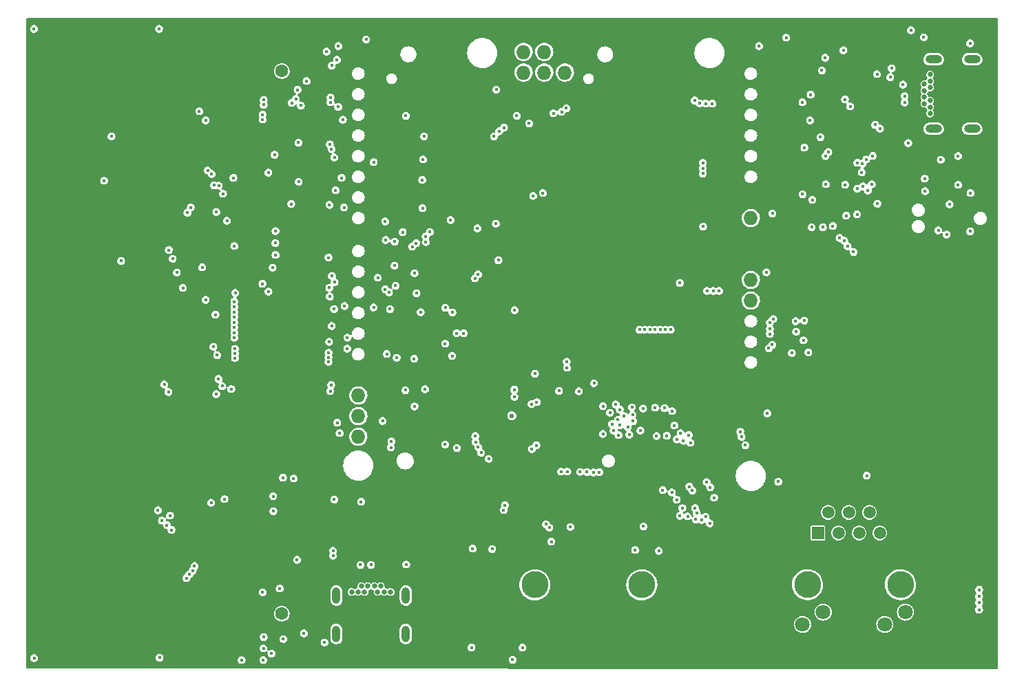
<source format=gbr>
%TF.GenerationSoftware,KiCad,Pcbnew,6.0.4-6f826c9f35~116~ubuntu20.04.1*%
%TF.CreationDate,2022-04-08T17:31:59+02:00*%
%TF.ProjectId,stm32mp1-custom-devboard,73746d33-326d-4703-912d-637573746f6d,V4.0*%
%TF.SameCoordinates,Original*%
%TF.FileFunction,Copper,L3,Inr*%
%TF.FilePolarity,Positive*%
%FSLAX46Y46*%
G04 Gerber Fmt 4.6, Leading zero omitted, Abs format (unit mm)*
G04 Created by KiCad (PCBNEW 6.0.4-6f826c9f35~116~ubuntu20.04.1) date 2022-04-08 17:31:59*
%MOMM*%
%LPD*%
G01*
G04 APERTURE LIST*
%TA.AperFunction,ComponentPad*%
%ADD10C,1.600000*%
%TD*%
%TA.AperFunction,ComponentPad*%
%ADD11C,0.750000*%
%TD*%
%TA.AperFunction,ComponentPad*%
%ADD12C,0.600000*%
%TD*%
%TA.AperFunction,ComponentPad*%
%ADD13R,1.000000X1.000000*%
%TD*%
%TA.AperFunction,ComponentPad*%
%ADD14C,3.300000*%
%TD*%
%TA.AperFunction,ComponentPad*%
%ADD15C,2.000000*%
%TD*%
%TA.AperFunction,ComponentPad*%
%ADD16C,1.800000*%
%TD*%
%TA.AperFunction,ComponentPad*%
%ADD17R,1.500000X1.500000*%
%TD*%
%TA.AperFunction,ComponentPad*%
%ADD18C,1.500000*%
%TD*%
%TA.AperFunction,ComponentPad*%
%ADD19C,3.316000*%
%TD*%
%TA.AperFunction,ComponentPad*%
%ADD20O,1.727200X1.727200*%
%TD*%
%TA.AperFunction,ComponentPad*%
%ADD21C,0.650000*%
%TD*%
%TA.AperFunction,ComponentPad*%
%ADD22O,1.000000X2.000000*%
%TD*%
%TA.AperFunction,ComponentPad*%
%ADD23O,2.000000X1.000000*%
%TD*%
%TA.AperFunction,ViaPad*%
%ADD24C,0.450000*%
%TD*%
%TA.AperFunction,ViaPad*%
%ADD25C,0.600000*%
%TD*%
G04 APERTURE END LIST*
D10*
%TO.N,*%
%TO.C,SOM1*%
X124800000Y-68900000D03*
X124800000Y-135700000D03*
%TD*%
D11*
%TO.N,GND*%
%TO.C,U3*%
X172820000Y-90090000D03*
X174820000Y-90090000D03*
X172820000Y-92090000D03*
X173820000Y-90090000D03*
X174820000Y-92090000D03*
X173820000Y-92090000D03*
%TD*%
D12*
%TO.N,GND*%
%TO.C,U4*%
X178650000Y-110850000D03*
X177800000Y-110850000D03*
X179500000Y-110850000D03*
X179500000Y-111750000D03*
X177800000Y-111750000D03*
X178650000Y-111750000D03*
%TD*%
D13*
%TO.N,GND*%
%TO.C,U7*%
X145660000Y-93600000D03*
X144660000Y-94600000D03*
X143660000Y-94600000D03*
X143660000Y-95600000D03*
X143660000Y-93600000D03*
X144660000Y-95600000D03*
X145660000Y-95600000D03*
X144660000Y-93600000D03*
X145660000Y-94600000D03*
%TD*%
D14*
%TO.N,*%
%TO.C,CON7*%
X189420000Y-132120000D03*
X200850000Y-132120000D03*
D15*
%TO.N,GND*%
X187225000Y-129070000D03*
X202975000Y-129070000D03*
D16*
%TO.N,3V3*%
X188810000Y-137020000D03*
%TO.N,Net-(R47-Pad1)*%
X191350000Y-135500000D03*
%TO.N,Net-(R46-Pad1)*%
X198920000Y-137020000D03*
%TO.N,3V3*%
X201460000Y-135500000D03*
D17*
%TO.N,/Ethernet Module/ETH_TX_P*%
X190690000Y-125770000D03*
D18*
%TO.N,/Ethernet Module/ETH_TX_N*%
X191960000Y-123230000D03*
%TO.N,/Ethernet Module/ETH_RX_P*%
X193230000Y-125770000D03*
%TO.N,Net-(C42-Pad2)*%
X194500000Y-123230000D03*
%TO.N,Net-(C43-Pad2)*%
X195770000Y-125770000D03*
%TO.N,/Ethernet Module/ETH_RX_N*%
X197040000Y-123230000D03*
%TO.N,unconnected-(CON7-PadP7)*%
X198310000Y-125770000D03*
%TO.N,GND*%
X199580000Y-123230000D03*
%TD*%
D19*
%TO.N,Net-(C45-Pad2)*%
%TO.C,USB1*%
X155910000Y-132140000D03*
X169050000Y-132140000D03*
%TD*%
D20*
%TO.N,3V3*%
%TO.C,XA1*%
X182452500Y-97145000D03*
%TO.N,5V*%
X182452500Y-94605000D03*
X154512500Y-66538000D03*
%TO.N,VCC-RTC*%
X134192500Y-108829000D03*
%TO.N,GND*%
X134192500Y-106289000D03*
X182452500Y-92065000D03*
X182452500Y-89525000D03*
X159592500Y-66538000D03*
%TO.N,/Arduino Shield Module/SPI-MISO*%
X154512500Y-69078000D03*
%TO.N,/Arduino Shield Module/SPI-MOSI*%
X157052500Y-66538000D03*
%TO.N,/Arduino Shield Module/SPI-RST*%
X159592500Y-69078000D03*
%TO.N,/Arduino Shield Module/SPI-SCK*%
X157052500Y-69078000D03*
%TO.N,/Arduino Shield Module/I2C-SCL*%
X134192500Y-113909000D03*
%TO.N,/Arduino Shield Module/I2C-SDA*%
X134192500Y-111369000D03*
%TO.N,VPP*%
X182452500Y-86985000D03*
%TD*%
D21*
%TO.N,GND*%
%TO.C,CON5*%
X138565000Y-132315000D03*
%TO.N,unconnected-(CON5-PadB2)*%
X138165000Y-133015000D03*
%TO.N,unconnected-(CON5-PadB3)*%
X137365000Y-133015000D03*
%TO.N,5V*%
X136965000Y-132315000D03*
%TO.N,/STM32MP1 module/PA13-GPIO*%
X136565000Y-133015000D03*
%TO.N,Net-(CON5-PadA6)*%
X136165000Y-132315000D03*
%TO.N,Net-(CON5-PadA7)*%
X135365000Y-132315000D03*
%TO.N,unconnected-(CON5-PadB8)*%
X134965000Y-133015000D03*
%TO.N,5V*%
X134565000Y-132315000D03*
%TO.N,unconnected-(CON5-PadB10)*%
X134165000Y-133015000D03*
%TO.N,unconnected-(CON5-PadB11)*%
X133365000Y-133015000D03*
%TO.N,GND*%
X132965000Y-132315000D03*
D22*
%TO.N,Net-(C49-Pad2)*%
X131495000Y-133465000D03*
X140035000Y-133465000D03*
X140035000Y-138195000D03*
X131495000Y-138195000D03*
D21*
%TO.N,GND*%
X133765000Y-132315000D03*
X137765000Y-132315000D03*
%TD*%
%TO.N,GND*%
%TO.C,CON4*%
X203789992Y-68909991D03*
%TO.N,unconnected-(CON4-PadB2)*%
X204489992Y-69309991D03*
%TO.N,unconnected-(CON4-PadB3)*%
X204489992Y-70109991D03*
%TO.N,Net-(CON4-PadA4)*%
X203789992Y-70509991D03*
%TO.N,unconnected-(CON4-PadB5)*%
X204489992Y-70909991D03*
%TO.N,Net-(CON4-PadA6)*%
X203789992Y-71309991D03*
%TO.N,Net-(CON4-PadA7)*%
X203789992Y-72109991D03*
%TO.N,unconnected-(CON4-PadB8)*%
X204489992Y-72509991D03*
%TO.N,Net-(CON4-PadA4)*%
X203789992Y-72909991D03*
%TO.N,unconnected-(CON4-PadB10)*%
X204489992Y-73309991D03*
%TO.N,unconnected-(CON4-PadB11)*%
X204489992Y-74109991D03*
%TO.N,GND*%
X203789992Y-74509991D03*
D23*
%TO.N,Net-(C26-Pad2)*%
X204939992Y-75979991D03*
X204939992Y-67439991D03*
X209669992Y-67439991D03*
X209669992Y-75979991D03*
D21*
%TO.N,GND*%
X203789992Y-73709991D03*
X203789992Y-69709991D03*
%TD*%
D24*
%TO.N,GND*%
X192750000Y-90140000D03*
X143970500Y-117956018D03*
X138480000Y-81620000D03*
X140020000Y-81140000D03*
X146150000Y-106660000D03*
X148830000Y-109120000D03*
X148050000Y-96320000D03*
X164740000Y-126020000D03*
X115870000Y-118480000D03*
X145160000Y-70510000D03*
X130636100Y-115388942D03*
X94160000Y-142030000D03*
X137420000Y-108480000D03*
X130620000Y-141940000D03*
X115570000Y-112720000D03*
X137190000Y-68780000D03*
X199520000Y-141700000D03*
X206160000Y-127410000D03*
X132550000Y-107840000D03*
X138950000Y-112080000D03*
X138670000Y-111320000D03*
X147050000Y-118800000D03*
X146590000Y-104370000D03*
X141450000Y-80520000D03*
X155320000Y-141750000D03*
X170010000Y-127270000D03*
X144520000Y-81940000D03*
X148800000Y-112870000D03*
X112070000Y-138440000D03*
X112520000Y-91190000D03*
X118150000Y-94730000D03*
X177324070Y-91425555D03*
X121070000Y-120700000D03*
X180590000Y-141680000D03*
X205060000Y-138900000D03*
X159900000Y-124090000D03*
X133880000Y-125066100D03*
X148830000Y-111160000D03*
X146300000Y-82340000D03*
X130860000Y-99370000D03*
X206060000Y-132200000D03*
X192140000Y-141700000D03*
X179930000Y-122340000D03*
X191700000Y-81850000D03*
X145750000Y-104950000D03*
X137730000Y-85870000D03*
X164610000Y-87320000D03*
X157700000Y-88680000D03*
X148980000Y-119260000D03*
X118378375Y-96040512D03*
X157640000Y-86910000D03*
X188180000Y-102320000D03*
X118590000Y-73300000D03*
X178330000Y-63210000D03*
X132630000Y-91430000D03*
X155350000Y-138950000D03*
X155260000Y-136470000D03*
X196770000Y-141680000D03*
X136450000Y-67180000D03*
X187320000Y-100670000D03*
X126200000Y-64680000D03*
X184880000Y-141690000D03*
X124070000Y-87510000D03*
X137633912Y-77430500D03*
X153980000Y-88690000D03*
X127120000Y-83310000D03*
X203170000Y-77680000D03*
X153110000Y-138710000D03*
X187520000Y-141680000D03*
X172640000Y-127730000D03*
X157550000Y-109230000D03*
X127200000Y-79740000D03*
X205620000Y-63050000D03*
X142040000Y-140720000D03*
X145230000Y-69150000D03*
X182740000Y-65190000D03*
X129160000Y-69550000D03*
X159346100Y-107195577D03*
X137020000Y-80920000D03*
X199090000Y-65010000D03*
X115190000Y-107810000D03*
X205050000Y-137980000D03*
X155280000Y-139760000D03*
X124160000Y-86730000D03*
X131040000Y-87540000D03*
X169790000Y-135880000D03*
X126990000Y-134000000D03*
X199930000Y-64740000D03*
X188710000Y-111050000D03*
X147120000Y-115776100D03*
X117280000Y-63070000D03*
X130454044Y-106213120D03*
X157290000Y-109970000D03*
X116510000Y-110160000D03*
X149150000Y-63190000D03*
X198050000Y-70660000D03*
X143710000Y-81160000D03*
X131370000Y-69040000D03*
X138390000Y-102370000D03*
X187210000Y-105230000D03*
X148760000Y-112150000D03*
X171180000Y-63210000D03*
X147050000Y-105830000D03*
X115380000Y-115230000D03*
X184290000Y-114889999D03*
X139340000Y-90040000D03*
X154800000Y-86930000D03*
X124570000Y-141920000D03*
X126330000Y-138170000D03*
X118120000Y-124360000D03*
X146730000Y-103370000D03*
X146120000Y-83050000D03*
X154260000Y-141760000D03*
X132670000Y-79830000D03*
X152900000Y-86480000D03*
X169050000Y-63220000D03*
X148620000Y-99210000D03*
X143720000Y-70450000D03*
X142860000Y-80560000D03*
X145620000Y-81770000D03*
X114850000Y-64340000D03*
X195660000Y-141690000D03*
X137850000Y-81260000D03*
X114900000Y-117090000D03*
X187440000Y-95860000D03*
X130550000Y-132090000D03*
X187470000Y-95140000D03*
X199050000Y-65820000D03*
X187440000Y-96630000D03*
X197960000Y-71350000D03*
X125040000Y-121310000D03*
X204960000Y-140940000D03*
X186020000Y-107250000D03*
X123890000Y-120100000D03*
X118910000Y-80260000D03*
X127230000Y-78320000D03*
X154240000Y-110020000D03*
X161740000Y-88610000D03*
X148660000Y-96880000D03*
X118490000Y-78810000D03*
X149720000Y-128140000D03*
X153130000Y-63250000D03*
X126630000Y-141960000D03*
X140730000Y-127550000D03*
X148620000Y-102530000D03*
X111200000Y-131350000D03*
X185160000Y-63330000D03*
X138550000Y-82540000D03*
X132420000Y-87310000D03*
X185840000Y-121290000D03*
X154190000Y-71550000D03*
X115540000Y-141940000D03*
X122700000Y-124510000D03*
X127180000Y-132960000D03*
X189440000Y-94400000D03*
X138470000Y-118210000D03*
X135570000Y-108360000D03*
X173110000Y-63170000D03*
X175480000Y-63210000D03*
X201320000Y-65670000D03*
X136700000Y-84660000D03*
X193310000Y-141680000D03*
X117700000Y-88090000D03*
X126520000Y-67570000D03*
X138670000Y-101720000D03*
X144520000Y-127650000D03*
X169940000Y-139790000D03*
X205300000Y-127490000D03*
X127230000Y-71650000D03*
X166370000Y-73290000D03*
X113330000Y-62980000D03*
X165610000Y-125000000D03*
X144720000Y-117200000D03*
X138670000Y-80450000D03*
X132730000Y-93670000D03*
X115580000Y-109420000D03*
X117040000Y-87200000D03*
X173770000Y-141740000D03*
X117470000Y-110540000D03*
X195950000Y-70620000D03*
X154170000Y-119400000D03*
X160580000Y-74050000D03*
X118550000Y-112670000D03*
X136480000Y-85730000D03*
X122510000Y-79410000D03*
X145730000Y-118030000D03*
X145320000Y-82710000D03*
X200540000Y-141680000D03*
X124760000Y-87700000D03*
X118970000Y-137060000D03*
X130400000Y-68990000D03*
X188020000Y-114790000D03*
X139570000Y-118340000D03*
X143880000Y-69180000D03*
X123390000Y-135760000D03*
X169940000Y-138550000D03*
X169320000Y-127170000D03*
X131087684Y-96110107D03*
X130230000Y-135130000D03*
X125110000Y-134030000D03*
X116710000Y-141980000D03*
X182820000Y-122430000D03*
X131630000Y-106780000D03*
X139320000Y-91370000D03*
X198590000Y-141680000D03*
X153780000Y-86900000D03*
X145750000Y-80780000D03*
X132520000Y-69030000D03*
X137670000Y-116250000D03*
X130580000Y-82690000D03*
X127160000Y-80400000D03*
X172690000Y-126110000D03*
X185730000Y-106130000D03*
X185950000Y-105150000D03*
X165660000Y-126130000D03*
X169550000Y-128700000D03*
X136050000Y-90880000D03*
X128750000Y-141940000D03*
X157760000Y-108310000D03*
X185150000Y-97630000D03*
X143560000Y-80270000D03*
X155360000Y-135540000D03*
X183290000Y-64040000D03*
X124800000Y-86430000D03*
X162700000Y-123840000D03*
X135820000Y-71730000D03*
X145510000Y-86210000D03*
X122760000Y-82830000D03*
X182480000Y-115720000D03*
X143490000Y-76820000D03*
X154300000Y-134720000D03*
X190400000Y-95010000D03*
X206431493Y-135319634D03*
X197990000Y-73070000D03*
X171010000Y-141750000D03*
X117780000Y-79640000D03*
X143050000Y-124440000D03*
X119100000Y-86820000D03*
X137550000Y-84950000D03*
X118370000Y-89480000D03*
X123500000Y-70910000D03*
X117300000Y-80540000D03*
X130970000Y-110330000D03*
X181270000Y-120770000D03*
X130800000Y-74210000D03*
X117290000Y-134520000D03*
X151300000Y-74630000D03*
X160920000Y-88590000D03*
X132250000Y-83880000D03*
X149960000Y-70450000D03*
X151640000Y-86250000D03*
X190460000Y-96220000D03*
X126090000Y-136400000D03*
X144070000Y-124450000D03*
X130170000Y-138000000D03*
X173630000Y-120950000D03*
X142190000Y-141690000D03*
X147840000Y-104910000D03*
X200740000Y-69740000D03*
X126170000Y-63130000D03*
X156850000Y-88690000D03*
X205050000Y-136800000D03*
X149380000Y-117450000D03*
X142130000Y-100600000D03*
X144900000Y-105350000D03*
X142880000Y-139750000D03*
X128830000Y-136590000D03*
X127220000Y-79030000D03*
X164640000Y-96670000D03*
X139430000Y-81790000D03*
X136400000Y-82520000D03*
X117350000Y-89510000D03*
X151960000Y-71460000D03*
X141680000Y-124530000D03*
X117910000Y-81740000D03*
X121110000Y-134700000D03*
X154480000Y-137180000D03*
X187250000Y-107370000D03*
X161560000Y-126410000D03*
X212150000Y-63470000D03*
X186140000Y-141670000D03*
X178960000Y-141690000D03*
X118080000Y-105930000D03*
X123800000Y-124410000D03*
X132520000Y-63260000D03*
X171600000Y-128770000D03*
X133430000Y-64790000D03*
X159370000Y-126440000D03*
X205400000Y-135340000D03*
X115840000Y-123550000D03*
X141190000Y-141700000D03*
X137240000Y-81820000D03*
X135850000Y-106740000D03*
X169840000Y-141750000D03*
X123220000Y-69340000D03*
X137670000Y-101860000D03*
X178530000Y-122530000D03*
X169990000Y-124360000D03*
X136740000Y-65370000D03*
X120750000Y-65040000D03*
X130560000Y-109340000D03*
X163720000Y-123970000D03*
X163090000Y-86910000D03*
X149260000Y-121820000D03*
X114280000Y-141940000D03*
X122400000Y-80260000D03*
X116150000Y-88320000D03*
X177170000Y-120930000D03*
X164700000Y-124000000D03*
X138470000Y-103270000D03*
X149640000Y-76650000D03*
X94010000Y-139610000D03*
X143240000Y-106890000D03*
X180220000Y-120020000D03*
X116500000Y-84530000D03*
X132260000Y-70870000D03*
X143480000Y-127660000D03*
X114240000Y-113070000D03*
X144940000Y-63210000D03*
X146410000Y-81430000D03*
X116620000Y-114720000D03*
X141430000Y-83340000D03*
X182000000Y-107420000D03*
X174646910Y-85264150D03*
X147770000Y-82820000D03*
X200880000Y-120860000D03*
X125130000Y-66910000D03*
X143530000Y-84880000D03*
X143100000Y-141690000D03*
X197630000Y-141690000D03*
X194430000Y-141670000D03*
X163530000Y-125860000D03*
X147550000Y-102600000D03*
X117780000Y-113930000D03*
X126640000Y-135300000D03*
X137740000Y-109480000D03*
X114445208Y-125066101D03*
X124690000Y-137410000D03*
X115680000Y-120340000D03*
X146720000Y-125068811D03*
X132650000Y-105740000D03*
X184200000Y-116170000D03*
X156730000Y-86880000D03*
X189470000Y-96760000D03*
X188820000Y-102770000D03*
X139090000Y-113930000D03*
X184570000Y-119250000D03*
X148890000Y-74630000D03*
X184200000Y-122010000D03*
X148400000Y-70490000D03*
X146780000Y-70520000D03*
X190540000Y-97550000D03*
X202430000Y-141670000D03*
X147800000Y-97570000D03*
X141120000Y-139910000D03*
X187480000Y-94440000D03*
X169280000Y-123830000D03*
X120510000Y-135430000D03*
X119680000Y-120750000D03*
X130830000Y-86520000D03*
X189750000Y-141690000D03*
X119023133Y-109766100D03*
X124930000Y-123970000D03*
X161160000Y-63260000D03*
X123650000Y-117490000D03*
X137997075Y-93849900D03*
X144490000Y-80130000D03*
X143600000Y-86270000D03*
X164690000Y-125020000D03*
X141860000Y-139610000D03*
X126380000Y-139630000D03*
X175410000Y-98150000D03*
X165550000Y-75990000D03*
X148590000Y-100290000D03*
X130220000Y-136590000D03*
X116900000Y-91340000D03*
X151400000Y-70490000D03*
X113030000Y-142000000D03*
X138410000Y-99840000D03*
X130749566Y-90147189D03*
X118890000Y-118330000D03*
X181260000Y-106720000D03*
X127940000Y-66930000D03*
X206880000Y-78320000D03*
X147840000Y-86170000D03*
X197930000Y-72190000D03*
X163460000Y-88640000D03*
X147990000Y-117450000D03*
X127860000Y-135920000D03*
X137880000Y-102670000D03*
X127060000Y-136730000D03*
X164480000Y-73340000D03*
X184240000Y-117270000D03*
X172000000Y-126930000D03*
X135630000Y-96330000D03*
X183550000Y-116550000D03*
X139710000Y-80200000D03*
X189910000Y-72910000D03*
X181510000Y-109320000D03*
X183540000Y-141670000D03*
X161320000Y-96750000D03*
X174710000Y-121980000D03*
X171990000Y-77500000D03*
X208140000Y-63000000D03*
X131191461Y-92528539D03*
X137480000Y-82560000D03*
X118860000Y-91490000D03*
X117500000Y-105450000D03*
X181140000Y-63320000D03*
X147810000Y-74630000D03*
X116593900Y-124630000D03*
X135770000Y-87710000D03*
X139540000Y-127570000D03*
X146680000Y-117300000D03*
X143880000Y-74550000D03*
X187350000Y-99150000D03*
X162880000Y-73310000D03*
X146640000Y-86190000D03*
X168970000Y-125690000D03*
X150750000Y-69220000D03*
X130922363Y-112681297D03*
X197320000Y-119350000D03*
X154390000Y-135870000D03*
X122840000Y-77980000D03*
X142110000Y-101360000D03*
X177265015Y-92409805D03*
X205070000Y-131950000D03*
X149060000Y-118490000D03*
X188770000Y-77190000D03*
X121180000Y-119550000D03*
X117980000Y-91290000D03*
X157980000Y-76070000D03*
X188630000Y-141670000D03*
X181220000Y-122400000D03*
X206840000Y-132330000D03*
X203600000Y-141750000D03*
X126480000Y-137280000D03*
X127690000Y-141920000D03*
X162230000Y-86870000D03*
X132040000Y-80450000D03*
X140460000Y-84070000D03*
X144490000Y-119250000D03*
X140640000Y-83280000D03*
X172010000Y-128030000D03*
X143970500Y-117180000D03*
X130663306Y-92444494D03*
X125550000Y-141960000D03*
X148510000Y-121580000D03*
X134850000Y-63280000D03*
X182730000Y-116380000D03*
X171090000Y-77610000D03*
X155980000Y-63230000D03*
X137080000Y-116820000D03*
X135710000Y-115510000D03*
X207430000Y-127430000D03*
X127730000Y-134840000D03*
X125600000Y-137510000D03*
X178980000Y-120000000D03*
X162590000Y-96750000D03*
X119150000Y-87620000D03*
X122260000Y-110220000D03*
X201460000Y-141680000D03*
X146690000Y-111150000D03*
X136450000Y-81570000D03*
X128830000Y-63150000D03*
X128880000Y-134700000D03*
X126060000Y-132890000D03*
X144600000Y-86480000D03*
X147180000Y-69180000D03*
X149130000Y-69250000D03*
X148300000Y-109610000D03*
X141170000Y-79870000D03*
X116450000Y-89070000D03*
X189370000Y-95430000D03*
X135900000Y-74650000D03*
X177510000Y-141700000D03*
X143810000Y-106080000D03*
X181520000Y-116710000D03*
X138260000Y-100440000D03*
X189560000Y-110810000D03*
X117760000Y-78210000D03*
X135740000Y-82210000D03*
X144970000Y-124600000D03*
X118680000Y-123350000D03*
X187390000Y-80630000D03*
X143140000Y-140610000D03*
X170030000Y-77550000D03*
X182870000Y-121050000D03*
X161290000Y-86860000D03*
X115000000Y-128240000D03*
X200890000Y-64930000D03*
X139430000Y-110810000D03*
X118890000Y-119610000D03*
X189570000Y-109530000D03*
X150600000Y-86220000D03*
X172330000Y-141760000D03*
X134760000Y-124260000D03*
X114230000Y-111210000D03*
X168160000Y-75320000D03*
X163780000Y-86990000D03*
X124010000Y-128470000D03*
X136520000Y-115280000D03*
X184550000Y-94540000D03*
X129750000Y-141950000D03*
X146990000Y-82000000D03*
X125690000Y-124530000D03*
X180790000Y-112460000D03*
X155800000Y-86910000D03*
X111800000Y-91220000D03*
X138370000Y-99290000D03*
X137660000Y-74346100D03*
X163750000Y-125010000D03*
X123480000Y-141960000D03*
X145280000Y-106900000D03*
X189470000Y-111760000D03*
X179390000Y-121270000D03*
X117120000Y-92980000D03*
X148010000Y-119150000D03*
X175030000Y-141730000D03*
X155130000Y-134710000D03*
X128860000Y-135650000D03*
X139970000Y-114230000D03*
X173230000Y-126830000D03*
X145610000Y-119290000D03*
X122540000Y-137610000D03*
X137790000Y-80450000D03*
X147040000Y-83120000D03*
X140570000Y-80620000D03*
X166360000Y-75480000D03*
X190860000Y-141680000D03*
X136220000Y-93130000D03*
X143940000Y-128240000D03*
X127640000Y-140130000D03*
X211790000Y-64480000D03*
X176280000Y-141720000D03*
X165650000Y-124030000D03*
X147900000Y-98920000D03*
X138200000Y-101230000D03*
X207400000Y-135290000D03*
X153860000Y-137970000D03*
X182160000Y-141680000D03*
X187490000Y-93740000D03*
X129710000Y-64620000D03*
X117700000Y-135490000D03*
X118420000Y-128360000D03*
X189400000Y-97710000D03*
X163640000Y-96730000D03*
X135130000Y-66000000D03*
X118890000Y-78140000D03*
X188490000Y-117270000D03*
X160170000Y-75720000D03*
X137100000Y-114840000D03*
X187400000Y-97330000D03*
X154870000Y-88670000D03*
X112220000Y-92760000D03*
X118920000Y-115720000D03*
X135810000Y-85020000D03*
X122650000Y-63120000D03*
X170470000Y-128820000D03*
X149300000Y-86160000D03*
X201680000Y-64610000D03*
X183950000Y-120480000D03*
X192800000Y-75540000D03*
X144650000Y-81000000D03*
X139200000Y-81050000D03*
X126090000Y-134460000D03*
X135700000Y-93920000D03*
X189890000Y-107720000D03*
X132340000Y-95430000D03*
X127060000Y-120070000D03*
X204280000Y-62980000D03*
X205010000Y-139930000D03*
X141130000Y-101670000D03*
X148650000Y-103920000D03*
X141240000Y-140900000D03*
X121940000Y-137160000D03*
X155880000Y-88680000D03*
X188460000Y-107980000D03*
X136940000Y-93070000D03*
X158410000Y-63180000D03*
X114590000Y-122110000D03*
X135270000Y-80100000D03*
X122240000Y-78560000D03*
X128880000Y-139430000D03*
X127180000Y-74310000D03*
X148640000Y-101470000D03*
X189260000Y-93460000D03*
X183390000Y-115510000D03*
X181920000Y-108120000D03*
X130530000Y-117250000D03*
X137650000Y-100820000D03*
X186010000Y-62920000D03*
X162610000Y-88630000D03*
%TO.N,/LCD+Touchscreen/Touchscreen Power Supply/VOUT_3.3V_250mA*%
X202140000Y-63860000D03*
X184470000Y-111040000D03*
%TO.N,Net-(C10-Pad1)*%
X173720000Y-94980000D03*
X177060000Y-95970000D03*
X178570000Y-95970000D03*
X177830000Y-95970000D03*
X176580000Y-88040000D03*
%TO.N,3V3*%
X142395240Y-108058549D03*
X173350000Y-114230000D03*
X167330000Y-112750000D03*
X164280000Y-110140000D03*
X194680000Y-73250000D03*
X138090193Y-98200193D03*
X142269860Y-76931327D03*
X127500000Y-138110000D03*
X142160000Y-79770000D03*
X155920000Y-106150000D03*
X165140000Y-110960000D03*
X172120000Y-113790000D03*
X144874807Y-102454807D03*
X167520000Y-113650000D03*
X130040000Y-139240000D03*
X167840000Y-110280000D03*
X122530000Y-139970000D03*
X137180000Y-111970000D03*
X198010000Y-85230000D03*
X164280000Y-113570000D03*
X124980000Y-138820000D03*
X143000000Y-88696100D03*
X165840000Y-109940000D03*
X169250000Y-124951012D03*
X159890000Y-118210000D03*
X209420000Y-65480000D03*
X142090000Y-85770000D03*
X153380000Y-108110000D03*
X170870000Y-113810000D03*
X193850000Y-66330000D03*
X122520000Y-141410000D03*
X142050000Y-82290000D03*
X166180000Y-113720000D03*
X171850000Y-110390000D03*
X132830000Y-103060000D03*
X167910000Y-111230000D03*
X165370000Y-112360000D03*
X94320000Y-63710000D03*
X173040000Y-112530000D03*
X109700000Y-63700000D03*
X174170000Y-114420000D03*
X205809807Y-79806100D03*
X130610000Y-102230000D03*
X109760000Y-141120000D03*
X159110000Y-118210000D03*
X148250000Y-127680000D03*
X166110000Y-111830000D03*
X172780000Y-110760000D03*
X199590000Y-69650000D03*
X163170000Y-107320000D03*
X188810000Y-84050000D03*
X189040000Y-78320000D03*
X141110000Y-110170000D03*
X165580000Y-113150000D03*
X94340000Y-141170000D03*
X150650000Y-127729477D03*
X207943346Y-82896654D03*
X192526443Y-87960249D03*
X170680000Y-110330000D03*
X139980000Y-108180000D03*
X201810000Y-77750000D03*
X122560000Y-138580000D03*
X166340000Y-110570000D03*
X166830000Y-111350000D03*
X206890000Y-85280000D03*
X173810000Y-113480000D03*
X140040000Y-74400000D03*
X153420000Y-98330000D03*
X138660000Y-89890000D03*
D25*
X153060000Y-111340000D03*
D24*
X166340000Y-112490000D03*
X167970000Y-112000000D03*
X175020000Y-114650000D03*
X188795833Y-72732322D03*
X151423900Y-92177419D03*
X189810000Y-71798500D03*
X159190000Y-73906100D03*
X145730000Y-103960000D03*
X141859807Y-98570193D03*
X185830000Y-119450000D03*
X174820000Y-113700000D03*
X193360000Y-89430000D03*
X191020000Y-77030000D03*
X169210000Y-110430000D03*
X168880000Y-113150000D03*
X148110000Y-139860000D03*
X134540000Y-121920000D03*
%TO.N,/LCD+Touchscreen/LCD Backlight Controller/BACKLIGHT_HIGH*%
X191590000Y-67250000D03*
X184370000Y-93660000D03*
%TO.N,5V*%
X176910000Y-72890000D03*
X172590000Y-100730000D03*
X118950000Y-97280000D03*
X118950000Y-101725000D03*
X118950000Y-97915000D03*
X171955000Y-100730000D03*
X170050000Y-100730000D03*
X118950000Y-98550000D03*
X157920000Y-126820000D03*
X170685000Y-100730000D03*
X176160000Y-72860000D03*
X194030000Y-72390000D03*
X118950000Y-101090000D03*
X118950000Y-99185000D03*
X177720000Y-72900000D03*
X203720000Y-64730000D03*
X175550000Y-72516100D03*
X169415000Y-100730000D03*
X168780000Y-100730000D03*
X171320000Y-100730000D03*
X118950000Y-100455000D03*
X118950000Y-99820000D03*
X160268046Y-125012365D03*
%TO.N,/LCD+Touchscreen/TP_NT_1V8*%
X130630000Y-95570000D03*
X112620000Y-95590000D03*
X113419576Y-130853900D03*
X176882900Y-123755389D03*
%TO.N,/LCD+Touchscreen/TP_SDA_1V8*%
X140090000Y-129640000D03*
X176421654Y-124138346D03*
%TO.N,/LCD+Touchscreen/TP_SCL_1V8*%
X111880000Y-93690000D03*
X130950000Y-94120000D03*
X113050000Y-131330000D03*
X177407231Y-124577413D03*
%TO.N,/LCD+Touchscreen/LCD_MIPI_D1+*%
X122550000Y-72450000D03*
X184800000Y-100650000D03*
X188020000Y-100980000D03*
%TO.N,/LCD+Touchscreen/LCD_MIPI_D0+*%
X122430000Y-74250000D03*
X185092133Y-102597867D03*
X189520000Y-103540000D03*
%TO.N,/LCD+Touchscreen/LCD_MIPI_D0-*%
X187490000Y-103600000D03*
X122430000Y-74850000D03*
X184667867Y-103022133D03*
%TO.N,/LCD+Touchscreen/LCD_MIPI_D1-*%
X122550000Y-73050000D03*
X184800000Y-101250000D03*
X188940000Y-102040000D03*
%TO.N,/LCD+Touchscreen/LCD_MIPI_CLK-*%
X189010000Y-99620000D03*
X130770000Y-72740000D03*
X184793367Y-99842133D03*
%TO.N,/LCD+Touchscreen/LCD_MIPI_CLK+*%
X185217633Y-99417867D03*
X187960000Y-99683900D03*
X130770000Y-72140000D03*
%TO.N,/LCD+Touchscreen/LCD_TE*%
X131233578Y-121640042D03*
X175600932Y-122690614D03*
%TO.N,/LCD+Touchscreen/LCD_BACKLIGHT_PWM*%
X131740000Y-65810000D03*
X135150000Y-65000000D03*
X126509488Y-72314099D03*
X186790000Y-64780000D03*
%TO.N,Net-(Q1-Pad1)*%
X197970000Y-69271500D03*
X199770000Y-68540000D03*
%TO.N,Net-(R12-Pad1)*%
X195550804Y-80180845D03*
X197742205Y-75503900D03*
%TO.N,Net-(R15-Pad1)*%
X198330000Y-75980000D03*
X196173900Y-80280567D03*
%TO.N,Net-(R18-Pad1)*%
X191630000Y-79350000D03*
X190010000Y-84740000D03*
%TO.N,Net-(R19-Pad2)*%
X191310000Y-88120000D03*
X191680000Y-82820000D03*
%TO.N,Net-(R20-Pad1)*%
X189930000Y-88110000D03*
X191990000Y-78860000D03*
%TO.N,Net-(C37-Pad1)*%
X145550000Y-87223900D03*
X196700000Y-118690000D03*
%TO.N,/Ethernet Module/ETH_RX_N*%
X142468401Y-89246223D03*
%TO.N,/Ethernet Module/ETH_RX_P*%
X142500000Y-89945000D03*
%TO.N,/Ethernet Module/ETH_TX_N*%
X141316024Y-90078668D03*
%TO.N,/Ethernet Module/ENET-CRS-DV*%
X130924807Y-100285193D03*
X141060000Y-104310000D03*
%TO.N,/Ethernet Module/ENET-IRQ*%
X136590000Y-94330189D03*
X144888294Y-98029900D03*
%TO.N,/Ethernet Module/ENET-MDIO*%
X124020270Y-91529443D03*
X138640000Y-92840000D03*
X141098671Y-93774301D03*
%TO.N,Net-(R42-Pad2)*%
X148530000Y-94410000D03*
X152213900Y-122343709D03*
%TO.N,Net-(R43-Pad2)*%
X148940000Y-93910000D03*
X152070000Y-122930000D03*
%TO.N,Net-(R46-Pad1)*%
X154380000Y-139870000D03*
%TO.N,Net-(R47-Pad1)*%
X153160000Y-141370000D03*
%TO.N,VPP*%
X176550000Y-80860000D03*
X210520000Y-133570000D03*
X176550000Y-80190000D03*
X210520000Y-132760000D03*
X176550000Y-81520000D03*
X210520000Y-135200000D03*
X210520000Y-134340000D03*
%TO.N,/LCD+Touchscreen/TP_RESET_1V8*%
X175685535Y-124108129D03*
X111224538Y-125385462D03*
X111366100Y-92002673D03*
X130530000Y-91860000D03*
%TO.N,Net-(R51-Pad2)*%
X124530000Y-132600000D03*
X119850000Y-141410000D03*
%TO.N,/Arduino Shield Module/SPI-MOSI*%
X155201452Y-75332976D03*
X123138478Y-81387089D03*
%TO.N,/Arduino Shield Module/GPIO-D12*%
X115430000Y-97060000D03*
%TO.N,/Arduino Shield Module/SPI-MISO*%
X130292464Y-66490844D03*
%TO.N,/Arduino Shield Module/GPIO-D11*%
X137570000Y-89680000D03*
X137507173Y-95759889D03*
X118040000Y-87330000D03*
X137694841Y-103713800D03*
X136080000Y-97990000D03*
%TO.N,/Ethernet Module/ENET-TXD1*%
X116370000Y-102840000D03*
X147160000Y-101170000D03*
%TO.N,/Arduino Shield Module/GPIO-D6*%
X125953604Y-85253900D03*
%TO.N,/Ethernet Module/ENET-TXEN*%
X145770000Y-98610000D03*
X119063584Y-96199900D03*
%TO.N,/Arduino Shield Module/GPIO-D9*%
X115000000Y-93050000D03*
%TO.N,/Arduino Shield Module/GPIO-D10*%
X132509118Y-97816921D03*
X122413235Y-95078313D03*
X138910000Y-104189900D03*
%TO.N,/Arduino Shield Module/GPIO-D2*%
X115434954Y-74961670D03*
%TO.N,/Arduino Shield Module/GPIO-D3*%
X130906840Y-78492510D03*
%TO.N,/Arduino Shield Module/UART-RX0*%
X131720000Y-73300000D03*
X132304115Y-74887060D03*
%TO.N,/Arduino Shield Module/SPI-SCK*%
X158180000Y-74090000D03*
X127130000Y-73130000D03*
%TO.N,/Arduino Shield Module/GPIO-D13*%
X131210000Y-98190000D03*
X132850000Y-101710000D03*
%TO.N,/Arduino Shield Module/GPIO-D5*%
X117556100Y-84000000D03*
%TO.N,/Ethernet Module/ENET-TXD0*%
X116630100Y-98890000D03*
X146280000Y-101170000D03*
%TO.N,/STLink Module/STLINK_TX*%
X173731699Y-123642815D03*
X110335768Y-107470000D03*
X194050000Y-82880000D03*
X130850000Y-107540000D03*
X110046100Y-124220000D03*
X194181034Y-86692657D03*
%TO.N,/STLink Module/STLINK_RX*%
X110857081Y-108403773D03*
X195520000Y-86530000D03*
X174683900Y-123712798D03*
X195530000Y-83370000D03*
X110670000Y-124790000D03*
X130738572Y-108287983D03*
%TO.N,/Arduino Shield Module/SPI-RST*%
X126001602Y-72818369D03*
X159770000Y-73470000D03*
%TO.N,/Arduino Shield Module/GPIO-D7*%
X124010000Y-88580000D03*
%TO.N,/Arduino Shield Module/GPIO-D8*%
X123990000Y-90060000D03*
%TO.N,/Arduino Shield Module/GPIO-D4*%
X123903900Y-79203119D03*
%TO.N,/MiniPci Module/SPI_SCK*%
X161468346Y-118241654D03*
X130690305Y-77901960D03*
X159850000Y-105420000D03*
X151494769Y-76321923D03*
%TO.N,/MiniPci Module/SPI_MISO*%
X150880411Y-76936280D03*
X158870000Y-108270000D03*
X162300000Y-118260000D03*
X131250000Y-79520000D03*
%TO.N,/STLink Module/STM-JTMS-~{RESET}*%
X203890000Y-83670000D03*
X205500000Y-88510000D03*
X189730000Y-74960000D03*
X196090000Y-81360000D03*
%TO.N,/STLink Module/STM-JTMS-SWDIO*%
X209420000Y-88620000D03*
X197450000Y-79330000D03*
X207930000Y-79360000D03*
X209450000Y-83910000D03*
%TO.N,/STLink Module/STM-JTCK-SWCLK*%
X203830000Y-82140000D03*
X196650000Y-79770000D03*
X206530000Y-89020000D03*
%TO.N,/MiniPci Module/SPI_MOSI*%
X163090000Y-118310000D03*
X161313346Y-108313346D03*
X116840000Y-103870000D03*
X148570322Y-113834636D03*
%TO.N,/MiniPci Module/SPI_GSN*%
X152100000Y-75860000D03*
X163810000Y-118280000D03*
X118840000Y-82040000D03*
X132136885Y-82038810D03*
X136093321Y-80103371D03*
X159810000Y-104670000D03*
%TO.N,/STLink Module/STLINK-SWDIO*%
X117740000Y-121590000D03*
X171630000Y-120476100D03*
X195080000Y-91160000D03*
X197320000Y-82830000D03*
%TO.N,/STLink Module/STLINK-SWCLK*%
X172752710Y-120763900D03*
X196843900Y-83608375D03*
X116100000Y-122040000D03*
X194350000Y-90480000D03*
%TO.N,/STLink Module/STLINK-SWO*%
X196240000Y-83100000D03*
X123755529Y-123078811D03*
X193940000Y-89780000D03*
X173346795Y-121677883D03*
%TO.N,/STLink Module/JTRST*%
X109570000Y-122970000D03*
X174031333Y-122690614D03*
%TO.N,/Arduino Shield Module/ANALOG_A3*%
X131560000Y-67520000D03*
X115676058Y-81126058D03*
X116440000Y-82960000D03*
%TO.N,/Arduino Shield Module/ANALOG_A0*%
X155690000Y-84266100D03*
%TO.N,/Arduino Shield Module/ANALOG_A1*%
X126730000Y-71200000D03*
X153670000Y-74390000D03*
X151154580Y-71164580D03*
%TO.N,/Arduino Shield Module/ANALOG_A2*%
X130930000Y-68220000D03*
X116170000Y-81558479D03*
X117038578Y-82993290D03*
%TO.N,/STM32MP1 module/USB-OTG1-D_N*%
X157257867Y-124677867D03*
X131080000Y-127950000D03*
%TO.N,/STM32MP1 module/USB-OTG1-D_P*%
X131080000Y-128550000D03*
X157682133Y-125102133D03*
%TO.N,/LCD+Touchscreen/LCD_RESET*%
X156900000Y-83910000D03*
X185094419Y-86425757D03*
%TO.N,/MiniPci Module/~{RESET}*%
X151110000Y-87680000D03*
X137500000Y-87400000D03*
%TO.N,/Arduino Shield Module/RESET*%
X174890000Y-120060000D03*
X177010000Y-119490000D03*
X181160000Y-113290000D03*
X116730000Y-108660000D03*
%TO.N,/Arduino Shield Module/IOREF*%
X177940000Y-121420000D03*
X118940000Y-90440000D03*
X111040000Y-123620000D03*
X110890000Y-90920000D03*
X181786100Y-114960767D03*
X175810000Y-123290000D03*
%TO.N,Net-(CON4-PadA4)*%
X201370000Y-72770000D03*
X191190000Y-68810000D03*
X201160000Y-70550000D03*
%TO.N,/MiniPci Module/GPS_PPS{slash}UART_TX*%
X131600000Y-112180000D03*
X149290000Y-115880000D03*
%TO.N,/STM32MP1 module/PA13-GPIO*%
X134460000Y-129688478D03*
X123149148Y-96046100D03*
X126240462Y-119049538D03*
X126659194Y-129065729D03*
X130690000Y-96659900D03*
X123720000Y-121230000D03*
%TO.N,/Ethernet Module/ENET-MDC*%
X138774865Y-95315251D03*
X123667349Y-93095178D03*
%TO.N,/STM32MP1 module/PE14-GPIO*%
X102930000Y-82390000D03*
X126851521Y-82516100D03*
%TO.N,/MiniPci Module/SPDT_SEL-~{WDISABLE}{slash}UART_RX*%
X150226018Y-116634566D03*
X131890000Y-113460000D03*
%TO.N,/MiniPci Module/SCL*%
X146310000Y-115300000D03*
X155500000Y-109890000D03*
X148939100Y-115206100D03*
X155533015Y-115446100D03*
X138190000Y-115220000D03*
X117451499Y-107680244D03*
%TO.N,/MiniPci Module/SDA*%
X138261099Y-114475593D03*
X156123900Y-109650000D03*
X116991932Y-106802131D03*
X153390000Y-109010000D03*
X148603797Y-114541419D03*
X156080000Y-114970000D03*
X144860000Y-114870000D03*
%TO.N,/Ethernet Module/ENET-~{RST}*%
X132440000Y-85680000D03*
X148830000Y-88260000D03*
%TO.N,/Ethernet Module/ENET-CLK*%
X131400000Y-83570000D03*
X139648306Y-88719900D03*
%TO.N,/Arduino Shield Module/I2C-SDA*%
X118572100Y-108043531D03*
%TO.N,/STM32MP1 module/PC2-GPIO*%
X105040000Y-92260000D03*
X131283309Y-94876691D03*
%TO.N,/STM32MP1 module/PE3-GPIO*%
X103845312Y-76926645D03*
X126830000Y-77710000D03*
%TO.N,/STM32MP1 module/PB8-GPIO*%
X114055630Y-129836802D03*
X168226058Y-127856058D03*
X113600000Y-85680000D03*
X130650000Y-85370000D03*
%TO.N,/STM32MP1 module/PB10-GPIO*%
X171130000Y-127950000D03*
X116740000Y-86240000D03*
X113180000Y-86330000D03*
X113834167Y-130393900D03*
%TO.N,/Arduino Shield Module/ANALOG_A4*%
X127830000Y-70120000D03*
%TO.N,/Arduino Shield Module/ANALOG_A5*%
X183460000Y-65810000D03*
X114650000Y-73840000D03*
%TO.N,/Arduino Shield Module/ATN*%
X181310000Y-113910000D03*
X124926100Y-118950000D03*
X177463900Y-120130000D03*
X175259478Y-120532111D03*
%TO.N,Net-(F1-Pad2)*%
X119030000Y-104230000D03*
X119030000Y-103100000D03*
X130530000Y-104690000D03*
X119030000Y-103680000D03*
X130540000Y-103580000D03*
X130530000Y-104130000D03*
%TO.N,Net-(R67-Pad1)*%
X141360000Y-96240000D03*
X137970457Y-96140376D03*
%TO.N,Net-(CON4-PadA6)*%
X201370000Y-71980000D03*
%TO.N,Net-(CON5-PadA6)*%
X135751453Y-129688478D03*
%TO.N,/STM32-~{RST}*%
X122430000Y-133060000D03*
X123510000Y-140610000D03*
%TO.N,/Ethernet Module/ETH_TX_P*%
X140816713Y-90496261D03*
%TD*%
%TA.AperFunction,Conductor*%
%TO.N,GND*%
G36*
X212797621Y-62404502D02*
G01*
X212844114Y-62458158D01*
X212855500Y-62510500D01*
X212855500Y-142359340D01*
X212835498Y-142427461D01*
X212781842Y-142473954D01*
X212729448Y-142485340D01*
X93490448Y-142435658D01*
X93422335Y-142415628D01*
X93375865Y-142361953D01*
X93364500Y-142309658D01*
X93364500Y-141164082D01*
X93855605Y-141164082D01*
X93856769Y-141172984D01*
X93856769Y-141172987D01*
X93858554Y-141186633D01*
X93873414Y-141300273D01*
X93897587Y-141355209D01*
X93924764Y-141416973D01*
X93928732Y-141425992D01*
X94017111Y-141531132D01*
X94131447Y-141607240D01*
X94262549Y-141648199D01*
X94399876Y-141650716D01*
X94409109Y-141648199D01*
X94523727Y-141616951D01*
X94532391Y-141614589D01*
X94633895Y-141552265D01*
X94641791Y-141547417D01*
X94649439Y-141542721D01*
X94666153Y-141524256D01*
X94735584Y-141447550D01*
X94735585Y-141447549D01*
X94741612Y-141440890D01*
X94748520Y-141426633D01*
X94797585Y-141325362D01*
X94797585Y-141325361D01*
X94801499Y-141317283D01*
X94824286Y-141181836D01*
X94824431Y-141170000D01*
X94823584Y-141164082D01*
X94816423Y-141114082D01*
X109275605Y-141114082D01*
X109276769Y-141122984D01*
X109276769Y-141122987D01*
X109278554Y-141136633D01*
X109293414Y-141250273D01*
X109348732Y-141375992D01*
X109354510Y-141382865D01*
X109354510Y-141382866D01*
X109431331Y-141474256D01*
X109437111Y-141481132D01*
X109454521Y-141492721D01*
X109538307Y-141548493D01*
X109551447Y-141557240D01*
X109682549Y-141598199D01*
X109819876Y-141600716D01*
X109829109Y-141598199D01*
X109943727Y-141566951D01*
X109952391Y-141564589D01*
X110043851Y-141508432D01*
X110061791Y-141497417D01*
X110069439Y-141492721D01*
X110123617Y-141432866D01*
X110149671Y-141404082D01*
X119365605Y-141404082D01*
X119366769Y-141412984D01*
X119366769Y-141412987D01*
X119368470Y-141425992D01*
X119383414Y-141540273D01*
X119438732Y-141665992D01*
X119444510Y-141672865D01*
X119444510Y-141672866D01*
X119521331Y-141764256D01*
X119527111Y-141771132D01*
X119641447Y-141847240D01*
X119772549Y-141888199D01*
X119909876Y-141890716D01*
X119919109Y-141888199D01*
X120033727Y-141856951D01*
X120042391Y-141854589D01*
X120159439Y-141782721D01*
X120191395Y-141747417D01*
X120245584Y-141687550D01*
X120245585Y-141687549D01*
X120251612Y-141680890D01*
X120274880Y-141632866D01*
X120307585Y-141565362D01*
X120307585Y-141565361D01*
X120311499Y-141557283D01*
X120334286Y-141421836D01*
X120334431Y-141410000D01*
X120333584Y-141404082D01*
X122035605Y-141404082D01*
X122036769Y-141412984D01*
X122036769Y-141412987D01*
X122038470Y-141425992D01*
X122053414Y-141540273D01*
X122108732Y-141665992D01*
X122114510Y-141672865D01*
X122114510Y-141672866D01*
X122191331Y-141764256D01*
X122197111Y-141771132D01*
X122311447Y-141847240D01*
X122442549Y-141888199D01*
X122579876Y-141890716D01*
X122589109Y-141888199D01*
X122703727Y-141856951D01*
X122712391Y-141854589D01*
X122829439Y-141782721D01*
X122861395Y-141747417D01*
X122915584Y-141687550D01*
X122915585Y-141687549D01*
X122921612Y-141680890D01*
X122944880Y-141632866D01*
X122977585Y-141565362D01*
X122977585Y-141565361D01*
X122981499Y-141557283D01*
X123004286Y-141421836D01*
X123004431Y-141410000D01*
X123003584Y-141404082D01*
X122997855Y-141364082D01*
X152675605Y-141364082D01*
X152676769Y-141372984D01*
X152676769Y-141372987D01*
X152680978Y-141405172D01*
X152693414Y-141500273D01*
X152706992Y-141531132D01*
X152743715Y-141614589D01*
X152748732Y-141625992D01*
X152754510Y-141632865D01*
X152754510Y-141632866D01*
X152794878Y-141680890D01*
X152837111Y-141731132D01*
X152951447Y-141807240D01*
X153082549Y-141848199D01*
X153219876Y-141850716D01*
X153229109Y-141848199D01*
X153343727Y-141816951D01*
X153352391Y-141814589D01*
X153469439Y-141742721D01*
X153486153Y-141724256D01*
X153555584Y-141647550D01*
X153555585Y-141647549D01*
X153561612Y-141640890D01*
X153573211Y-141616951D01*
X153617585Y-141525362D01*
X153617585Y-141525361D01*
X153621499Y-141517283D01*
X153644286Y-141381836D01*
X153644431Y-141370000D01*
X153643584Y-141364082D01*
X153626232Y-141242923D01*
X153626232Y-141242921D01*
X153624959Y-141234036D01*
X153568110Y-141109003D01*
X153478453Y-141004951D01*
X153363196Y-140930244D01*
X153231603Y-140890890D01*
X153222627Y-140890835D01*
X153222626Y-140890835D01*
X153165080Y-140890484D01*
X153094255Y-140890051D01*
X152962192Y-140927795D01*
X152954605Y-140932582D01*
X152954603Y-140932583D01*
X152904405Y-140964256D01*
X152846031Y-141001087D01*
X152840088Y-141007816D01*
X152801284Y-141051753D01*
X152755109Y-141104036D01*
X152751295Y-141112159D01*
X152751294Y-141112161D01*
X152748939Y-141117177D01*
X152696736Y-141228366D01*
X152687027Y-141290724D01*
X152676986Y-141355209D01*
X152676986Y-141355213D01*
X152675605Y-141364082D01*
X122997855Y-141364082D01*
X122986232Y-141282923D01*
X122986232Y-141282921D01*
X122984959Y-141274036D01*
X122928110Y-141149003D01*
X122838453Y-141044951D01*
X122723196Y-140970244D01*
X122591603Y-140930890D01*
X122582627Y-140930835D01*
X122582626Y-140930835D01*
X122525080Y-140930484D01*
X122454255Y-140930051D01*
X122322192Y-140967795D01*
X122314605Y-140972582D01*
X122314603Y-140972583D01*
X122291386Y-140987232D01*
X122206031Y-141041087D01*
X122200088Y-141047816D01*
X122150436Y-141104036D01*
X122115109Y-141144036D01*
X122111295Y-141152159D01*
X122111294Y-141152161D01*
X122102919Y-141170000D01*
X122056736Y-141268366D01*
X122053155Y-141291368D01*
X122036986Y-141395209D01*
X122036986Y-141395213D01*
X122035605Y-141404082D01*
X120333584Y-141404082D01*
X120316232Y-141282923D01*
X120316232Y-141282921D01*
X120314959Y-141274036D01*
X120258110Y-141149003D01*
X120168453Y-141044951D01*
X120053196Y-140970244D01*
X119921603Y-140930890D01*
X119912627Y-140930835D01*
X119912626Y-140930835D01*
X119855080Y-140930484D01*
X119784255Y-140930051D01*
X119652192Y-140967795D01*
X119644605Y-140972582D01*
X119644603Y-140972583D01*
X119621386Y-140987232D01*
X119536031Y-141041087D01*
X119530088Y-141047816D01*
X119480436Y-141104036D01*
X119445109Y-141144036D01*
X119441295Y-141152159D01*
X119441294Y-141152161D01*
X119432919Y-141170000D01*
X119386736Y-141268366D01*
X119383155Y-141291368D01*
X119366986Y-141395209D01*
X119366986Y-141395213D01*
X119365605Y-141404082D01*
X110149671Y-141404082D01*
X110155584Y-141397550D01*
X110155585Y-141397549D01*
X110161612Y-141390890D01*
X110174073Y-141365172D01*
X110217585Y-141275362D01*
X110217585Y-141275361D01*
X110221499Y-141267283D01*
X110244286Y-141131836D01*
X110244431Y-141120000D01*
X110243584Y-141114082D01*
X110226232Y-140992923D01*
X110226232Y-140992921D01*
X110224959Y-140984036D01*
X110220908Y-140975125D01*
X110211201Y-140953776D01*
X110168110Y-140859003D01*
X110078453Y-140754951D01*
X109963196Y-140680244D01*
X109831603Y-140640890D01*
X109822627Y-140640835D01*
X109822626Y-140640835D01*
X109765080Y-140640484D01*
X109694255Y-140640051D01*
X109562192Y-140677795D01*
X109554605Y-140682582D01*
X109554603Y-140682583D01*
X109492850Y-140721546D01*
X109446031Y-140751087D01*
X109355109Y-140854036D01*
X109351295Y-140862159D01*
X109351294Y-140862161D01*
X109348939Y-140867177D01*
X109296736Y-140978366D01*
X109288951Y-141028366D01*
X109276986Y-141105209D01*
X109276986Y-141105213D01*
X109275605Y-141114082D01*
X94816423Y-141114082D01*
X94806232Y-141042923D01*
X94806232Y-141042921D01*
X94804959Y-141034036D01*
X94748110Y-140909003D01*
X94658453Y-140804951D01*
X94543196Y-140730244D01*
X94411603Y-140690890D01*
X94402627Y-140690835D01*
X94402626Y-140690835D01*
X94345080Y-140690484D01*
X94274255Y-140690051D01*
X94142192Y-140727795D01*
X94134605Y-140732582D01*
X94134603Y-140732583D01*
X94088372Y-140761753D01*
X94026031Y-140801087D01*
X94020088Y-140807816D01*
X93967662Y-140867177D01*
X93935109Y-140904036D01*
X93931295Y-140912159D01*
X93931294Y-140912161D01*
X93921706Y-140932583D01*
X93876736Y-141028366D01*
X93867837Y-141085522D01*
X93856986Y-141155209D01*
X93856986Y-141155213D01*
X93855605Y-141164082D01*
X93364500Y-141164082D01*
X93364500Y-139964082D01*
X122045605Y-139964082D01*
X122046769Y-139972984D01*
X122046769Y-139972987D01*
X122052562Y-140017283D01*
X122063414Y-140100273D01*
X122118732Y-140225992D01*
X122124510Y-140232865D01*
X122124510Y-140232866D01*
X122186785Y-140306951D01*
X122207111Y-140331132D01*
X122321447Y-140407240D01*
X122452549Y-140448199D01*
X122589876Y-140450716D01*
X122599109Y-140448199D01*
X122713727Y-140416951D01*
X122722391Y-140414589D01*
X122839439Y-140342721D01*
X122845463Y-140336066D01*
X122847031Y-140334764D01*
X122912219Y-140306639D01*
X122982264Y-140318223D01*
X123034928Y-140365837D01*
X123053489Y-140434364D01*
X123048717Y-140464147D01*
X123046736Y-140468366D01*
X123043472Y-140489329D01*
X123026986Y-140595209D01*
X123026986Y-140595213D01*
X123025605Y-140604082D01*
X123026769Y-140612984D01*
X123026769Y-140612987D01*
X123034509Y-140672177D01*
X123043414Y-140740273D01*
X123098732Y-140865992D01*
X123104510Y-140872865D01*
X123104510Y-140872866D01*
X123152579Y-140930051D01*
X123187111Y-140971132D01*
X123301447Y-141047240D01*
X123432549Y-141088199D01*
X123569876Y-141090716D01*
X123579109Y-141088199D01*
X123693727Y-141056951D01*
X123702391Y-141054589D01*
X123797328Y-140996297D01*
X123811791Y-140987417D01*
X123819439Y-140982721D01*
X123826315Y-140975125D01*
X123905584Y-140887550D01*
X123905585Y-140887549D01*
X123911612Y-140880890D01*
X123927883Y-140847308D01*
X123967585Y-140765362D01*
X123967585Y-140765361D01*
X123971499Y-140757283D01*
X123994286Y-140621836D01*
X123994431Y-140610000D01*
X123993584Y-140604082D01*
X123976232Y-140482923D01*
X123976232Y-140482921D01*
X123974959Y-140474036D01*
X123918110Y-140349003D01*
X123828453Y-140244951D01*
X123713196Y-140170244D01*
X123581603Y-140130890D01*
X123572627Y-140130835D01*
X123572626Y-140130835D01*
X123515080Y-140130484D01*
X123444255Y-140130051D01*
X123312192Y-140167795D01*
X123304605Y-140172582D01*
X123304603Y-140172583D01*
X123242850Y-140211546D01*
X123196031Y-140241087D01*
X123192490Y-140245096D01*
X123129316Y-140273271D01*
X123059135Y-140262543D01*
X123005895Y-140215575D01*
X122986499Y-140147279D01*
X122991210Y-140117879D01*
X122991499Y-140117283D01*
X123014286Y-139981836D01*
X123014431Y-139970000D01*
X123013584Y-139964082D01*
X122997830Y-139854082D01*
X147625605Y-139854082D01*
X147626769Y-139862984D01*
X147626769Y-139862987D01*
X147634509Y-139922177D01*
X147643414Y-139990273D01*
X147698732Y-140115992D01*
X147704510Y-140122865D01*
X147704510Y-140122866D01*
X147712916Y-140132866D01*
X147787111Y-140221132D01*
X147901447Y-140297240D01*
X148032549Y-140338199D01*
X148169876Y-140340716D01*
X148179109Y-140338199D01*
X148293727Y-140306951D01*
X148302391Y-140304589D01*
X148384214Y-140254349D01*
X148411791Y-140237417D01*
X148419439Y-140232721D01*
X148436153Y-140214256D01*
X148505584Y-140137550D01*
X148505585Y-140137549D01*
X148511612Y-140130890D01*
X148522464Y-140108493D01*
X148567585Y-140015362D01*
X148567585Y-140015361D01*
X148571499Y-140007283D01*
X148594286Y-139871836D01*
X148594381Y-139864082D01*
X153895605Y-139864082D01*
X153896769Y-139872984D01*
X153896769Y-139872987D01*
X153898554Y-139886633D01*
X153913414Y-140000273D01*
X153968732Y-140125992D01*
X153974510Y-140132865D01*
X153974510Y-140132866D01*
X154010032Y-140175125D01*
X154057111Y-140231132D01*
X154171447Y-140307240D01*
X154302549Y-140348199D01*
X154439876Y-140350716D01*
X154449109Y-140348199D01*
X154563727Y-140316951D01*
X154572391Y-140314589D01*
X154689439Y-140242721D01*
X154695463Y-140236066D01*
X154775584Y-140147550D01*
X154775585Y-140147549D01*
X154781612Y-140140890D01*
X154785669Y-140132518D01*
X154837585Y-140025362D01*
X154837585Y-140025361D01*
X154841499Y-140017283D01*
X154864286Y-139881836D01*
X154864431Y-139870000D01*
X154863697Y-139864871D01*
X154846232Y-139742923D01*
X154846232Y-139742921D01*
X154844959Y-139734036D01*
X154788110Y-139609003D01*
X154698453Y-139504951D01*
X154583196Y-139430244D01*
X154451603Y-139390890D01*
X154442627Y-139390835D01*
X154442626Y-139390835D01*
X154385080Y-139390484D01*
X154314255Y-139390051D01*
X154182192Y-139427795D01*
X154174605Y-139432582D01*
X154174603Y-139432583D01*
X154162041Y-139440509D01*
X154066031Y-139501087D01*
X154060088Y-139507816D01*
X154035969Y-139535125D01*
X153975109Y-139604036D01*
X153971295Y-139612159D01*
X153971294Y-139612161D01*
X153943136Y-139672136D01*
X153916736Y-139728366D01*
X153907027Y-139790724D01*
X153896986Y-139855209D01*
X153896986Y-139855213D01*
X153895605Y-139864082D01*
X148594381Y-139864082D01*
X148594431Y-139860000D01*
X148593584Y-139854082D01*
X148576232Y-139732923D01*
X148576232Y-139732921D01*
X148574959Y-139724036D01*
X148518110Y-139599003D01*
X148428453Y-139494951D01*
X148313196Y-139420244D01*
X148181603Y-139380890D01*
X148172627Y-139380835D01*
X148172626Y-139380835D01*
X148115080Y-139380484D01*
X148044255Y-139380051D01*
X147912192Y-139417795D01*
X147904605Y-139422582D01*
X147904603Y-139422583D01*
X147876192Y-139440509D01*
X147796031Y-139491087D01*
X147790088Y-139497816D01*
X147759383Y-139532583D01*
X147705109Y-139594036D01*
X147701295Y-139602159D01*
X147701294Y-139602161D01*
X147673136Y-139662136D01*
X147646736Y-139718366D01*
X147637027Y-139780724D01*
X147626986Y-139845209D01*
X147626986Y-139845213D01*
X147625605Y-139854082D01*
X122997830Y-139854082D01*
X122996232Y-139842923D01*
X122996232Y-139842921D01*
X122994959Y-139834036D01*
X122938110Y-139709003D01*
X122848453Y-139604951D01*
X122733196Y-139530244D01*
X122601603Y-139490890D01*
X122592627Y-139490835D01*
X122592626Y-139490835D01*
X122535080Y-139490484D01*
X122464255Y-139490051D01*
X122332192Y-139527795D01*
X122324605Y-139532582D01*
X122324603Y-139532583D01*
X122262850Y-139571546D01*
X122216031Y-139601087D01*
X122125109Y-139704036D01*
X122121295Y-139712159D01*
X122121294Y-139712161D01*
X122093136Y-139772136D01*
X122066736Y-139828366D01*
X122060725Y-139866973D01*
X122046986Y-139955209D01*
X122046986Y-139955213D01*
X122045605Y-139964082D01*
X93364500Y-139964082D01*
X93364500Y-138574082D01*
X122075605Y-138574082D01*
X122076769Y-138582984D01*
X122076769Y-138582987D01*
X122078554Y-138596633D01*
X122093414Y-138710273D01*
X122104466Y-138735390D01*
X122144764Y-138826973D01*
X122148732Y-138835992D01*
X122154510Y-138842865D01*
X122154510Y-138842866D01*
X122187198Y-138881753D01*
X122237111Y-138941132D01*
X122351447Y-139017240D01*
X122482549Y-139058199D01*
X122619876Y-139060716D01*
X122629109Y-139058199D01*
X122743727Y-139026951D01*
X122752391Y-139024589D01*
X122857929Y-138959788D01*
X122861791Y-138957417D01*
X122869439Y-138952721D01*
X122944537Y-138869754D01*
X122955584Y-138857550D01*
X122955585Y-138857549D01*
X122961612Y-138850890D01*
X122968520Y-138836633D01*
X122979446Y-138814082D01*
X124495605Y-138814082D01*
X124496769Y-138822984D01*
X124496769Y-138822987D01*
X124503785Y-138876634D01*
X124513414Y-138950273D01*
X124568732Y-139075992D01*
X124574510Y-139082865D01*
X124574510Y-139082866D01*
X124607455Y-139122059D01*
X124657111Y-139181132D01*
X124664588Y-139186109D01*
X124738295Y-139235172D01*
X124771447Y-139257240D01*
X124902549Y-139298199D01*
X125039876Y-139300716D01*
X125049109Y-139298199D01*
X125163727Y-139266951D01*
X125172391Y-139264589D01*
X125222076Y-139234082D01*
X129555605Y-139234082D01*
X129556769Y-139242984D01*
X129556769Y-139242987D01*
X129564011Y-139298363D01*
X129573414Y-139370273D01*
X129593239Y-139415329D01*
X129610046Y-139453524D01*
X129628732Y-139495992D01*
X129634510Y-139502865D01*
X129634510Y-139502866D01*
X129705491Y-139587308D01*
X129717111Y-139601132D01*
X129831447Y-139677240D01*
X129895681Y-139697308D01*
X129943223Y-139712161D01*
X129962549Y-139718199D01*
X130099876Y-139720716D01*
X130109109Y-139718199D01*
X130223727Y-139686951D01*
X130232391Y-139684589D01*
X130349439Y-139612721D01*
X130358962Y-139602200D01*
X130435584Y-139517550D01*
X130435585Y-139517549D01*
X130441612Y-139510890D01*
X130447947Y-139497816D01*
X130497585Y-139395362D01*
X130497585Y-139395361D01*
X130501499Y-139387283D01*
X130521743Y-139266951D01*
X130523479Y-139256633D01*
X130524286Y-139251836D01*
X130524431Y-139240000D01*
X130523584Y-139234082D01*
X130506232Y-139112923D01*
X130506232Y-139112921D01*
X130504959Y-139104036D01*
X130448110Y-138979003D01*
X130358453Y-138874951D01*
X130243196Y-138800244D01*
X130111603Y-138760890D01*
X130102627Y-138760835D01*
X130102626Y-138760835D01*
X130045080Y-138760484D01*
X129974255Y-138760051D01*
X129842192Y-138797795D01*
X129834605Y-138802582D01*
X129834603Y-138802583D01*
X129794681Y-138827772D01*
X129726031Y-138871087D01*
X129635109Y-138974036D01*
X129576736Y-139098366D01*
X129573916Y-139116480D01*
X129556986Y-139225209D01*
X129556986Y-139225213D01*
X129555605Y-139234082D01*
X125222076Y-139234082D01*
X125289439Y-139192721D01*
X125381612Y-139090890D01*
X125405661Y-139041254D01*
X125437585Y-138975362D01*
X125437585Y-138975361D01*
X125441499Y-138967283D01*
X125464286Y-138831836D01*
X125464431Y-138820000D01*
X125463584Y-138814082D01*
X125452839Y-138739053D01*
X130740500Y-138739053D01*
X130749937Y-138820000D01*
X130751877Y-138836633D01*
X130755738Y-138869754D01*
X130758234Y-138876631D01*
X130758235Y-138876634D01*
X130794072Y-138975362D01*
X130815768Y-139035134D01*
X130819778Y-139041251D01*
X130819780Y-139041254D01*
X130855585Y-139095865D01*
X130912234Y-139182268D01*
X131039960Y-139303264D01*
X131192096Y-139391632D01*
X131360480Y-139442630D01*
X131536080Y-139453524D01*
X131543296Y-139452284D01*
X131543298Y-139452284D01*
X131702262Y-139424969D01*
X131702264Y-139424968D01*
X131709477Y-139423729D01*
X131871368Y-139354844D01*
X132013071Y-139250563D01*
X132126982Y-139116480D01*
X132158109Y-139055522D01*
X132203666Y-138966305D01*
X132203668Y-138966300D01*
X132206993Y-138959788D01*
X132209322Y-138950273D01*
X132233640Y-138850890D01*
X132248811Y-138788892D01*
X132249500Y-138777786D01*
X132249500Y-138739053D01*
X139280500Y-138739053D01*
X139289937Y-138820000D01*
X139291877Y-138836633D01*
X139295738Y-138869754D01*
X139298234Y-138876631D01*
X139298235Y-138876634D01*
X139334072Y-138975362D01*
X139355768Y-139035134D01*
X139359778Y-139041251D01*
X139359780Y-139041254D01*
X139395585Y-139095865D01*
X139452234Y-139182268D01*
X139579960Y-139303264D01*
X139732096Y-139391632D01*
X139900480Y-139442630D01*
X140076080Y-139453524D01*
X140083296Y-139452284D01*
X140083298Y-139452284D01*
X140242262Y-139424969D01*
X140242264Y-139424968D01*
X140249477Y-139423729D01*
X140411368Y-139354844D01*
X140553071Y-139250563D01*
X140666982Y-139116480D01*
X140698109Y-139055522D01*
X140743666Y-138966305D01*
X140743668Y-138966300D01*
X140746993Y-138959788D01*
X140749322Y-138950273D01*
X140773640Y-138850890D01*
X140788811Y-138788892D01*
X140789500Y-138777786D01*
X140789500Y-137650947D01*
X140774262Y-137520246D01*
X140733732Y-137408586D01*
X140716729Y-137361745D01*
X140714232Y-137354866D01*
X140617766Y-137207732D01*
X140490040Y-137086736D01*
X140349773Y-137005262D01*
X187754520Y-137005262D01*
X187757937Y-137045949D01*
X187771100Y-137202700D01*
X187771759Y-137210553D01*
X187773458Y-137216478D01*
X187815113Y-137361745D01*
X187828544Y-137408586D01*
X187831359Y-137414063D01*
X187831360Y-137414066D01*
X187852247Y-137454707D01*
X187922712Y-137591818D01*
X188050677Y-137753270D01*
X188055370Y-137757264D01*
X188055371Y-137757265D01*
X188172768Y-137857177D01*
X188207564Y-137886791D01*
X188387398Y-137987297D01*
X188482238Y-138018113D01*
X188577471Y-138049056D01*
X188577475Y-138049057D01*
X188583329Y-138050959D01*
X188787894Y-138075351D01*
X188794029Y-138074879D01*
X188794031Y-138074879D01*
X188850039Y-138070569D01*
X188993300Y-138059546D01*
X188999230Y-138057890D01*
X188999232Y-138057890D01*
X189185797Y-138005800D01*
X189185796Y-138005800D01*
X189191725Y-138004145D01*
X189197214Y-138001372D01*
X189197220Y-138001370D01*
X189370116Y-137914033D01*
X189375610Y-137911258D01*
X189537951Y-137784424D01*
X189650003Y-137654610D01*
X189668540Y-137633134D01*
X189668540Y-137633133D01*
X189672564Y-137628472D01*
X189680699Y-137614153D01*
X189771276Y-137454707D01*
X189774323Y-137449344D01*
X189839351Y-137253863D01*
X189865171Y-137049474D01*
X189865583Y-137020000D01*
X189864138Y-137005262D01*
X197864520Y-137005262D01*
X197867937Y-137045949D01*
X197881100Y-137202700D01*
X197881759Y-137210553D01*
X197883458Y-137216478D01*
X197925113Y-137361745D01*
X197938544Y-137408586D01*
X197941359Y-137414063D01*
X197941360Y-137414066D01*
X197962247Y-137454707D01*
X198032712Y-137591818D01*
X198160677Y-137753270D01*
X198165370Y-137757264D01*
X198165371Y-137757265D01*
X198282768Y-137857177D01*
X198317564Y-137886791D01*
X198497398Y-137987297D01*
X198592238Y-138018113D01*
X198687471Y-138049056D01*
X198687475Y-138049057D01*
X198693329Y-138050959D01*
X198897894Y-138075351D01*
X198904029Y-138074879D01*
X198904031Y-138074879D01*
X198960039Y-138070569D01*
X199103300Y-138059546D01*
X199109230Y-138057890D01*
X199109232Y-138057890D01*
X199295797Y-138005800D01*
X199295796Y-138005800D01*
X199301725Y-138004145D01*
X199307214Y-138001372D01*
X199307220Y-138001370D01*
X199480116Y-137914033D01*
X199485610Y-137911258D01*
X199647951Y-137784424D01*
X199760003Y-137654610D01*
X199778540Y-137633134D01*
X199778540Y-137633133D01*
X199782564Y-137628472D01*
X199790699Y-137614153D01*
X199881276Y-137454707D01*
X199884323Y-137449344D01*
X199949351Y-137253863D01*
X199975171Y-137049474D01*
X199975583Y-137020000D01*
X199955480Y-136814970D01*
X199895935Y-136617749D01*
X199799218Y-136435849D01*
X199725859Y-136345902D01*
X199672906Y-136280975D01*
X199672903Y-136280972D01*
X199669011Y-136276200D01*
X199662173Y-136270543D01*
X199515025Y-136148811D01*
X199515021Y-136148809D01*
X199510275Y-136144882D01*
X199329055Y-136046897D01*
X199132254Y-135985977D01*
X199126129Y-135985333D01*
X199126128Y-135985333D01*
X198933498Y-135965087D01*
X198933496Y-135965087D01*
X198927369Y-135964443D01*
X198840529Y-135972346D01*
X198728342Y-135982555D01*
X198728339Y-135982556D01*
X198722203Y-135983114D01*
X198524572Y-136041280D01*
X198519107Y-136044137D01*
X198513828Y-136046897D01*
X198342002Y-136136726D01*
X198337201Y-136140586D01*
X198337198Y-136140588D01*
X198188970Y-136259766D01*
X198181447Y-136265815D01*
X198049024Y-136423630D01*
X198046056Y-136429028D01*
X198046053Y-136429033D01*
X197964642Y-136577121D01*
X197949776Y-136604162D01*
X197887484Y-136800532D01*
X197886798Y-136806649D01*
X197886797Y-136806653D01*
X197868572Y-136969137D01*
X197864520Y-137005262D01*
X189864138Y-137005262D01*
X189845480Y-136814970D01*
X189785935Y-136617749D01*
X189689218Y-136435849D01*
X189615859Y-136345902D01*
X189562906Y-136280975D01*
X189562903Y-136280972D01*
X189559011Y-136276200D01*
X189552173Y-136270543D01*
X189405025Y-136148811D01*
X189405021Y-136148809D01*
X189400275Y-136144882D01*
X189219055Y-136046897D01*
X189022254Y-135985977D01*
X189016129Y-135985333D01*
X189016128Y-135985333D01*
X188823498Y-135965087D01*
X188823496Y-135965087D01*
X188817369Y-135964443D01*
X188730529Y-135972346D01*
X188618342Y-135982555D01*
X188618339Y-135982556D01*
X188612203Y-135983114D01*
X188414572Y-136041280D01*
X188409107Y-136044137D01*
X188403828Y-136046897D01*
X188232002Y-136136726D01*
X188227201Y-136140586D01*
X188227198Y-136140588D01*
X188078970Y-136259766D01*
X188071447Y-136265815D01*
X187939024Y-136423630D01*
X187936056Y-136429028D01*
X187936053Y-136429033D01*
X187854642Y-136577121D01*
X187839776Y-136604162D01*
X187777484Y-136800532D01*
X187776798Y-136806649D01*
X187776797Y-136806653D01*
X187758572Y-136969137D01*
X187754520Y-137005262D01*
X140349773Y-137005262D01*
X140337904Y-136998368D01*
X140169520Y-136947370D01*
X139993920Y-136936476D01*
X139986704Y-136937716D01*
X139986702Y-136937716D01*
X139827738Y-136965031D01*
X139827736Y-136965032D01*
X139820523Y-136966271D01*
X139658632Y-137035156D01*
X139516929Y-137139437D01*
X139403018Y-137273520D01*
X139399690Y-137280038D01*
X139326334Y-137423695D01*
X139326332Y-137423700D01*
X139323007Y-137430212D01*
X139321268Y-137437318D01*
X139321267Y-137437321D01*
X139318325Y-137449344D01*
X139281189Y-137601108D01*
X139280500Y-137612214D01*
X139280500Y-138739053D01*
X132249500Y-138739053D01*
X132249500Y-137650947D01*
X132234262Y-137520246D01*
X132193732Y-137408586D01*
X132176729Y-137361745D01*
X132174232Y-137354866D01*
X132077766Y-137207732D01*
X131950040Y-137086736D01*
X131797904Y-136998368D01*
X131629520Y-136947370D01*
X131453920Y-136936476D01*
X131446704Y-136937716D01*
X131446702Y-136937716D01*
X131287738Y-136965031D01*
X131287736Y-136965032D01*
X131280523Y-136966271D01*
X131118632Y-137035156D01*
X130976929Y-137139437D01*
X130863018Y-137273520D01*
X130859690Y-137280038D01*
X130786334Y-137423695D01*
X130786332Y-137423700D01*
X130783007Y-137430212D01*
X130781268Y-137437318D01*
X130781267Y-137437321D01*
X130778325Y-137449344D01*
X130741189Y-137601108D01*
X130740500Y-137612214D01*
X130740500Y-138739053D01*
X125452839Y-138739053D01*
X125446232Y-138692923D01*
X125446232Y-138692921D01*
X125444959Y-138684036D01*
X125388110Y-138559003D01*
X125298453Y-138454951D01*
X125183196Y-138380244D01*
X125051603Y-138340890D01*
X125042627Y-138340835D01*
X125042626Y-138340835D01*
X124985080Y-138340484D01*
X124914255Y-138340051D01*
X124782192Y-138377795D01*
X124774605Y-138382582D01*
X124774603Y-138382583D01*
X124766731Y-138387550D01*
X124666031Y-138451087D01*
X124575109Y-138554036D01*
X124571295Y-138562159D01*
X124571294Y-138562161D01*
X124562919Y-138580000D01*
X124516736Y-138678366D01*
X124513155Y-138701368D01*
X124496986Y-138805209D01*
X124496986Y-138805213D01*
X124495605Y-138814082D01*
X122979446Y-138814082D01*
X123017585Y-138735362D01*
X123017585Y-138735361D01*
X123021499Y-138727283D01*
X123044286Y-138591836D01*
X123044431Y-138580000D01*
X123043584Y-138574082D01*
X123026232Y-138452923D01*
X123026232Y-138452921D01*
X123024959Y-138444036D01*
X122968110Y-138319003D01*
X122878453Y-138214951D01*
X122763196Y-138140244D01*
X122642276Y-138104082D01*
X127015605Y-138104082D01*
X127016769Y-138112984D01*
X127016769Y-138112987D01*
X127020972Y-138145125D01*
X127033414Y-138240273D01*
X127088732Y-138365992D01*
X127094510Y-138372865D01*
X127094510Y-138372866D01*
X127165918Y-138457816D01*
X127177111Y-138471132D01*
X127291447Y-138547240D01*
X127355262Y-138567177D01*
X127411897Y-138584871D01*
X127422549Y-138588199D01*
X127559876Y-138590716D01*
X127569109Y-138588199D01*
X127683727Y-138556951D01*
X127692391Y-138554589D01*
X127809439Y-138482721D01*
X127826153Y-138464256D01*
X127895584Y-138387550D01*
X127895585Y-138387549D01*
X127901612Y-138380890D01*
X127919746Y-138343463D01*
X127957585Y-138265362D01*
X127957585Y-138265361D01*
X127961499Y-138257283D01*
X127984286Y-138121836D01*
X127984431Y-138110000D01*
X127983584Y-138104082D01*
X127966232Y-137982923D01*
X127966232Y-137982921D01*
X127964959Y-137974036D01*
X127908110Y-137849003D01*
X127818453Y-137744951D01*
X127703196Y-137670244D01*
X127571603Y-137630890D01*
X127562627Y-137630835D01*
X127562626Y-137630835D01*
X127505080Y-137630484D01*
X127434255Y-137630051D01*
X127302192Y-137667795D01*
X127294605Y-137672582D01*
X127294603Y-137672583D01*
X127232850Y-137711546D01*
X127186031Y-137741087D01*
X127095109Y-137844036D01*
X127091295Y-137852159D01*
X127091294Y-137852161D01*
X127073624Y-137889798D01*
X127036736Y-137968366D01*
X127031165Y-138004145D01*
X127016986Y-138095209D01*
X127016986Y-138095213D01*
X127015605Y-138104082D01*
X122642276Y-138104082D01*
X122631603Y-138100890D01*
X122622627Y-138100835D01*
X122622626Y-138100835D01*
X122565080Y-138100484D01*
X122494255Y-138100051D01*
X122362192Y-138137795D01*
X122354605Y-138142582D01*
X122354603Y-138142583D01*
X122292850Y-138181546D01*
X122246031Y-138211087D01*
X122155109Y-138314036D01*
X122151295Y-138322159D01*
X122151294Y-138322161D01*
X122141293Y-138343463D01*
X122096736Y-138438366D01*
X122089830Y-138482721D01*
X122076986Y-138565209D01*
X122076986Y-138565213D01*
X122075605Y-138574082D01*
X93364500Y-138574082D01*
X93364500Y-135686665D01*
X123844994Y-135686665D01*
X123860592Y-135872414D01*
X123862291Y-135878339D01*
X123892335Y-135983114D01*
X123911971Y-136051595D01*
X123922364Y-136071818D01*
X123961934Y-136148811D01*
X123997176Y-136217385D01*
X124112959Y-136363468D01*
X124254912Y-136484279D01*
X124417627Y-136575217D01*
X124594907Y-136632819D01*
X124779998Y-136654890D01*
X124786133Y-136654418D01*
X124786135Y-136654418D01*
X124959710Y-136641062D01*
X124959715Y-136641061D01*
X124965851Y-136640589D01*
X124971781Y-136638933D01*
X124971783Y-136638933D01*
X125139459Y-136592117D01*
X125139458Y-136592117D01*
X125145387Y-136590462D01*
X125311768Y-136506417D01*
X125336255Y-136487286D01*
X125453794Y-136395454D01*
X125453795Y-136395453D01*
X125458655Y-136391656D01*
X125580454Y-136250550D01*
X125590271Y-136233270D01*
X125658517Y-136113134D01*
X125672526Y-136088474D01*
X125731364Y-135911601D01*
X125754727Y-135726668D01*
X125755099Y-135700000D01*
X125736909Y-135514487D01*
X125735128Y-135508588D01*
X125735127Y-135508583D01*
X125728086Y-135485262D01*
X190294520Y-135485262D01*
X190295036Y-135491406D01*
X190310735Y-135678354D01*
X190311759Y-135690553D01*
X190313458Y-135696478D01*
X190365606Y-135878339D01*
X190368544Y-135888586D01*
X190371359Y-135894063D01*
X190371360Y-135894066D01*
X190448486Y-136044137D01*
X190462712Y-136071818D01*
X190590677Y-136233270D01*
X190747564Y-136366791D01*
X190752942Y-136369797D01*
X190752944Y-136369798D01*
X190796308Y-136394033D01*
X190927398Y-136467297D01*
X190988918Y-136487286D01*
X191117471Y-136529056D01*
X191117475Y-136529057D01*
X191123329Y-136530959D01*
X191327894Y-136555351D01*
X191334029Y-136554879D01*
X191334031Y-136554879D01*
X191390039Y-136550569D01*
X191533300Y-136539546D01*
X191539230Y-136537890D01*
X191539232Y-136537890D01*
X191725797Y-136485800D01*
X191725796Y-136485800D01*
X191731725Y-136484145D01*
X191737214Y-136481372D01*
X191737220Y-136481370D01*
X191910116Y-136394033D01*
X191915610Y-136391258D01*
X191946067Y-136367463D01*
X191996780Y-136327841D01*
X192077951Y-136264424D01*
X192094552Y-136245192D01*
X192208540Y-136113134D01*
X192208540Y-136113133D01*
X192212564Y-136108472D01*
X192223925Y-136088474D01*
X192311276Y-135934707D01*
X192314323Y-135929344D01*
X192379351Y-135733863D01*
X192405171Y-135529474D01*
X192405583Y-135500000D01*
X192404138Y-135485262D01*
X200404520Y-135485262D01*
X200405036Y-135491406D01*
X200420735Y-135678354D01*
X200421759Y-135690553D01*
X200423458Y-135696478D01*
X200475606Y-135878339D01*
X200478544Y-135888586D01*
X200481359Y-135894063D01*
X200481360Y-135894066D01*
X200558486Y-136044137D01*
X200572712Y-136071818D01*
X200700677Y-136233270D01*
X200857564Y-136366791D01*
X200862942Y-136369797D01*
X200862944Y-136369798D01*
X200906308Y-136394033D01*
X201037398Y-136467297D01*
X201098918Y-136487286D01*
X201227471Y-136529056D01*
X201227475Y-136529057D01*
X201233329Y-136530959D01*
X201437894Y-136555351D01*
X201444029Y-136554879D01*
X201444031Y-136554879D01*
X201500039Y-136550569D01*
X201643300Y-136539546D01*
X201649230Y-136537890D01*
X201649232Y-136537890D01*
X201835797Y-136485800D01*
X201835796Y-136485800D01*
X201841725Y-136484145D01*
X201847214Y-136481372D01*
X201847220Y-136481370D01*
X202020116Y-136394033D01*
X202025610Y-136391258D01*
X202056067Y-136367463D01*
X202106780Y-136327841D01*
X202187951Y-136264424D01*
X202204552Y-136245192D01*
X202318540Y-136113134D01*
X202318540Y-136113133D01*
X202322564Y-136108472D01*
X202333925Y-136088474D01*
X202421276Y-135934707D01*
X202424323Y-135929344D01*
X202489351Y-135733863D01*
X202515171Y-135529474D01*
X202515583Y-135500000D01*
X202495480Y-135294970D01*
X202465020Y-135194082D01*
X210035605Y-135194082D01*
X210036769Y-135202984D01*
X210036769Y-135202987D01*
X210038554Y-135216633D01*
X210053414Y-135330273D01*
X210108732Y-135455992D01*
X210197111Y-135561132D01*
X210311447Y-135637240D01*
X210442549Y-135678199D01*
X210579876Y-135680716D01*
X210589109Y-135678199D01*
X210703727Y-135646951D01*
X210712391Y-135644589D01*
X210829439Y-135572721D01*
X210865413Y-135532978D01*
X210915584Y-135477550D01*
X210915585Y-135477549D01*
X210921612Y-135470890D01*
X210981499Y-135347283D01*
X211004286Y-135211836D01*
X211004431Y-135200000D01*
X211003584Y-135194082D01*
X210986232Y-135072923D01*
X210986232Y-135072921D01*
X210984959Y-135064036D01*
X210928110Y-134939003D01*
X210852739Y-134851530D01*
X210823425Y-134786869D01*
X210833724Y-134716623D01*
X210854777Y-134684728D01*
X210915584Y-134617550D01*
X210915585Y-134617549D01*
X210921612Y-134610890D01*
X210963644Y-134524137D01*
X210977585Y-134495362D01*
X210977585Y-134495361D01*
X210981499Y-134487283D01*
X211004286Y-134351836D01*
X211004431Y-134340000D01*
X211003584Y-134334082D01*
X210986232Y-134212923D01*
X210986232Y-134212921D01*
X210984959Y-134204036D01*
X210928110Y-134079003D01*
X210892467Y-134037638D01*
X210863154Y-133972977D01*
X210873453Y-133902731D01*
X210894503Y-133870839D01*
X210921612Y-133840890D01*
X210930284Y-133822992D01*
X210977585Y-133725362D01*
X210977585Y-133725361D01*
X210981499Y-133717283D01*
X211004286Y-133581836D01*
X211004431Y-133570000D01*
X211003584Y-133564082D01*
X210986232Y-133442923D01*
X210986232Y-133442921D01*
X210984959Y-133434036D01*
X210928110Y-133309003D01*
X210922250Y-133302202D01*
X210922246Y-133302196D01*
X210874811Y-133247145D01*
X210845497Y-133182483D01*
X210855796Y-133112237D01*
X210876846Y-133080347D01*
X210921612Y-133030890D01*
X210925979Y-133021878D01*
X210977585Y-132915362D01*
X210977585Y-132915361D01*
X210981499Y-132907283D01*
X211004286Y-132771836D01*
X211004431Y-132760000D01*
X211003584Y-132754082D01*
X210986232Y-132632923D01*
X210986232Y-132632921D01*
X210984959Y-132624036D01*
X210928110Y-132499003D01*
X210850935Y-132409437D01*
X210844314Y-132401753D01*
X210838453Y-132394951D01*
X210723196Y-132320244D01*
X210591603Y-132280890D01*
X210582627Y-132280835D01*
X210582626Y-132280835D01*
X210525080Y-132280484D01*
X210454255Y-132280051D01*
X210322192Y-132317795D01*
X210314605Y-132322582D01*
X210314603Y-132322583D01*
X210275624Y-132347177D01*
X210206031Y-132391087D01*
X210200088Y-132397816D01*
X210189825Y-132409437D01*
X210115109Y-132494036D01*
X210111295Y-132502159D01*
X210111294Y-132502161D01*
X210093947Y-132539110D01*
X210056736Y-132618366D01*
X210047027Y-132680724D01*
X210036986Y-132745209D01*
X210036986Y-132745213D01*
X210035605Y-132754082D01*
X210036769Y-132762984D01*
X210036769Y-132762987D01*
X210042548Y-132807177D01*
X210053414Y-132890273D01*
X210108732Y-133015992D01*
X210114510Y-133022865D01*
X210114510Y-133022866D01*
X210166037Y-133084165D01*
X210194558Y-133149181D01*
X210183402Y-133219295D01*
X210164028Y-133248646D01*
X210115109Y-133304036D01*
X210111295Y-133312159D01*
X210111294Y-133312161D01*
X210108982Y-133317085D01*
X210056736Y-133428366D01*
X210050110Y-133470920D01*
X210036986Y-133555209D01*
X210036986Y-133555213D01*
X210035605Y-133564082D01*
X210036769Y-133572984D01*
X210036769Y-133572987D01*
X210038554Y-133586633D01*
X210053414Y-133700273D01*
X210081073Y-133763133D01*
X210088700Y-133780465D01*
X210108732Y-133825992D01*
X210146427Y-133870835D01*
X210148809Y-133873669D01*
X210177331Y-133938685D01*
X210166175Y-134008799D01*
X210146800Y-134038153D01*
X210115109Y-134074036D01*
X210056736Y-134198366D01*
X210051844Y-134229788D01*
X210036986Y-134325209D01*
X210036986Y-134325213D01*
X210035605Y-134334082D01*
X210036769Y-134342984D01*
X210036769Y-134342987D01*
X210038554Y-134356633D01*
X210053414Y-134470273D01*
X210108732Y-134595992D01*
X210187573Y-134689785D01*
X210216092Y-134754797D01*
X210204936Y-134824912D01*
X210185562Y-134854264D01*
X210115109Y-134934036D01*
X210056736Y-135058366D01*
X210047027Y-135120724D01*
X210036986Y-135185209D01*
X210036986Y-135185213D01*
X210035605Y-135194082D01*
X202465020Y-135194082D01*
X202435935Y-135097749D01*
X202339218Y-134915849D01*
X202219727Y-134769339D01*
X202212906Y-134760975D01*
X202212903Y-134760972D01*
X202209011Y-134756200D01*
X202196159Y-134745568D01*
X202055025Y-134628811D01*
X202055021Y-134628809D01*
X202050275Y-134624882D01*
X201869055Y-134526897D01*
X201672254Y-134465977D01*
X201666129Y-134465333D01*
X201666128Y-134465333D01*
X201473498Y-134445087D01*
X201473496Y-134445087D01*
X201467369Y-134444443D01*
X201381384Y-134452268D01*
X201268342Y-134462555D01*
X201268339Y-134462556D01*
X201262203Y-134463114D01*
X201064572Y-134521280D01*
X200882002Y-134616726D01*
X200877201Y-134620586D01*
X200877198Y-134620588D01*
X200726254Y-134741950D01*
X200721447Y-134745815D01*
X200589024Y-134903630D01*
X200586056Y-134909028D01*
X200586053Y-134909033D01*
X200526364Y-135017608D01*
X200489776Y-135084162D01*
X200427484Y-135280532D01*
X200426798Y-135286649D01*
X200426797Y-135286653D01*
X200408725Y-135447772D01*
X200404520Y-135485262D01*
X192404138Y-135485262D01*
X192385480Y-135294970D01*
X192325935Y-135097749D01*
X192229218Y-134915849D01*
X192109727Y-134769339D01*
X192102906Y-134760975D01*
X192102903Y-134760972D01*
X192099011Y-134756200D01*
X192086159Y-134745568D01*
X191945025Y-134628811D01*
X191945021Y-134628809D01*
X191940275Y-134624882D01*
X191759055Y-134526897D01*
X191562254Y-134465977D01*
X191556129Y-134465333D01*
X191556128Y-134465333D01*
X191363498Y-134445087D01*
X191363496Y-134445087D01*
X191357369Y-134444443D01*
X191271384Y-134452268D01*
X191158342Y-134462555D01*
X191158339Y-134462556D01*
X191152203Y-134463114D01*
X190954572Y-134521280D01*
X190772002Y-134616726D01*
X190767201Y-134620586D01*
X190767198Y-134620588D01*
X190616254Y-134741950D01*
X190611447Y-134745815D01*
X190479024Y-134903630D01*
X190476056Y-134909028D01*
X190476053Y-134909033D01*
X190416364Y-135017608D01*
X190379776Y-135084162D01*
X190317484Y-135280532D01*
X190316798Y-135286649D01*
X190316797Y-135286653D01*
X190298725Y-135447772D01*
X190294520Y-135485262D01*
X125728086Y-135485262D01*
X125684814Y-135341939D01*
X125683033Y-135336040D01*
X125619543Y-135216633D01*
X125598416Y-135176898D01*
X125598414Y-135176895D01*
X125595522Y-135171456D01*
X125591632Y-135166686D01*
X125591629Y-135166682D01*
X125481605Y-135031780D01*
X125481602Y-135031777D01*
X125477710Y-135027005D01*
X125472056Y-135022327D01*
X125357198Y-134927308D01*
X125334085Y-134908187D01*
X125170116Y-134819529D01*
X125064607Y-134786869D01*
X124997936Y-134766231D01*
X124997933Y-134766230D01*
X124992049Y-134764409D01*
X124985924Y-134763765D01*
X124985923Y-134763765D01*
X124812796Y-134745568D01*
X124812795Y-134745568D01*
X124806668Y-134744924D01*
X124744925Y-134750543D01*
X124627171Y-134761259D01*
X124627168Y-134761260D01*
X124621032Y-134761818D01*
X124615122Y-134763557D01*
X124615119Y-134763558D01*
X124448129Y-134812707D01*
X124442214Y-134814448D01*
X124277023Y-134900807D01*
X124272223Y-134904667D01*
X124272222Y-134904667D01*
X124251547Y-134921290D01*
X124131752Y-135017608D01*
X124011935Y-135160401D01*
X124008971Y-135165793D01*
X124008968Y-135165797D01*
X123983658Y-135211836D01*
X123922135Y-135323746D01*
X123920274Y-135329613D01*
X123920273Y-135329615D01*
X123912106Y-135355362D01*
X123865772Y-135501424D01*
X123844994Y-135686665D01*
X93364500Y-135686665D01*
X93364500Y-134009053D01*
X130740500Y-134009053D01*
X130755738Y-134139754D01*
X130758234Y-134146631D01*
X130758235Y-134146634D01*
X130776105Y-134195865D01*
X130815768Y-134305134D01*
X130819778Y-134311251D01*
X130819780Y-134311254D01*
X130841821Y-134344871D01*
X130912234Y-134452268D01*
X131039960Y-134573264D01*
X131192096Y-134661632D01*
X131360480Y-134712630D01*
X131536080Y-134723524D01*
X131543296Y-134722284D01*
X131543298Y-134722284D01*
X131702262Y-134694969D01*
X131702264Y-134694968D01*
X131709477Y-134693729D01*
X131871368Y-134624844D01*
X132013071Y-134520563D01*
X132126982Y-134386480D01*
X132158269Y-134325209D01*
X132203666Y-134236305D01*
X132203668Y-134236300D01*
X132206993Y-134229788D01*
X132212513Y-134207232D01*
X132230804Y-134132482D01*
X132248811Y-134058892D01*
X132249500Y-134047786D01*
X132249500Y-134009053D01*
X139280500Y-134009053D01*
X139295738Y-134139754D01*
X139298234Y-134146631D01*
X139298235Y-134146634D01*
X139316105Y-134195865D01*
X139355768Y-134305134D01*
X139359778Y-134311251D01*
X139359780Y-134311254D01*
X139381821Y-134344871D01*
X139452234Y-134452268D01*
X139579960Y-134573264D01*
X139732096Y-134661632D01*
X139900480Y-134712630D01*
X140076080Y-134723524D01*
X140083296Y-134722284D01*
X140083298Y-134722284D01*
X140242262Y-134694969D01*
X140242264Y-134694968D01*
X140249477Y-134693729D01*
X140411368Y-134624844D01*
X140553071Y-134520563D01*
X140666982Y-134386480D01*
X140698269Y-134325209D01*
X140743666Y-134236305D01*
X140743668Y-134236300D01*
X140746993Y-134229788D01*
X140752513Y-134207232D01*
X140770804Y-134132482D01*
X140788811Y-134058892D01*
X140789500Y-134047786D01*
X140789500Y-132920947D01*
X140774262Y-132790246D01*
X140767580Y-132771836D01*
X140716729Y-132631745D01*
X140714232Y-132624866D01*
X140709971Y-132618366D01*
X140651262Y-132528821D01*
X140617766Y-132477732D01*
X140490040Y-132356736D01*
X140337904Y-132268368D01*
X140169520Y-132217370D01*
X139993920Y-132206476D01*
X139986704Y-132207716D01*
X139986702Y-132207716D01*
X139827738Y-132235031D01*
X139827736Y-132235032D01*
X139820523Y-132236271D01*
X139658632Y-132305156D01*
X139516929Y-132409437D01*
X139403018Y-132543520D01*
X139386259Y-132576341D01*
X139326334Y-132693695D01*
X139326332Y-132693700D01*
X139323007Y-132700212D01*
X139321268Y-132707318D01*
X139321267Y-132707321D01*
X139305481Y-132771836D01*
X139281189Y-132871108D01*
X139280841Y-132876710D01*
X139280841Y-132876713D01*
X139280627Y-132880171D01*
X139280500Y-132882214D01*
X139280500Y-134009053D01*
X132249500Y-134009053D01*
X132249500Y-133009131D01*
X132884646Y-133009131D01*
X132885810Y-133018033D01*
X132885810Y-133018036D01*
X132892845Y-133071836D01*
X132902306Y-133144186D01*
X132905923Y-133152406D01*
X132946974Y-133245701D01*
X132957162Y-133268856D01*
X132962939Y-133275729D01*
X132962940Y-133275730D01*
X133002562Y-133322866D01*
X133044804Y-133373119D01*
X133069129Y-133389311D01*
X133141398Y-133437417D01*
X133158187Y-133448593D01*
X133288195Y-133489210D01*
X133424377Y-133491706D01*
X133500620Y-133470920D01*
X133547124Y-133458242D01*
X133547127Y-133458241D01*
X133555786Y-133455880D01*
X133563436Y-133451183D01*
X133563438Y-133451182D01*
X133623578Y-133414256D01*
X133671858Y-133384612D01*
X133677883Y-133377955D01*
X133684699Y-133372297D01*
X133749888Y-133344174D01*
X133819933Y-133355759D01*
X133843413Y-133371464D01*
X133844804Y-133373119D01*
X133916933Y-133421132D01*
X133941398Y-133437417D01*
X133958187Y-133448593D01*
X134088195Y-133489210D01*
X134224377Y-133491706D01*
X134300620Y-133470920D01*
X134347124Y-133458242D01*
X134347127Y-133458241D01*
X134355786Y-133455880D01*
X134363436Y-133451183D01*
X134363438Y-133451182D01*
X134423578Y-133414256D01*
X134471858Y-133384612D01*
X134477883Y-133377955D01*
X134484699Y-133372297D01*
X134549888Y-133344174D01*
X134619933Y-133355759D01*
X134643413Y-133371464D01*
X134644804Y-133373119D01*
X134716933Y-133421132D01*
X134741398Y-133437417D01*
X134758187Y-133448593D01*
X134888195Y-133489210D01*
X135024377Y-133491706D01*
X135100620Y-133470920D01*
X135147124Y-133458242D01*
X135147127Y-133458241D01*
X135155786Y-133455880D01*
X135163436Y-133451183D01*
X135163438Y-133451182D01*
X135264206Y-133389311D01*
X135264209Y-133389308D01*
X135271858Y-133384612D01*
X135297975Y-133355759D01*
X135357233Y-133290291D01*
X135357234Y-133290290D01*
X135363261Y-133283631D01*
X135370420Y-133268856D01*
X135418734Y-133169135D01*
X135418734Y-133169134D01*
X135422649Y-133161054D01*
X135440463Y-133055172D01*
X135444441Y-133031530D01*
X135444441Y-133031525D01*
X135445247Y-133026737D01*
X135445390Y-133015000D01*
X135429599Y-132904738D01*
X135439741Y-132834470D01*
X135486264Y-132780840D01*
X135521180Y-132765315D01*
X135555786Y-132755880D01*
X135563436Y-132751183D01*
X135563438Y-132751182D01*
X135613822Y-132720246D01*
X135671858Y-132684612D01*
X135677883Y-132677955D01*
X135684699Y-132672297D01*
X135749888Y-132644174D01*
X135819933Y-132655759D01*
X135843413Y-132671464D01*
X135844804Y-132673119D01*
X135958187Y-132748593D01*
X135966754Y-132751269D01*
X135966755Y-132751270D01*
X136013836Y-132765979D01*
X136072892Y-132805385D01*
X136101269Y-132870465D01*
X136100761Y-132905631D01*
X136086027Y-133000258D01*
X136086027Y-133000259D01*
X136084646Y-133009131D01*
X136085810Y-133018033D01*
X136085810Y-133018036D01*
X136092845Y-133071836D01*
X136102306Y-133144186D01*
X136105923Y-133152406D01*
X136146974Y-133245701D01*
X136157162Y-133268856D01*
X136162939Y-133275729D01*
X136162940Y-133275730D01*
X136202562Y-133322866D01*
X136244804Y-133373119D01*
X136269129Y-133389311D01*
X136341398Y-133437417D01*
X136358187Y-133448593D01*
X136488195Y-133489210D01*
X136624377Y-133491706D01*
X136700620Y-133470920D01*
X136747124Y-133458242D01*
X136747127Y-133458241D01*
X136755786Y-133455880D01*
X136763436Y-133451183D01*
X136763438Y-133451182D01*
X136823578Y-133414256D01*
X136871858Y-133384612D01*
X136877883Y-133377955D01*
X136884699Y-133372297D01*
X136949888Y-133344174D01*
X137019933Y-133355759D01*
X137043413Y-133371464D01*
X137044804Y-133373119D01*
X137116933Y-133421132D01*
X137141398Y-133437417D01*
X137158187Y-133448593D01*
X137288195Y-133489210D01*
X137424377Y-133491706D01*
X137500620Y-133470920D01*
X137547124Y-133458242D01*
X137547127Y-133458241D01*
X137555786Y-133455880D01*
X137563436Y-133451183D01*
X137563438Y-133451182D01*
X137623578Y-133414256D01*
X137671858Y-133384612D01*
X137677883Y-133377955D01*
X137684699Y-133372297D01*
X137749888Y-133344174D01*
X137819933Y-133355759D01*
X137843413Y-133371464D01*
X137844804Y-133373119D01*
X137916933Y-133421132D01*
X137941398Y-133437417D01*
X137958187Y-133448593D01*
X138088195Y-133489210D01*
X138224377Y-133491706D01*
X138300620Y-133470920D01*
X138347124Y-133458242D01*
X138347127Y-133458241D01*
X138355786Y-133455880D01*
X138363436Y-133451183D01*
X138363438Y-133451182D01*
X138464206Y-133389311D01*
X138464209Y-133389308D01*
X138471858Y-133384612D01*
X138497975Y-133355759D01*
X138557233Y-133290291D01*
X138557234Y-133290290D01*
X138563261Y-133283631D01*
X138570420Y-133268856D01*
X138618734Y-133169135D01*
X138618734Y-133169134D01*
X138622649Y-133161054D01*
X138640463Y-133055172D01*
X138644441Y-133031530D01*
X138644441Y-133031525D01*
X138645247Y-133026737D01*
X138645390Y-133015000D01*
X138629964Y-132907283D01*
X138627354Y-132889057D01*
X138627353Y-132889054D01*
X138626081Y-132880171D01*
X138621961Y-132871108D01*
X138586083Y-132792200D01*
X138569706Y-132756180D01*
X138480796Y-132652996D01*
X138467494Y-132644374D01*
X138374032Y-132583794D01*
X138374030Y-132583793D01*
X138366501Y-132578913D01*
X138357904Y-132576342D01*
X138357902Y-132576341D01*
X138269949Y-132550038D01*
X138236006Y-132539887D01*
X138227030Y-132539832D01*
X138227029Y-132539832D01*
X138170036Y-132539484D01*
X138099804Y-132539055D01*
X138091172Y-132541522D01*
X137977473Y-132574017D01*
X137977471Y-132574018D01*
X137968842Y-132576484D01*
X137853650Y-132649165D01*
X137847709Y-132655892D01*
X137846602Y-132656834D01*
X137781762Y-132685753D01*
X137711581Y-132675026D01*
X137684683Y-132657507D01*
X137680796Y-132652996D01*
X137667494Y-132644374D01*
X137574032Y-132583794D01*
X137574030Y-132583793D01*
X137566501Y-132578913D01*
X137517277Y-132564192D01*
X137457743Y-132525511D01*
X137428573Y-132460784D01*
X137429124Y-132422570D01*
X137444441Y-132331530D01*
X137444441Y-132331525D01*
X137445247Y-132326737D01*
X137445390Y-132315000D01*
X137434900Y-132241753D01*
X137427354Y-132189057D01*
X137427353Y-132189054D01*
X137426081Y-132180171D01*
X137380433Y-132079773D01*
X153993561Y-132079773D01*
X153995240Y-132122518D01*
X154003374Y-132329523D01*
X154004194Y-132350403D01*
X154004994Y-132354783D01*
X154049779Y-132600000D01*
X154052853Y-132616834D01*
X154075846Y-132685753D01*
X154111360Y-132792200D01*
X154138567Y-132873751D01*
X154150930Y-132898493D01*
X154241982Y-133080716D01*
X154259626Y-133116028D01*
X154413614Y-133338831D01*
X154416630Y-133342093D01*
X154416635Y-133342100D01*
X154573567Y-133511867D01*
X154597460Y-133537714D01*
X154600914Y-133540526D01*
X154804037Y-133705894D01*
X154804041Y-133705897D01*
X154807494Y-133708708D01*
X154811316Y-133711009D01*
X154968266Y-133805501D01*
X155039525Y-133848403D01*
X155043620Y-133850137D01*
X155043622Y-133850138D01*
X155284825Y-133952274D01*
X155284832Y-133952276D01*
X155288926Y-133954010D01*
X155550718Y-134023423D01*
X155555142Y-134023947D01*
X155555144Y-134023947D01*
X155663049Y-134036718D01*
X155819679Y-134055256D01*
X156090442Y-134048876D01*
X156250221Y-134022281D01*
X156353215Y-134005138D01*
X156353219Y-134005137D01*
X156357605Y-134004407D01*
X156361846Y-134003066D01*
X156361849Y-134003065D01*
X156611590Y-133924082D01*
X156611592Y-133924081D01*
X156615836Y-133922739D01*
X156619847Y-133920813D01*
X156619852Y-133920811D01*
X156855966Y-133807431D01*
X156855967Y-133807430D01*
X156859985Y-133805501D01*
X156979921Y-133725362D01*
X157081471Y-133657509D01*
X157081475Y-133657506D01*
X157085179Y-133655031D01*
X157088496Y-133652060D01*
X157088500Y-133652057D01*
X157283607Y-133477305D01*
X157283608Y-133477304D01*
X157286925Y-133474333D01*
X157305932Y-133451722D01*
X157421853Y-133313816D01*
X157461197Y-133267011D01*
X157604519Y-133037202D01*
X157714031Y-132789491D01*
X157787547Y-132528821D01*
X157796649Y-132461054D01*
X157823174Y-132263576D01*
X157823175Y-132263568D01*
X157823601Y-132260394D01*
X157823702Y-132257183D01*
X157827284Y-132143222D01*
X157827284Y-132143217D01*
X157827385Y-132140000D01*
X157825977Y-132120106D01*
X157823121Y-132079773D01*
X167133561Y-132079773D01*
X167135240Y-132122518D01*
X167143374Y-132329523D01*
X167144194Y-132350403D01*
X167144994Y-132354783D01*
X167189779Y-132600000D01*
X167192853Y-132616834D01*
X167215846Y-132685753D01*
X167251360Y-132792200D01*
X167278567Y-132873751D01*
X167290930Y-132898493D01*
X167381982Y-133080716D01*
X167399626Y-133116028D01*
X167553614Y-133338831D01*
X167556630Y-133342093D01*
X167556635Y-133342100D01*
X167713567Y-133511867D01*
X167737460Y-133537714D01*
X167740914Y-133540526D01*
X167944037Y-133705894D01*
X167944041Y-133705897D01*
X167947494Y-133708708D01*
X167951316Y-133711009D01*
X168108266Y-133805501D01*
X168179525Y-133848403D01*
X168183620Y-133850137D01*
X168183622Y-133850138D01*
X168424825Y-133952274D01*
X168424832Y-133952276D01*
X168428926Y-133954010D01*
X168690718Y-134023423D01*
X168695142Y-134023947D01*
X168695144Y-134023947D01*
X168803049Y-134036718D01*
X168959679Y-134055256D01*
X169230442Y-134048876D01*
X169390221Y-134022281D01*
X169493215Y-134005138D01*
X169493219Y-134005137D01*
X169497605Y-134004407D01*
X169501846Y-134003066D01*
X169501849Y-134003065D01*
X169751590Y-133924082D01*
X169751592Y-133924081D01*
X169755836Y-133922739D01*
X169759847Y-133920813D01*
X169759852Y-133920811D01*
X169995966Y-133807431D01*
X169995967Y-133807430D01*
X169999985Y-133805501D01*
X170119921Y-133725362D01*
X170221471Y-133657509D01*
X170221475Y-133657506D01*
X170225179Y-133655031D01*
X170228496Y-133652060D01*
X170228500Y-133652057D01*
X170423607Y-133477305D01*
X170423608Y-133477304D01*
X170426925Y-133474333D01*
X170445932Y-133451722D01*
X170561853Y-133313816D01*
X170601197Y-133267011D01*
X170744519Y-133037202D01*
X170854031Y-132789491D01*
X170927547Y-132528821D01*
X170936649Y-132461054D01*
X170963174Y-132263576D01*
X170963175Y-132263568D01*
X170963601Y-132260394D01*
X170963702Y-132257183D01*
X170967284Y-132143222D01*
X170967284Y-132143217D01*
X170967385Y-132140000D01*
X170965977Y-132120106D01*
X170961723Y-132060025D01*
X187511577Y-132060025D01*
X187511752Y-132064477D01*
X187521866Y-132321878D01*
X187522166Y-132329523D01*
X187534115Y-132394951D01*
X187567243Y-132576341D01*
X187570621Y-132594840D01*
X187655977Y-132850682D01*
X187657969Y-132854669D01*
X187657970Y-132854671D01*
X187770918Y-133080716D01*
X187776529Y-133091946D01*
X187829878Y-133169135D01*
X187926547Y-133309003D01*
X187929873Y-133313816D01*
X187932889Y-133317078D01*
X187932894Y-133317085D01*
X188109924Y-133508594D01*
X188112950Y-133511867D01*
X188204786Y-133586633D01*
X188318643Y-133679328D01*
X188318648Y-133679331D01*
X188322105Y-133682146D01*
X188553166Y-133821257D01*
X188557261Y-133822991D01*
X188557263Y-133822992D01*
X188797422Y-133924686D01*
X188797429Y-133924688D01*
X188801523Y-133926422D01*
X189062221Y-133995545D01*
X189066645Y-133996069D01*
X189066647Y-133996069D01*
X189143273Y-134005138D01*
X189330057Y-134027245D01*
X189599687Y-134020891D01*
X189694331Y-134005138D01*
X189861342Y-133977340D01*
X189861346Y-133977339D01*
X189865732Y-133976609D01*
X189869973Y-133975268D01*
X189869976Y-133975267D01*
X190118638Y-133896626D01*
X190118640Y-133896625D01*
X190122884Y-133895283D01*
X190126895Y-133893357D01*
X190126900Y-133893355D01*
X190361992Y-133780465D01*
X190361993Y-133780464D01*
X190366011Y-133778535D01*
X190514484Y-133679328D01*
X190586555Y-133631172D01*
X190586559Y-133631169D01*
X190590263Y-133628694D01*
X190593580Y-133625723D01*
X190593584Y-133625720D01*
X190787849Y-133451722D01*
X190791165Y-133448752D01*
X190964709Y-133242297D01*
X191107431Y-133013449D01*
X191216485Y-132766774D01*
X191218396Y-132760000D01*
X191247775Y-132655829D01*
X191289694Y-132507195D01*
X191296588Y-132455865D01*
X191325170Y-132243072D01*
X191325171Y-132243064D01*
X191325597Y-132239890D01*
X191328635Y-132143222D01*
X191329264Y-132123222D01*
X191329264Y-132123217D01*
X191329365Y-132120000D01*
X191325119Y-132060025D01*
X198941577Y-132060025D01*
X198941752Y-132064477D01*
X198951866Y-132321878D01*
X198952166Y-132329523D01*
X198964115Y-132394951D01*
X198997243Y-132576341D01*
X199000621Y-132594840D01*
X199085977Y-132850682D01*
X199087969Y-132854669D01*
X199087970Y-132854671D01*
X199200918Y-133080716D01*
X199206529Y-133091946D01*
X199259878Y-133169135D01*
X199356547Y-133309003D01*
X199359873Y-133313816D01*
X199362889Y-133317078D01*
X199362894Y-133317085D01*
X199539924Y-133508594D01*
X199542950Y-133511867D01*
X199634786Y-133586633D01*
X199748643Y-133679328D01*
X199748648Y-133679331D01*
X199752105Y-133682146D01*
X199983166Y-133821257D01*
X199987261Y-133822991D01*
X199987263Y-133822992D01*
X200227422Y-133924686D01*
X200227429Y-133924688D01*
X200231523Y-133926422D01*
X200492221Y-133995545D01*
X200496645Y-133996069D01*
X200496647Y-133996069D01*
X200573273Y-134005138D01*
X200760057Y-134027245D01*
X201029687Y-134020891D01*
X201124331Y-134005138D01*
X201291342Y-133977340D01*
X201291346Y-133977339D01*
X201295732Y-133976609D01*
X201299973Y-133975268D01*
X201299976Y-133975267D01*
X201548638Y-133896626D01*
X201548640Y-133896625D01*
X201552884Y-133895283D01*
X201556895Y-133893357D01*
X201556900Y-133893355D01*
X201791992Y-133780465D01*
X201791993Y-133780464D01*
X201796011Y-133778535D01*
X201944484Y-133679328D01*
X202016555Y-133631172D01*
X202016559Y-133631169D01*
X202020263Y-133628694D01*
X202023580Y-133625723D01*
X202023584Y-133625720D01*
X202217849Y-133451722D01*
X202221165Y-133448752D01*
X202394709Y-133242297D01*
X202537431Y-133013449D01*
X202646485Y-132766774D01*
X202648396Y-132760000D01*
X202677775Y-132655829D01*
X202719694Y-132507195D01*
X202726588Y-132455865D01*
X202755170Y-132243072D01*
X202755171Y-132243064D01*
X202755597Y-132239890D01*
X202758635Y-132143222D01*
X202759264Y-132123222D01*
X202759264Y-132123217D01*
X202759365Y-132120000D01*
X202740317Y-131850968D01*
X202686475Y-131600886D01*
X202684488Y-131591656D01*
X202683551Y-131587304D01*
X202680035Y-131577772D01*
X202591743Y-131338446D01*
X202590202Y-131334269D01*
X202462130Y-131096911D01*
X202301893Y-130879967D01*
X202298774Y-130876798D01*
X202298770Y-130876794D01*
X202190314Y-130766621D01*
X202112686Y-130687764D01*
X202091310Y-130671450D01*
X201981879Y-130587936D01*
X201898285Y-130524139D01*
X201689611Y-130407276D01*
X201666859Y-130394534D01*
X201666858Y-130394534D01*
X201662968Y-130392355D01*
X201616847Y-130374512D01*
X201415585Y-130296649D01*
X201415579Y-130296647D01*
X201411430Y-130295042D01*
X201407098Y-130294038D01*
X201407095Y-130294037D01*
X201205142Y-130247227D01*
X201148690Y-130234142D01*
X200879991Y-130210871D01*
X200875556Y-130211115D01*
X200875552Y-130211115D01*
X200615136Y-130225446D01*
X200615129Y-130225447D01*
X200610693Y-130225691D01*
X200479726Y-130251742D01*
X200350542Y-130277438D01*
X200350537Y-130277439D01*
X200346170Y-130278308D01*
X200341967Y-130279784D01*
X200095908Y-130366193D01*
X200095905Y-130366194D01*
X200091700Y-130367671D01*
X200087747Y-130369724D01*
X200087741Y-130369727D01*
X199952926Y-130439759D01*
X199852360Y-130491999D01*
X199848745Y-130494582D01*
X199848739Y-130494586D01*
X199783533Y-130541183D01*
X199632925Y-130648809D01*
X199629698Y-130651887D01*
X199629696Y-130651889D01*
X199509426Y-130766621D01*
X199437774Y-130834973D01*
X199270801Y-131046778D01*
X199135338Y-131279996D01*
X199133670Y-131284113D01*
X199133667Y-131284120D01*
X199058988Y-131468493D01*
X199034086Y-131529974D01*
X198969067Y-131791725D01*
X198941577Y-132060025D01*
X191325119Y-132060025D01*
X191310317Y-131850968D01*
X191256475Y-131600886D01*
X191254488Y-131591656D01*
X191253551Y-131587304D01*
X191250035Y-131577772D01*
X191161743Y-131338446D01*
X191160202Y-131334269D01*
X191032130Y-131096911D01*
X190871893Y-130879967D01*
X190868774Y-130876798D01*
X190868770Y-130876794D01*
X190760314Y-130766621D01*
X190682686Y-130687764D01*
X190661310Y-130671450D01*
X190551879Y-130587936D01*
X190468285Y-130524139D01*
X190259611Y-130407276D01*
X190236859Y-130394534D01*
X190236858Y-130394534D01*
X190232968Y-130392355D01*
X190186847Y-130374512D01*
X189985585Y-130296649D01*
X189985579Y-130296647D01*
X189981430Y-130295042D01*
X189977098Y-130294038D01*
X189977095Y-130294037D01*
X189775142Y-130247227D01*
X189718690Y-130234142D01*
X189449991Y-130210871D01*
X189445556Y-130211115D01*
X189445552Y-130211115D01*
X189185136Y-130225446D01*
X189185129Y-130225447D01*
X189180693Y-130225691D01*
X189049726Y-130251742D01*
X188920542Y-130277438D01*
X188920537Y-130277439D01*
X188916170Y-130278308D01*
X188911967Y-130279784D01*
X188665908Y-130366193D01*
X188665905Y-130366194D01*
X188661700Y-130367671D01*
X188657747Y-130369724D01*
X188657741Y-130369727D01*
X188522926Y-130439759D01*
X188422360Y-130491999D01*
X188418745Y-130494582D01*
X188418739Y-130494586D01*
X188353533Y-130541183D01*
X188202925Y-130648809D01*
X188199698Y-130651887D01*
X188199696Y-130651889D01*
X188079426Y-130766621D01*
X188007774Y-130834973D01*
X187840801Y-131046778D01*
X187705338Y-131279996D01*
X187703670Y-131284113D01*
X187703667Y-131284120D01*
X187628988Y-131468493D01*
X187604086Y-131529974D01*
X187539067Y-131791725D01*
X187511577Y-132060025D01*
X170961723Y-132060025D01*
X170948572Y-131874287D01*
X170948257Y-131869838D01*
X170891253Y-131605067D01*
X170886306Y-131591656D01*
X170799052Y-131355146D01*
X170797511Y-131350969D01*
X170788096Y-131333520D01*
X170671015Y-131116530D01*
X170668902Y-131112614D01*
X170507991Y-130894758D01*
X170492439Y-130878959D01*
X170321120Y-130704929D01*
X170317989Y-130701748D01*
X170245226Y-130646217D01*
X170106233Y-130540141D01*
X170106229Y-130540138D01*
X170102688Y-130537436D01*
X169866383Y-130405098D01*
X169862234Y-130403493D01*
X169862230Y-130403491D01*
X169677172Y-130331898D01*
X169613789Y-130307377D01*
X169609464Y-130306374D01*
X169609459Y-130306373D01*
X169484624Y-130277438D01*
X169349945Y-130246221D01*
X169080117Y-130222852D01*
X169075682Y-130223096D01*
X169075678Y-130223096D01*
X168974438Y-130228668D01*
X168809688Y-130237734D01*
X168805328Y-130238601D01*
X168805322Y-130238602D01*
X168610083Y-130277438D01*
X168544054Y-130290572D01*
X168288515Y-130380311D01*
X168048169Y-130505161D01*
X167941751Y-130581208D01*
X167831434Y-130660041D01*
X167831430Y-130660044D01*
X167827813Y-130662629D01*
X167786806Y-130701748D01*
X167725778Y-130759966D01*
X167631842Y-130849576D01*
X167519303Y-130992332D01*
X167468080Y-131057308D01*
X167464168Y-131062270D01*
X167461936Y-131066112D01*
X167461933Y-131066117D01*
X167330373Y-131292613D01*
X167330370Y-131292619D01*
X167328135Y-131296467D01*
X167326461Y-131300600D01*
X167254898Y-131477283D01*
X167226459Y-131547495D01*
X167225388Y-131551808D01*
X167225386Y-131551813D01*
X167164690Y-131796159D01*
X167161166Y-131810346D01*
X167160712Y-131814774D01*
X167160712Y-131814776D01*
X167154642Y-131874017D01*
X167133561Y-132079773D01*
X157823121Y-132079773D01*
X157808572Y-131874287D01*
X157808257Y-131869838D01*
X157751253Y-131605067D01*
X157746306Y-131591656D01*
X157659052Y-131355146D01*
X157657511Y-131350969D01*
X157648096Y-131333520D01*
X157531015Y-131116530D01*
X157528902Y-131112614D01*
X157367991Y-130894758D01*
X157352439Y-130878959D01*
X157181120Y-130704929D01*
X157177989Y-130701748D01*
X157105226Y-130646217D01*
X156966233Y-130540141D01*
X156966229Y-130540138D01*
X156962688Y-130537436D01*
X156726383Y-130405098D01*
X156722234Y-130403493D01*
X156722230Y-130403491D01*
X156537172Y-130331898D01*
X156473789Y-130307377D01*
X156469464Y-130306374D01*
X156469459Y-130306373D01*
X156344624Y-130277438D01*
X156209945Y-130246221D01*
X155940117Y-130222852D01*
X155935682Y-130223096D01*
X155935678Y-130223096D01*
X155834438Y-130228668D01*
X155669688Y-130237734D01*
X155665328Y-130238601D01*
X155665322Y-130238602D01*
X155470083Y-130277438D01*
X155404054Y-130290572D01*
X155148515Y-130380311D01*
X154908169Y-130505161D01*
X154801751Y-130581208D01*
X154691434Y-130660041D01*
X154691430Y-130660044D01*
X154687813Y-130662629D01*
X154646806Y-130701748D01*
X154585778Y-130759966D01*
X154491842Y-130849576D01*
X154379303Y-130992332D01*
X154328080Y-131057308D01*
X154324168Y-131062270D01*
X154321936Y-131066112D01*
X154321933Y-131066117D01*
X154190373Y-131292613D01*
X154190370Y-131292619D01*
X154188135Y-131296467D01*
X154186461Y-131300600D01*
X154114898Y-131477283D01*
X154086459Y-131547495D01*
X154085388Y-131551808D01*
X154085386Y-131551813D01*
X154024690Y-131796159D01*
X154021166Y-131810346D01*
X154020712Y-131814774D01*
X154020712Y-131814776D01*
X154014642Y-131874017D01*
X153993561Y-132079773D01*
X137380433Y-132079773D01*
X137369706Y-132056180D01*
X137280796Y-131952996D01*
X137267494Y-131944374D01*
X137174032Y-131883794D01*
X137174030Y-131883793D01*
X137166501Y-131878913D01*
X137157904Y-131876342D01*
X137157902Y-131876341D01*
X137080973Y-131853335D01*
X137036006Y-131839887D01*
X137027030Y-131839832D01*
X137027029Y-131839832D01*
X136970036Y-131839484D01*
X136899804Y-131839055D01*
X136891172Y-131841522D01*
X136777473Y-131874017D01*
X136777471Y-131874018D01*
X136768842Y-131876484D01*
X136653650Y-131949165D01*
X136647709Y-131955892D01*
X136646602Y-131956834D01*
X136581762Y-131985753D01*
X136511581Y-131975026D01*
X136484683Y-131957507D01*
X136480796Y-131952996D01*
X136467494Y-131944374D01*
X136374032Y-131883794D01*
X136374030Y-131883793D01*
X136366501Y-131878913D01*
X136357904Y-131876342D01*
X136357902Y-131876341D01*
X136280973Y-131853335D01*
X136236006Y-131839887D01*
X136227030Y-131839832D01*
X136227029Y-131839832D01*
X136170036Y-131839484D01*
X136099804Y-131839055D01*
X136091172Y-131841522D01*
X135977473Y-131874017D01*
X135977471Y-131874018D01*
X135968842Y-131876484D01*
X135853650Y-131949165D01*
X135847709Y-131955892D01*
X135846602Y-131956834D01*
X135781762Y-131985753D01*
X135711581Y-131975026D01*
X135684683Y-131957507D01*
X135680796Y-131952996D01*
X135667494Y-131944374D01*
X135574032Y-131883794D01*
X135574030Y-131883793D01*
X135566501Y-131878913D01*
X135557904Y-131876342D01*
X135557902Y-131876341D01*
X135480973Y-131853335D01*
X135436006Y-131839887D01*
X135427030Y-131839832D01*
X135427029Y-131839832D01*
X135370036Y-131839484D01*
X135299804Y-131839055D01*
X135291172Y-131841522D01*
X135177473Y-131874017D01*
X135177471Y-131874018D01*
X135168842Y-131876484D01*
X135053650Y-131949165D01*
X135047709Y-131955892D01*
X135046602Y-131956834D01*
X134981762Y-131985753D01*
X134911581Y-131975026D01*
X134884683Y-131957507D01*
X134880796Y-131952996D01*
X134867494Y-131944374D01*
X134774032Y-131883794D01*
X134774030Y-131883793D01*
X134766501Y-131878913D01*
X134757904Y-131876342D01*
X134757902Y-131876341D01*
X134680973Y-131853335D01*
X134636006Y-131839887D01*
X134627030Y-131839832D01*
X134627029Y-131839832D01*
X134570036Y-131839484D01*
X134499804Y-131839055D01*
X134491172Y-131841522D01*
X134377473Y-131874017D01*
X134377471Y-131874018D01*
X134368842Y-131876484D01*
X134253650Y-131949165D01*
X134247707Y-131955894D01*
X134247706Y-131955895D01*
X134175326Y-132037849D01*
X134163487Y-132051255D01*
X134159673Y-132059378D01*
X134159672Y-132059380D01*
X134132724Y-132116779D01*
X134105601Y-132174548D01*
X134104221Y-132183412D01*
X134104220Y-132183415D01*
X134088643Y-132283463D01*
X134084646Y-132309131D01*
X134085810Y-132318033D01*
X134085810Y-132318037D01*
X134100097Y-132427297D01*
X134089096Y-132497436D01*
X134041922Y-132550493D01*
X134009786Y-132564782D01*
X133981909Y-132572749D01*
X133968842Y-132576484D01*
X133853650Y-132649165D01*
X133847709Y-132655892D01*
X133846602Y-132656834D01*
X133781762Y-132685753D01*
X133711581Y-132675026D01*
X133684683Y-132657507D01*
X133680796Y-132652996D01*
X133667494Y-132644374D01*
X133574032Y-132583794D01*
X133574030Y-132583793D01*
X133566501Y-132578913D01*
X133557904Y-132576342D01*
X133557902Y-132576341D01*
X133469949Y-132550038D01*
X133436006Y-132539887D01*
X133427030Y-132539832D01*
X133427029Y-132539832D01*
X133370036Y-132539484D01*
X133299804Y-132539055D01*
X133291172Y-132541522D01*
X133177473Y-132574017D01*
X133177471Y-132574018D01*
X133168842Y-132576484D01*
X133161252Y-132581273D01*
X133088412Y-132627232D01*
X133053650Y-132649165D01*
X133047707Y-132655894D01*
X133047706Y-132655895D01*
X133016626Y-132691087D01*
X132963487Y-132751255D01*
X132959673Y-132759378D01*
X132959672Y-132759380D01*
X132941069Y-132799003D01*
X132905601Y-132874548D01*
X132904221Y-132883412D01*
X132904220Y-132883415D01*
X132886028Y-133000258D01*
X132884646Y-133009131D01*
X132249500Y-133009131D01*
X132249500Y-132920947D01*
X132234262Y-132790246D01*
X132227580Y-132771836D01*
X132176729Y-132631745D01*
X132174232Y-132624866D01*
X132169971Y-132618366D01*
X132111262Y-132528821D01*
X132077766Y-132477732D01*
X131950040Y-132356736D01*
X131797904Y-132268368D01*
X131629520Y-132217370D01*
X131453920Y-132206476D01*
X131446704Y-132207716D01*
X131446702Y-132207716D01*
X131287738Y-132235031D01*
X131287736Y-132235032D01*
X131280523Y-132236271D01*
X131118632Y-132305156D01*
X130976929Y-132409437D01*
X130863018Y-132543520D01*
X130846259Y-132576341D01*
X130786334Y-132693695D01*
X130786332Y-132693700D01*
X130783007Y-132700212D01*
X130781268Y-132707318D01*
X130781267Y-132707321D01*
X130765481Y-132771836D01*
X130741189Y-132871108D01*
X130740841Y-132876710D01*
X130740841Y-132876713D01*
X130740627Y-132880171D01*
X130740500Y-132882214D01*
X130740500Y-134009053D01*
X93364500Y-134009053D01*
X93364500Y-133054082D01*
X121945605Y-133054082D01*
X121946769Y-133062984D01*
X121946769Y-133062987D01*
X121949539Y-133084165D01*
X121963414Y-133190273D01*
X121976184Y-133219295D01*
X122012662Y-133302196D01*
X122018732Y-133315992D01*
X122024510Y-133322865D01*
X122024510Y-133322866D01*
X122076413Y-133384612D01*
X122107111Y-133421132D01*
X122221447Y-133497240D01*
X122352549Y-133538199D01*
X122489876Y-133540716D01*
X122499109Y-133538199D01*
X122556134Y-133522652D01*
X122622391Y-133504589D01*
X122721692Y-133443618D01*
X122731791Y-133437417D01*
X122739439Y-133432721D01*
X122819588Y-133344174D01*
X122825584Y-133337550D01*
X122825585Y-133337549D01*
X122831612Y-133330890D01*
X122838301Y-133317085D01*
X122887585Y-133215362D01*
X122887585Y-133215361D01*
X122891499Y-133207283D01*
X122914286Y-133071836D01*
X122914431Y-133060000D01*
X122913584Y-133054082D01*
X122896232Y-132932923D01*
X122896232Y-132932921D01*
X122894959Y-132924036D01*
X122838110Y-132799003D01*
X122748453Y-132694951D01*
X122633196Y-132620244D01*
X122545715Y-132594082D01*
X124045605Y-132594082D01*
X124046769Y-132602984D01*
X124046769Y-132602987D01*
X124048780Y-132618366D01*
X124063414Y-132730273D01*
X124118732Y-132855992D01*
X124124510Y-132862865D01*
X124124510Y-132862866D01*
X124173332Y-132920947D01*
X124207111Y-132961132D01*
X124321447Y-133037240D01*
X124452549Y-133078199D01*
X124589876Y-133080716D01*
X124599109Y-133078199D01*
X124713727Y-133046951D01*
X124722391Y-133044589D01*
X124839439Y-132972721D01*
X124856153Y-132954256D01*
X124925584Y-132877550D01*
X124925585Y-132877549D01*
X124931612Y-132870890D01*
X124949258Y-132834470D01*
X124987585Y-132755362D01*
X124987585Y-132755361D01*
X124991499Y-132747283D01*
X125012871Y-132620244D01*
X125013479Y-132616633D01*
X125014286Y-132611836D01*
X125014431Y-132600000D01*
X125013584Y-132594082D01*
X124996232Y-132472923D01*
X124996232Y-132472921D01*
X124994959Y-132464036D01*
X124938110Y-132339003D01*
X124848453Y-132234951D01*
X124733196Y-132160244D01*
X124601603Y-132120890D01*
X124592627Y-132120835D01*
X124592626Y-132120835D01*
X124535080Y-132120484D01*
X124464255Y-132120051D01*
X124332192Y-132157795D01*
X124324605Y-132162582D01*
X124324603Y-132162583D01*
X124262850Y-132201546D01*
X124216031Y-132231087D01*
X124210088Y-132237816D01*
X124150615Y-132305156D01*
X124125109Y-132334036D01*
X124121295Y-132342159D01*
X124121294Y-132342161D01*
X124096509Y-132394951D01*
X124066736Y-132458366D01*
X124063721Y-132477732D01*
X124046986Y-132585209D01*
X124046986Y-132585213D01*
X124045605Y-132594082D01*
X122545715Y-132594082D01*
X122501603Y-132580890D01*
X122492627Y-132580835D01*
X122492626Y-132580835D01*
X122435080Y-132580484D01*
X122364255Y-132580051D01*
X122232192Y-132617795D01*
X122224605Y-132622582D01*
X122224603Y-132622583D01*
X122190384Y-132644174D01*
X122116031Y-132691087D01*
X122110088Y-132697816D01*
X122081423Y-132730273D01*
X122025109Y-132794036D01*
X122021295Y-132802159D01*
X122021294Y-132802161D01*
X122018939Y-132807177D01*
X121966736Y-132918366D01*
X121958273Y-132972721D01*
X121946986Y-133045209D01*
X121946986Y-133045213D01*
X121945605Y-133054082D01*
X93364500Y-133054082D01*
X93364500Y-131324082D01*
X112565605Y-131324082D01*
X112566769Y-131332984D01*
X112566769Y-131332987D01*
X112569121Y-131350969D01*
X112583414Y-131460273D01*
X112638732Y-131585992D01*
X112644510Y-131592865D01*
X112644510Y-131592866D01*
X112651255Y-131600890D01*
X112727111Y-131691132D01*
X112841447Y-131767240D01*
X112972549Y-131808199D01*
X113109876Y-131810716D01*
X113119109Y-131808199D01*
X113233727Y-131776951D01*
X113242391Y-131774589D01*
X113359439Y-131702721D01*
X113451612Y-131600890D01*
X113458195Y-131587304D01*
X113507585Y-131485362D01*
X113507585Y-131485361D01*
X113511499Y-131477283D01*
X113524942Y-131397379D01*
X113555969Y-131333520D01*
X113599157Y-131302645D01*
X113603302Y-131300851D01*
X113611967Y-131298489D01*
X113729015Y-131226621D01*
X113763642Y-131188366D01*
X113815160Y-131131450D01*
X113815161Y-131131449D01*
X113821188Y-131124790D01*
X113827088Y-131112614D01*
X113877161Y-131009262D01*
X113877161Y-131009261D01*
X113881075Y-131001183D01*
X113883196Y-130988576D01*
X113889400Y-130951700D01*
X113920427Y-130887842D01*
X113980513Y-130851042D01*
X114017894Y-130840851D01*
X114026558Y-130838489D01*
X114108381Y-130788249D01*
X114135958Y-130771317D01*
X114143606Y-130766621D01*
X114199447Y-130704929D01*
X114229751Y-130671450D01*
X114229752Y-130671449D01*
X114235779Y-130664790D01*
X114242030Y-130651889D01*
X114291752Y-130549262D01*
X114291752Y-130549261D01*
X114295666Y-130541183D01*
X114316645Y-130416483D01*
X114317646Y-130410533D01*
X114318453Y-130405736D01*
X114318598Y-130393900D01*
X114309718Y-130331897D01*
X114319862Y-130261630D01*
X114353958Y-130217094D01*
X114357420Y-130214219D01*
X114365069Y-130209523D01*
X114401723Y-130169029D01*
X114451214Y-130114352D01*
X114451215Y-130114351D01*
X114457242Y-130107692D01*
X114468436Y-130084589D01*
X114513215Y-129992164D01*
X114513215Y-129992163D01*
X114517129Y-129984085D01*
X114539916Y-129848638D01*
X114540061Y-129836802D01*
X114539214Y-129830884D01*
X114521862Y-129709725D01*
X114521862Y-129709723D01*
X114520589Y-129700838D01*
X114512279Y-129682560D01*
X133975605Y-129682560D01*
X133976769Y-129691462D01*
X133976769Y-129691465D01*
X133977995Y-129700838D01*
X133993414Y-129818751D01*
X134048732Y-129944470D01*
X134054510Y-129951343D01*
X134054510Y-129951344D01*
X134110050Y-130017417D01*
X134137111Y-130049610D01*
X134144588Y-130054587D01*
X134243933Y-130120716D01*
X134251447Y-130125718D01*
X134382549Y-130166677D01*
X134519876Y-130169194D01*
X134529109Y-130166677D01*
X134643727Y-130135429D01*
X134652391Y-130133067D01*
X134769439Y-130061199D01*
X134809069Y-130017417D01*
X134855584Y-129966028D01*
X134855585Y-129966027D01*
X134861612Y-129959368D01*
X134885100Y-129910890D01*
X134917585Y-129843840D01*
X134917585Y-129843839D01*
X134921499Y-129835761D01*
X134944286Y-129700314D01*
X134944431Y-129688478D01*
X134943584Y-129682560D01*
X135267058Y-129682560D01*
X135268222Y-129691462D01*
X135268222Y-129691465D01*
X135269448Y-129700838D01*
X135284867Y-129818751D01*
X135340185Y-129944470D01*
X135345963Y-129951343D01*
X135345963Y-129951344D01*
X135401503Y-130017417D01*
X135428564Y-130049610D01*
X135436041Y-130054587D01*
X135535386Y-130120716D01*
X135542900Y-130125718D01*
X135674002Y-130166677D01*
X135811329Y-130169194D01*
X135820562Y-130166677D01*
X135935180Y-130135429D01*
X135943844Y-130133067D01*
X136060892Y-130061199D01*
X136100522Y-130017417D01*
X136147037Y-129966028D01*
X136147038Y-129966027D01*
X136153065Y-129959368D01*
X136176553Y-129910890D01*
X136209038Y-129843840D01*
X136209038Y-129843839D01*
X136212952Y-129835761D01*
X136235739Y-129700314D01*
X136235884Y-129688478D01*
X136235037Y-129682560D01*
X136228094Y-129634082D01*
X139605605Y-129634082D01*
X139606769Y-129642984D01*
X139606769Y-129642987D01*
X139608554Y-129656633D01*
X139623414Y-129770273D01*
X139678732Y-129895992D01*
X139684510Y-129902865D01*
X139684510Y-129902866D01*
X139761331Y-129994256D01*
X139767111Y-130001132D01*
X139774588Y-130006109D01*
X139864404Y-130065895D01*
X139881447Y-130077240D01*
X140012549Y-130118199D01*
X140149876Y-130120716D01*
X140159109Y-130118199D01*
X140273727Y-130086951D01*
X140282391Y-130084589D01*
X140364214Y-130034349D01*
X140391791Y-130017417D01*
X140399439Y-130012721D01*
X140416153Y-129994256D01*
X140485584Y-129917550D01*
X140485585Y-129917549D01*
X140491612Y-129910890D01*
X140524098Y-129843840D01*
X140547585Y-129795362D01*
X140547585Y-129795361D01*
X140551499Y-129787283D01*
X140574286Y-129651836D01*
X140574431Y-129640000D01*
X140573584Y-129634082D01*
X140556232Y-129512923D01*
X140556232Y-129512921D01*
X140554959Y-129504036D01*
X140498110Y-129379003D01*
X140408453Y-129274951D01*
X140293196Y-129200244D01*
X140161603Y-129160890D01*
X140152627Y-129160835D01*
X140152626Y-129160835D01*
X140095080Y-129160484D01*
X140024255Y-129160051D01*
X139892192Y-129197795D01*
X139884605Y-129202582D01*
X139884603Y-129202583D01*
X139869772Y-129211941D01*
X139776031Y-129271087D01*
X139770088Y-129277816D01*
X139725294Y-129328535D01*
X139685109Y-129374036D01*
X139681295Y-129382159D01*
X139681294Y-129382161D01*
X139658534Y-129430639D01*
X139626736Y-129498366D01*
X139619276Y-129546280D01*
X139606986Y-129625209D01*
X139606986Y-129625213D01*
X139605605Y-129634082D01*
X136228094Y-129634082D01*
X136217685Y-129561401D01*
X136217685Y-129561399D01*
X136216412Y-129552514D01*
X136159563Y-129427481D01*
X136069906Y-129323429D01*
X135954649Y-129248722D01*
X135823056Y-129209368D01*
X135814080Y-129209313D01*
X135814079Y-129209313D01*
X135756533Y-129208962D01*
X135685708Y-129208529D01*
X135553645Y-129246273D01*
X135546058Y-129251060D01*
X135546056Y-129251061D01*
X135484303Y-129290024D01*
X135437484Y-129319565D01*
X135431541Y-129326294D01*
X135371325Y-129394475D01*
X135346562Y-129422514D01*
X135342748Y-129430637D01*
X135342747Y-129430639D01*
X135342184Y-129431838D01*
X135288189Y-129546844D01*
X135285501Y-129564110D01*
X135268439Y-129673687D01*
X135268439Y-129673691D01*
X135267058Y-129682560D01*
X134943584Y-129682560D01*
X134926232Y-129561401D01*
X134926232Y-129561399D01*
X134924959Y-129552514D01*
X134868110Y-129427481D01*
X134778453Y-129323429D01*
X134663196Y-129248722D01*
X134531603Y-129209368D01*
X134522627Y-129209313D01*
X134522626Y-129209313D01*
X134465080Y-129208962D01*
X134394255Y-129208529D01*
X134262192Y-129246273D01*
X134254605Y-129251060D01*
X134254603Y-129251061D01*
X134192850Y-129290024D01*
X134146031Y-129319565D01*
X134140088Y-129326294D01*
X134079872Y-129394475D01*
X134055109Y-129422514D01*
X134051295Y-129430637D01*
X134051294Y-129430639D01*
X134050731Y-129431838D01*
X133996736Y-129546844D01*
X133994048Y-129564110D01*
X133976986Y-129673687D01*
X133976986Y-129673691D01*
X133975605Y-129682560D01*
X114512279Y-129682560D01*
X114463740Y-129575805D01*
X114374083Y-129471753D01*
X114258826Y-129397046D01*
X114127233Y-129357692D01*
X114118257Y-129357637D01*
X114118256Y-129357637D01*
X114060710Y-129357286D01*
X113989885Y-129356853D01*
X113857822Y-129394597D01*
X113850235Y-129399384D01*
X113850233Y-129399385D01*
X113805704Y-129427481D01*
X113741661Y-129467889D01*
X113735718Y-129474618D01*
X113674505Y-129543928D01*
X113650739Y-129570838D01*
X113592366Y-129695168D01*
X113582657Y-129757526D01*
X113572616Y-129822011D01*
X113572616Y-129822015D01*
X113571235Y-129830884D01*
X113572399Y-129839786D01*
X113572399Y-129839789D01*
X113580344Y-129900545D01*
X113569344Y-129970684D01*
X113532685Y-130012096D01*
X113534627Y-130014378D01*
X113527792Y-130020196D01*
X113520198Y-130024987D01*
X113429276Y-130127936D01*
X113370903Y-130252266D01*
X113369523Y-130261130D01*
X113369522Y-130261133D01*
X113364266Y-130294891D01*
X113334021Y-130359124D01*
X113274391Y-130396655D01*
X113250473Y-130403491D01*
X113221768Y-130411695D01*
X113105607Y-130484987D01*
X113014685Y-130587936D01*
X112956312Y-130712266D01*
X112954932Y-130721130D01*
X112954931Y-130721133D01*
X112944955Y-130785206D01*
X112914711Y-130849438D01*
X112867806Y-130878959D01*
X112869016Y-130881664D01*
X112860826Y-130885327D01*
X112852192Y-130887795D01*
X112736031Y-130961087D01*
X112645109Y-131064036D01*
X112641295Y-131072159D01*
X112641294Y-131072161D01*
X112623983Y-131109032D01*
X112586736Y-131188366D01*
X112585356Y-131197232D01*
X112566986Y-131315209D01*
X112566986Y-131315213D01*
X112565605Y-131324082D01*
X93364500Y-131324082D01*
X93364500Y-129059811D01*
X126174799Y-129059811D01*
X126175963Y-129068713D01*
X126175963Y-129068716D01*
X126177748Y-129082362D01*
X126192608Y-129196002D01*
X126247926Y-129321721D01*
X126253704Y-129328594D01*
X126253704Y-129328595D01*
X126330525Y-129419985D01*
X126336305Y-129426861D01*
X126450641Y-129502969D01*
X126581743Y-129543928D01*
X126719070Y-129546445D01*
X126728303Y-129543928D01*
X126842921Y-129512680D01*
X126851585Y-129510318D01*
X126968633Y-129438450D01*
X126983058Y-129422514D01*
X127054778Y-129343279D01*
X127054779Y-129343278D01*
X127060806Y-129336619D01*
X127065809Y-129326294D01*
X127116779Y-129221091D01*
X127116779Y-129221090D01*
X127120693Y-129213012D01*
X127143480Y-129077565D01*
X127143625Y-129065729D01*
X127142778Y-129059811D01*
X127125426Y-128938652D01*
X127125426Y-128938650D01*
X127124153Y-128929765D01*
X127117925Y-128916066D01*
X127110395Y-128899505D01*
X127067304Y-128804732D01*
X126977647Y-128700680D01*
X126862390Y-128625973D01*
X126730797Y-128586619D01*
X126721821Y-128586564D01*
X126721820Y-128586564D01*
X126664274Y-128586213D01*
X126593449Y-128585780D01*
X126461386Y-128623524D01*
X126453799Y-128628311D01*
X126453797Y-128628312D01*
X126392044Y-128667275D01*
X126345225Y-128696816D01*
X126254303Y-128799765D01*
X126195930Y-128924095D01*
X126186873Y-128982265D01*
X126176180Y-129050938D01*
X126176180Y-129050942D01*
X126174799Y-129059811D01*
X93364500Y-129059811D01*
X93364500Y-128544082D01*
X130595605Y-128544082D01*
X130596769Y-128552984D01*
X130596769Y-128552987D01*
X130601065Y-128585835D01*
X130613414Y-128680273D01*
X130668732Y-128805992D01*
X130757111Y-128911132D01*
X130871447Y-128987240D01*
X131002549Y-129028199D01*
X131139876Y-129030716D01*
X131149109Y-129028199D01*
X131263727Y-128996951D01*
X131272391Y-128994589D01*
X131389439Y-128922721D01*
X131481612Y-128820890D01*
X131487911Y-128807890D01*
X131537585Y-128705362D01*
X131537585Y-128705361D01*
X131541499Y-128697283D01*
X131564286Y-128561836D01*
X131564431Y-128550000D01*
X131563584Y-128544082D01*
X131546232Y-128422923D01*
X131546232Y-128422921D01*
X131544959Y-128414036D01*
X131493472Y-128300795D01*
X131483486Y-128230507D01*
X131494779Y-128193713D01*
X131541499Y-128097283D01*
X131564286Y-127961836D01*
X131564431Y-127950000D01*
X131563584Y-127944082D01*
X131546232Y-127822923D01*
X131546232Y-127822921D01*
X131544959Y-127814036D01*
X131488110Y-127689003D01*
X131475253Y-127674082D01*
X147765605Y-127674082D01*
X147766769Y-127682984D01*
X147766769Y-127682987D01*
X147774396Y-127741313D01*
X147783414Y-127810273D01*
X147838732Y-127935992D01*
X147844510Y-127942865D01*
X147844510Y-127942866D01*
X147921331Y-128034256D01*
X147927111Y-128041132D01*
X148041447Y-128117240D01*
X148172549Y-128158199D01*
X148309876Y-128160716D01*
X148319109Y-128158199D01*
X148433727Y-128126951D01*
X148442391Y-128124589D01*
X148559439Y-128052721D01*
X148614145Y-127992283D01*
X148645584Y-127957550D01*
X148645585Y-127957549D01*
X148651612Y-127950890D01*
X148659210Y-127935209D01*
X148707585Y-127835362D01*
X148707585Y-127835361D01*
X148711499Y-127827283D01*
X148728949Y-127723559D01*
X150165605Y-127723559D01*
X150166769Y-127732461D01*
X150166769Y-127732464D01*
X150168554Y-127746110D01*
X150183414Y-127859750D01*
X150238732Y-127985469D01*
X150244510Y-127992342D01*
X150244510Y-127992343D01*
X150285521Y-128041132D01*
X150327111Y-128090609D01*
X150334588Y-128095586D01*
X150428651Y-128158199D01*
X150441447Y-128166717D01*
X150527837Y-128193707D01*
X150550707Y-128200852D01*
X150572549Y-128207676D01*
X150709876Y-128210193D01*
X150719109Y-128207676D01*
X150833727Y-128176428D01*
X150842391Y-128174066D01*
X150959439Y-128102198D01*
X150971847Y-128088490D01*
X151045584Y-128007027D01*
X151045585Y-128007026D01*
X151051612Y-128000367D01*
X151058413Y-127986331D01*
X151107585Y-127884839D01*
X151107585Y-127884838D01*
X151111499Y-127876760D01*
X151115977Y-127850140D01*
X167741663Y-127850140D01*
X167742827Y-127859042D01*
X167742827Y-127859045D01*
X167744612Y-127872691D01*
X167759472Y-127986331D01*
X167814790Y-128112050D01*
X167820568Y-128118923D01*
X167820568Y-128118924D01*
X167897149Y-128210028D01*
X167903169Y-128217190D01*
X168017505Y-128293298D01*
X168148607Y-128334257D01*
X168285934Y-128336774D01*
X168295167Y-128334257D01*
X168409785Y-128303009D01*
X168418449Y-128300647D01*
X168535497Y-128228779D01*
X168557022Y-128204999D01*
X168621642Y-128133608D01*
X168621643Y-128133607D01*
X168627670Y-128126948D01*
X168632374Y-128117240D01*
X168683643Y-128011420D01*
X168683643Y-128011419D01*
X168687557Y-128003341D01*
X168697526Y-127944082D01*
X170645605Y-127944082D01*
X170646769Y-127952984D01*
X170646769Y-127952987D01*
X170652965Y-128000367D01*
X170663414Y-128080273D01*
X170718732Y-128205992D01*
X170724510Y-128212865D01*
X170724510Y-128212866D01*
X170787938Y-128288323D01*
X170807111Y-128311132D01*
X170921447Y-128387240D01*
X171007216Y-128414036D01*
X171035662Y-128422923D01*
X171052549Y-128428199D01*
X171189876Y-128430716D01*
X171199109Y-128428199D01*
X171256133Y-128412653D01*
X171322391Y-128394589D01*
X171420384Y-128334421D01*
X171431791Y-128327417D01*
X171439439Y-128322721D01*
X171449929Y-128311132D01*
X171525584Y-128227550D01*
X171525585Y-128227549D01*
X171531612Y-128220890D01*
X171541321Y-128200852D01*
X171587585Y-128105362D01*
X171587586Y-128105359D01*
X171591499Y-128097283D01*
X171614286Y-127961836D01*
X171614431Y-127950000D01*
X171613584Y-127944082D01*
X171596232Y-127822923D01*
X171596232Y-127822921D01*
X171594959Y-127814036D01*
X171538110Y-127689003D01*
X171457164Y-127595061D01*
X171454314Y-127591753D01*
X171448453Y-127584951D01*
X171333196Y-127510244D01*
X171201603Y-127470890D01*
X171192627Y-127470835D01*
X171192626Y-127470835D01*
X171135080Y-127470484D01*
X171064255Y-127470051D01*
X170932192Y-127507795D01*
X170924605Y-127512582D01*
X170924603Y-127512583D01*
X170883740Y-127538366D01*
X170816031Y-127581087D01*
X170810088Y-127587816D01*
X170802234Y-127596709D01*
X170725109Y-127684036D01*
X170721295Y-127692159D01*
X170721294Y-127692161D01*
X170712016Y-127711923D01*
X170666736Y-127808366D01*
X170657465Y-127867909D01*
X170646986Y-127935209D01*
X170646986Y-127935213D01*
X170645605Y-127944082D01*
X168697526Y-127944082D01*
X168710344Y-127867894D01*
X168710489Y-127856058D01*
X168709743Y-127850845D01*
X168692290Y-127728981D01*
X168692290Y-127728979D01*
X168691017Y-127720094D01*
X168634168Y-127595061D01*
X168544511Y-127491009D01*
X168429254Y-127416302D01*
X168297661Y-127376948D01*
X168288685Y-127376893D01*
X168288684Y-127376893D01*
X168231138Y-127376542D01*
X168160313Y-127376109D01*
X168028250Y-127413853D01*
X168020663Y-127418640D01*
X168020661Y-127418641D01*
X167960207Y-127456785D01*
X167912089Y-127487145D01*
X167906146Y-127493874D01*
X167833352Y-127576297D01*
X167821167Y-127590094D01*
X167762794Y-127714424D01*
X167753085Y-127776782D01*
X167743044Y-127841267D01*
X167743044Y-127841271D01*
X167741663Y-127850140D01*
X151115977Y-127850140D01*
X151134286Y-127741313D01*
X151134431Y-127729477D01*
X151133584Y-127723559D01*
X151116232Y-127602400D01*
X151116232Y-127602398D01*
X151114959Y-127593513D01*
X151110346Y-127583366D01*
X151066596Y-127487145D01*
X151058110Y-127468480D01*
X150968453Y-127364428D01*
X150853196Y-127289721D01*
X150721603Y-127250367D01*
X150712627Y-127250312D01*
X150712626Y-127250312D01*
X150655080Y-127249961D01*
X150584255Y-127249528D01*
X150452192Y-127287272D01*
X150444605Y-127292059D01*
X150444603Y-127292060D01*
X150397543Y-127321753D01*
X150336031Y-127360564D01*
X150245109Y-127463513D01*
X150241295Y-127471636D01*
X150241294Y-127471638D01*
X150223169Y-127510244D01*
X150186736Y-127587843D01*
X150177027Y-127650201D01*
X150166986Y-127714686D01*
X150166986Y-127714690D01*
X150165605Y-127723559D01*
X148728949Y-127723559D01*
X148734286Y-127691836D01*
X148734431Y-127680000D01*
X148733584Y-127674082D01*
X148716232Y-127552923D01*
X148716232Y-127552921D01*
X148714959Y-127544036D01*
X148658110Y-127419003D01*
X148568453Y-127314951D01*
X148453196Y-127240244D01*
X148321603Y-127200890D01*
X148312627Y-127200835D01*
X148312626Y-127200835D01*
X148255080Y-127200484D01*
X148184255Y-127200051D01*
X148052192Y-127237795D01*
X148044605Y-127242582D01*
X148044603Y-127242583D01*
X148009726Y-127264589D01*
X147936031Y-127311087D01*
X147930088Y-127317816D01*
X147886391Y-127367293D01*
X147845109Y-127414036D01*
X147841295Y-127422159D01*
X147841294Y-127422161D01*
X147818810Y-127470051D01*
X147786736Y-127538366D01*
X147778968Y-127588258D01*
X147766986Y-127665209D01*
X147766986Y-127665213D01*
X147765605Y-127674082D01*
X131475253Y-127674082D01*
X131407164Y-127595061D01*
X131404314Y-127591753D01*
X131398453Y-127584951D01*
X131283196Y-127510244D01*
X131151603Y-127470890D01*
X131142627Y-127470835D01*
X131142626Y-127470835D01*
X131085080Y-127470484D01*
X131014255Y-127470051D01*
X130882192Y-127507795D01*
X130874605Y-127512582D01*
X130874603Y-127512583D01*
X130833740Y-127538366D01*
X130766031Y-127581087D01*
X130760088Y-127587816D01*
X130752234Y-127596709D01*
X130675109Y-127684036D01*
X130671295Y-127692159D01*
X130671294Y-127692161D01*
X130662016Y-127711923D01*
X130616736Y-127808366D01*
X130607465Y-127867909D01*
X130596986Y-127935209D01*
X130596986Y-127935213D01*
X130595605Y-127944082D01*
X130596769Y-127952984D01*
X130596769Y-127952987D01*
X130602965Y-128000367D01*
X130613414Y-128080273D01*
X130666471Y-128200854D01*
X130675599Y-128271260D01*
X130665197Y-128305147D01*
X130616736Y-128408366D01*
X130613282Y-128430551D01*
X130596986Y-128535209D01*
X130596986Y-128535213D01*
X130595605Y-128544082D01*
X93364500Y-128544082D01*
X93364500Y-126814082D01*
X157435605Y-126814082D01*
X157436769Y-126822984D01*
X157436769Y-126822987D01*
X157438554Y-126836633D01*
X157453414Y-126950273D01*
X157508732Y-127075992D01*
X157597111Y-127181132D01*
X157604588Y-127186109D01*
X157703568Y-127251995D01*
X157711447Y-127257240D01*
X157799681Y-127284806D01*
X157831036Y-127294602D01*
X157842549Y-127298199D01*
X157979876Y-127300716D01*
X157989109Y-127298199D01*
X158103727Y-127266951D01*
X158112391Y-127264589D01*
X158216224Y-127200835D01*
X158221791Y-127197417D01*
X158229439Y-127192721D01*
X158321612Y-127090890D01*
X158381499Y-126967283D01*
X158404286Y-126831836D01*
X158404431Y-126820000D01*
X158403584Y-126814082D01*
X158386232Y-126692923D01*
X158386232Y-126692921D01*
X158384959Y-126684036D01*
X158328110Y-126559003D01*
X158307273Y-126534820D01*
X189789500Y-126534820D01*
X189798233Y-126578722D01*
X189805127Y-126589040D01*
X189805128Y-126589042D01*
X189824601Y-126618185D01*
X189831496Y-126628504D01*
X189841815Y-126635399D01*
X189870958Y-126654872D01*
X189870960Y-126654873D01*
X189881278Y-126661767D01*
X189925180Y-126670500D01*
X191454820Y-126670500D01*
X191498722Y-126661767D01*
X191509040Y-126654873D01*
X191509042Y-126654872D01*
X191538185Y-126635399D01*
X191548504Y-126628504D01*
X191555399Y-126618185D01*
X191574872Y-126589042D01*
X191574873Y-126589040D01*
X191581767Y-126578722D01*
X191590500Y-126534820D01*
X191590500Y-125770000D01*
X192324540Y-125770000D01*
X192325230Y-125776565D01*
X192334103Y-125860984D01*
X192344326Y-125958256D01*
X192402821Y-126138284D01*
X192497467Y-126302216D01*
X192624129Y-126442888D01*
X192629468Y-126446767D01*
X192759014Y-126540887D01*
X192777270Y-126554151D01*
X192950197Y-126631144D01*
X193048212Y-126651978D01*
X193128897Y-126669128D01*
X193128901Y-126669128D01*
X193135354Y-126670500D01*
X193324646Y-126670500D01*
X193331099Y-126669128D01*
X193331103Y-126669128D01*
X193411788Y-126651978D01*
X193509803Y-126631144D01*
X193682730Y-126554151D01*
X193700987Y-126540887D01*
X193830532Y-126446767D01*
X193835871Y-126442888D01*
X193962533Y-126302216D01*
X194057179Y-126138284D01*
X194115674Y-125958256D01*
X194125898Y-125860984D01*
X194134770Y-125776565D01*
X194135460Y-125770000D01*
X194864540Y-125770000D01*
X194865230Y-125776565D01*
X194874103Y-125860984D01*
X194884326Y-125958256D01*
X194942821Y-126138284D01*
X195037467Y-126302216D01*
X195164129Y-126442888D01*
X195169468Y-126446767D01*
X195299014Y-126540887D01*
X195317270Y-126554151D01*
X195490197Y-126631144D01*
X195588212Y-126651978D01*
X195668897Y-126669128D01*
X195668901Y-126669128D01*
X195675354Y-126670500D01*
X195864646Y-126670500D01*
X195871099Y-126669128D01*
X195871103Y-126669128D01*
X195951788Y-126651978D01*
X196049803Y-126631144D01*
X196222730Y-126554151D01*
X196240987Y-126540887D01*
X196370532Y-126446767D01*
X196375871Y-126442888D01*
X196502533Y-126302216D01*
X196597179Y-126138284D01*
X196655674Y-125958256D01*
X196665898Y-125860984D01*
X196674770Y-125776565D01*
X196675460Y-125770000D01*
X197404540Y-125770000D01*
X197405230Y-125776565D01*
X197414103Y-125860984D01*
X197424326Y-125958256D01*
X197482821Y-126138284D01*
X197577467Y-126302216D01*
X197704129Y-126442888D01*
X197709468Y-126446767D01*
X197839014Y-126540887D01*
X197857270Y-126554151D01*
X198030197Y-126631144D01*
X198128212Y-126651978D01*
X198208897Y-126669128D01*
X198208901Y-126669128D01*
X198215354Y-126670500D01*
X198404646Y-126670500D01*
X198411099Y-126669128D01*
X198411103Y-126669128D01*
X198491788Y-126651978D01*
X198589803Y-126631144D01*
X198762730Y-126554151D01*
X198780987Y-126540887D01*
X198910532Y-126446767D01*
X198915871Y-126442888D01*
X199042533Y-126302216D01*
X199137179Y-126138284D01*
X199195674Y-125958256D01*
X199205898Y-125860984D01*
X199214770Y-125776565D01*
X199215460Y-125770000D01*
X199212277Y-125739718D01*
X199196364Y-125588307D01*
X199196364Y-125588305D01*
X199195674Y-125581744D01*
X199137179Y-125401716D01*
X199124546Y-125379834D01*
X199045836Y-125243505D01*
X199042533Y-125237784D01*
X199035450Y-125229917D01*
X198920286Y-125102015D01*
X198920284Y-125102014D01*
X198915871Y-125097112D01*
X198812491Y-125022002D01*
X198768072Y-124989730D01*
X198768071Y-124989729D01*
X198762730Y-124985849D01*
X198589803Y-124908856D01*
X198491788Y-124888022D01*
X198411103Y-124870872D01*
X198411099Y-124870872D01*
X198404646Y-124869500D01*
X198215354Y-124869500D01*
X198208901Y-124870872D01*
X198208897Y-124870872D01*
X198128212Y-124888022D01*
X198030197Y-124908856D01*
X197857270Y-124985849D01*
X197851929Y-124989729D01*
X197851928Y-124989730D01*
X197807509Y-125022002D01*
X197704129Y-125097112D01*
X197699716Y-125102014D01*
X197699714Y-125102015D01*
X197584550Y-125229917D01*
X197577467Y-125237784D01*
X197574164Y-125243505D01*
X197495455Y-125379834D01*
X197482821Y-125401716D01*
X197424326Y-125581744D01*
X197423636Y-125588305D01*
X197423636Y-125588307D01*
X197407723Y-125739718D01*
X197404540Y-125770000D01*
X196675460Y-125770000D01*
X196672277Y-125739718D01*
X196656364Y-125588307D01*
X196656364Y-125588305D01*
X196655674Y-125581744D01*
X196597179Y-125401716D01*
X196584546Y-125379834D01*
X196505836Y-125243505D01*
X196502533Y-125237784D01*
X196495450Y-125229917D01*
X196380286Y-125102015D01*
X196380284Y-125102014D01*
X196375871Y-125097112D01*
X196272491Y-125022002D01*
X196228072Y-124989730D01*
X196228071Y-124989729D01*
X196222730Y-124985849D01*
X196049803Y-124908856D01*
X195951788Y-124888022D01*
X195871103Y-124870872D01*
X195871099Y-124870872D01*
X195864646Y-124869500D01*
X195675354Y-124869500D01*
X195668901Y-124870872D01*
X195668897Y-124870872D01*
X195588212Y-124888022D01*
X195490197Y-124908856D01*
X195317270Y-124985849D01*
X195311929Y-124989729D01*
X195311928Y-124989730D01*
X195267509Y-125022002D01*
X195164129Y-125097112D01*
X195159716Y-125102014D01*
X195159714Y-125102015D01*
X195044550Y-125229917D01*
X195037467Y-125237784D01*
X195034164Y-125243505D01*
X194955455Y-125379834D01*
X194942821Y-125401716D01*
X194884326Y-125581744D01*
X194883636Y-125588305D01*
X194883636Y-125588307D01*
X194867723Y-125739718D01*
X194864540Y-125770000D01*
X194135460Y-125770000D01*
X194132277Y-125739718D01*
X194116364Y-125588307D01*
X194116364Y-125588305D01*
X194115674Y-125581744D01*
X194057179Y-125401716D01*
X194044546Y-125379834D01*
X193965836Y-125243505D01*
X193962533Y-125237784D01*
X193955450Y-125229917D01*
X193840286Y-125102015D01*
X193840284Y-125102014D01*
X193835871Y-125097112D01*
X193732491Y-125022002D01*
X193688072Y-124989730D01*
X193688071Y-124989729D01*
X193682730Y-124985849D01*
X193509803Y-124908856D01*
X193411788Y-124888022D01*
X193331103Y-124870872D01*
X193331099Y-124870872D01*
X193324646Y-124869500D01*
X193135354Y-124869500D01*
X193128901Y-124870872D01*
X193128897Y-124870872D01*
X193048212Y-124888022D01*
X192950197Y-124908856D01*
X192777270Y-124985849D01*
X192771929Y-124989729D01*
X192771928Y-124989730D01*
X192727509Y-125022002D01*
X192624129Y-125097112D01*
X192619716Y-125102014D01*
X192619714Y-125102015D01*
X192504550Y-125229917D01*
X192497467Y-125237784D01*
X192494164Y-125243505D01*
X192415455Y-125379834D01*
X192402821Y-125401716D01*
X192344326Y-125581744D01*
X192343636Y-125588305D01*
X192343636Y-125588307D01*
X192327723Y-125739718D01*
X192324540Y-125770000D01*
X191590500Y-125770000D01*
X191590500Y-125005180D01*
X191581767Y-124961278D01*
X191574873Y-124950960D01*
X191574872Y-124950958D01*
X191555399Y-124921815D01*
X191548504Y-124911496D01*
X191538185Y-124904601D01*
X191509042Y-124885128D01*
X191509040Y-124885127D01*
X191498722Y-124878233D01*
X191454820Y-124869500D01*
X189925180Y-124869500D01*
X189881278Y-124878233D01*
X189870960Y-124885127D01*
X189870958Y-124885128D01*
X189841815Y-124904601D01*
X189831496Y-124911496D01*
X189824601Y-124921815D01*
X189805128Y-124950958D01*
X189805127Y-124950960D01*
X189798233Y-124961278D01*
X189789500Y-125005180D01*
X189789500Y-126534820D01*
X158307273Y-126534820D01*
X158238453Y-126454951D01*
X158123196Y-126380244D01*
X157991603Y-126340890D01*
X157982627Y-126340835D01*
X157982626Y-126340835D01*
X157925080Y-126340484D01*
X157854255Y-126340051D01*
X157722192Y-126377795D01*
X157714605Y-126382582D01*
X157714603Y-126382583D01*
X157652850Y-126421546D01*
X157606031Y-126451087D01*
X157515109Y-126554036D01*
X157511295Y-126562159D01*
X157511294Y-126562161D01*
X157484991Y-126618185D01*
X157456736Y-126678366D01*
X157447027Y-126740724D01*
X157436986Y-126805209D01*
X157436986Y-126805213D01*
X157435605Y-126814082D01*
X93364500Y-126814082D01*
X93364500Y-124214082D01*
X109561705Y-124214082D01*
X109562869Y-124222984D01*
X109562869Y-124222987D01*
X109564847Y-124238111D01*
X109579514Y-124350273D01*
X109634832Y-124475992D01*
X109640610Y-124482865D01*
X109640610Y-124482866D01*
X109716047Y-124572609D01*
X109723211Y-124581132D01*
X109730688Y-124586109D01*
X109809638Y-124638662D01*
X109837547Y-124657240D01*
X109926555Y-124685048D01*
X109952562Y-124693173D01*
X109968649Y-124698199D01*
X110066319Y-124699989D01*
X110134062Y-124721236D01*
X110179564Y-124775735D01*
X110188946Y-124809630D01*
X110203414Y-124920273D01*
X110258732Y-125045992D01*
X110264510Y-125052865D01*
X110264510Y-125052866D01*
X110312647Y-125110132D01*
X110347111Y-125151132D01*
X110461447Y-125227240D01*
X110532691Y-125249498D01*
X110575809Y-125262969D01*
X110592549Y-125268199D01*
X110601521Y-125268363D01*
X110601524Y-125268364D01*
X110617532Y-125268657D01*
X110685274Y-125289905D01*
X110730776Y-125344403D01*
X110737922Y-125379834D01*
X110740143Y-125379544D01*
X110757952Y-125515735D01*
X110813270Y-125641454D01*
X110901649Y-125746594D01*
X111015985Y-125822702D01*
X111147087Y-125863661D01*
X111284414Y-125866178D01*
X111293647Y-125863661D01*
X111408265Y-125832413D01*
X111416929Y-125830051D01*
X111533977Y-125758183D01*
X111626150Y-125656352D01*
X111659118Y-125588307D01*
X111682123Y-125540824D01*
X111682123Y-125540823D01*
X111686037Y-125532745D01*
X111708824Y-125397298D01*
X111708969Y-125385462D01*
X111708142Y-125379683D01*
X111690770Y-125258385D01*
X111690770Y-125258383D01*
X111689497Y-125249498D01*
X111685436Y-125240565D01*
X111652318Y-125167727D01*
X111632648Y-125124465D01*
X111542991Y-125020413D01*
X111427734Y-124945706D01*
X111296141Y-124906352D01*
X111287166Y-124906297D01*
X111287165Y-124906297D01*
X111283462Y-124906275D01*
X111278917Y-124906247D01*
X111210920Y-124885830D01*
X111164755Y-124831892D01*
X111154427Y-124790343D01*
X111154431Y-124790000D01*
X111153740Y-124785174D01*
X111137525Y-124671949D01*
X156773472Y-124671949D01*
X156774636Y-124680851D01*
X156774636Y-124680854D01*
X156778145Y-124707686D01*
X156791281Y-124808140D01*
X156794898Y-124816360D01*
X156836781Y-124911545D01*
X156846599Y-124933859D01*
X156852377Y-124940732D01*
X156852377Y-124940733D01*
X156926571Y-125028998D01*
X156934978Y-125038999D01*
X156960168Y-125055767D01*
X157036195Y-125106374D01*
X157049314Y-125115107D01*
X157131633Y-125140825D01*
X157190689Y-125180231D01*
X157214685Y-125225817D01*
X157215547Y-125232406D01*
X157270865Y-125358125D01*
X157276643Y-125364998D01*
X157276643Y-125364999D01*
X157349990Y-125452256D01*
X157359244Y-125463265D01*
X157473580Y-125539373D01*
X157604682Y-125580332D01*
X157742009Y-125582849D01*
X157751242Y-125580332D01*
X157865860Y-125549084D01*
X157874524Y-125546722D01*
X157991572Y-125474854D01*
X158002062Y-125463265D01*
X158077717Y-125379683D01*
X158077718Y-125379682D01*
X158083745Y-125373023D01*
X158097612Y-125344403D01*
X158139718Y-125257495D01*
X158139718Y-125257494D01*
X158143632Y-125249416D01*
X158166419Y-125113969D01*
X158166564Y-125102133D01*
X158165290Y-125093233D01*
X158152861Y-125006447D01*
X159783651Y-125006447D01*
X159784815Y-125015349D01*
X159784815Y-125015352D01*
X159790409Y-125058129D01*
X159801460Y-125142638D01*
X159818001Y-125180231D01*
X159851999Y-125257495D01*
X159856778Y-125268357D01*
X159862556Y-125275230D01*
X159862556Y-125275231D01*
X159937963Y-125364939D01*
X159945157Y-125373497D01*
X160059493Y-125449605D01*
X160190595Y-125490564D01*
X160327922Y-125493081D01*
X160337155Y-125490564D01*
X160451773Y-125459316D01*
X160460437Y-125456954D01*
X160568011Y-125390903D01*
X160569837Y-125389782D01*
X160577485Y-125385086D01*
X160601889Y-125358125D01*
X160663630Y-125289915D01*
X160663631Y-125289914D01*
X160669658Y-125283255D01*
X160679487Y-125262969D01*
X160725631Y-125167727D01*
X160725631Y-125167726D01*
X160729545Y-125159648D01*
X160752332Y-125024201D01*
X160752477Y-125012365D01*
X160751630Y-125006447D01*
X160742843Y-124945094D01*
X168765605Y-124945094D01*
X168766769Y-124953996D01*
X168766769Y-124953999D01*
X168772669Y-124999113D01*
X168783414Y-125081285D01*
X168794731Y-125107004D01*
X168826952Y-125180231D01*
X168838732Y-125207004D01*
X168844510Y-125213877D01*
X168844510Y-125213878D01*
X168902827Y-125283255D01*
X168927111Y-125312144D01*
X168934588Y-125317121D01*
X169030003Y-125380634D01*
X169041447Y-125388252D01*
X169172549Y-125429211D01*
X169309876Y-125431728D01*
X169319109Y-125429211D01*
X169433727Y-125397963D01*
X169442391Y-125395601D01*
X169559439Y-125323733D01*
X169607428Y-125270716D01*
X169645584Y-125228562D01*
X169645585Y-125228561D01*
X169651612Y-125221902D01*
X169671802Y-125180231D01*
X169707585Y-125106374D01*
X169707585Y-125106373D01*
X169711499Y-125098295D01*
X169728444Y-124997574D01*
X169733479Y-124967645D01*
X169734286Y-124962848D01*
X169734431Y-124951012D01*
X169733672Y-124945706D01*
X169716232Y-124823935D01*
X169716232Y-124823933D01*
X169714959Y-124815048D01*
X169658110Y-124690015D01*
X169581559Y-124601173D01*
X169574314Y-124592765D01*
X169568453Y-124585963D01*
X169453196Y-124511256D01*
X169321603Y-124471902D01*
X169312627Y-124471847D01*
X169312626Y-124471847D01*
X169255080Y-124471496D01*
X169184255Y-124471063D01*
X169052192Y-124508807D01*
X169044605Y-124513594D01*
X169044603Y-124513595D01*
X168994245Y-124545369D01*
X168936031Y-124582099D01*
X168845109Y-124685048D01*
X168841295Y-124693171D01*
X168841294Y-124693173D01*
X168817166Y-124744565D01*
X168786736Y-124809378D01*
X168778448Y-124862608D01*
X168766986Y-124936221D01*
X168766986Y-124936225D01*
X168765605Y-124945094D01*
X160742843Y-124945094D01*
X160734278Y-124885288D01*
X160734278Y-124885286D01*
X160733005Y-124876401D01*
X160676156Y-124751368D01*
X160586499Y-124647316D01*
X160471242Y-124572609D01*
X160339649Y-124533255D01*
X160330673Y-124533200D01*
X160330672Y-124533200D01*
X160273126Y-124532849D01*
X160202301Y-124532416D01*
X160070238Y-124570160D01*
X160062651Y-124574947D01*
X160062649Y-124574948D01*
X160034411Y-124592765D01*
X159954077Y-124643452D01*
X159948134Y-124650181D01*
X159923282Y-124678320D01*
X159863155Y-124746401D01*
X159859341Y-124754524D01*
X159859340Y-124754526D01*
X159833587Y-124809378D01*
X159804782Y-124870731D01*
X159797068Y-124920273D01*
X159785032Y-124997574D01*
X159785032Y-124997578D01*
X159783651Y-125006447D01*
X158152861Y-125006447D01*
X158148365Y-124975056D01*
X158148365Y-124975054D01*
X158147092Y-124966169D01*
X158141937Y-124954830D01*
X158122234Y-124911496D01*
X158090243Y-124841136D01*
X158000586Y-124737084D01*
X157885329Y-124662377D01*
X157876732Y-124659806D01*
X157876730Y-124659805D01*
X157810017Y-124639854D01*
X157750483Y-124601173D01*
X157725183Y-124554498D01*
X157724099Y-124550790D01*
X157722826Y-124541903D01*
X157709667Y-124512960D01*
X157699099Y-124489718D01*
X157665977Y-124416870D01*
X157576320Y-124312818D01*
X157461063Y-124238111D01*
X157329470Y-124198757D01*
X157320494Y-124198702D01*
X157320493Y-124198702D01*
X157262947Y-124198351D01*
X157192122Y-124197918D01*
X157060059Y-124235662D01*
X157052472Y-124240449D01*
X157052470Y-124240450D01*
X157042688Y-124246622D01*
X156943898Y-124308954D01*
X156852976Y-124411903D01*
X156849162Y-124420026D01*
X156849161Y-124420028D01*
X156824832Y-124471847D01*
X156794603Y-124536233D01*
X156787220Y-124583651D01*
X156774853Y-124663076D01*
X156774853Y-124663080D01*
X156773472Y-124671949D01*
X111137525Y-124671949D01*
X111136232Y-124662923D01*
X111136232Y-124662921D01*
X111134959Y-124654036D01*
X111078110Y-124529003D01*
X110988453Y-124424951D01*
X110873196Y-124350244D01*
X110741603Y-124310890D01*
X110732627Y-124310835D01*
X110732626Y-124310835D01*
X110651940Y-124310342D01*
X110583943Y-124289924D01*
X110537779Y-124235985D01*
X110527983Y-124202207D01*
X110512629Y-124094998D01*
X110522771Y-124024730D01*
X110569294Y-123971100D01*
X110637425Y-123951135D01*
X110705535Y-123971175D01*
X110714438Y-123977952D01*
X110717111Y-123981132D01*
X110724582Y-123986105D01*
X110724583Y-123986106D01*
X110817357Y-124047861D01*
X110831447Y-124057240D01*
X110912959Y-124082706D01*
X110935557Y-124089766D01*
X110962549Y-124098199D01*
X111099876Y-124100716D01*
X111109109Y-124098199D01*
X111179872Y-124078907D01*
X111232391Y-124064589D01*
X111323050Y-124008924D01*
X111341791Y-123997417D01*
X111349439Y-123992721D01*
X111368942Y-123971175D01*
X111435584Y-123897550D01*
X111435585Y-123897549D01*
X111441612Y-123890890D01*
X111457637Y-123857816D01*
X111497585Y-123775362D01*
X111497585Y-123775361D01*
X111501499Y-123767283D01*
X111519759Y-123658743D01*
X111523435Y-123636897D01*
X173247304Y-123636897D01*
X173248468Y-123645799D01*
X173248468Y-123645802D01*
X173255051Y-123696141D01*
X173265113Y-123773088D01*
X173320431Y-123898807D01*
X173326209Y-123905680D01*
X173326209Y-123905681D01*
X173403030Y-123997071D01*
X173408810Y-124003947D01*
X173433275Y-124020232D01*
X173508406Y-124070243D01*
X173523146Y-124080055D01*
X173654248Y-124121014D01*
X173791575Y-124123531D01*
X173800808Y-124121014D01*
X173905335Y-124092517D01*
X173924090Y-124087404D01*
X174041138Y-124015536D01*
X174084615Y-123967504D01*
X174145154Y-123930425D01*
X174216134Y-123931962D01*
X174274478Y-123970986D01*
X174284750Y-123983206D01*
X174355145Y-124066951D01*
X174361011Y-124073930D01*
X174475347Y-124150038D01*
X174606449Y-124190997D01*
X174743776Y-124193514D01*
X174753009Y-124190997D01*
X174867627Y-124159749D01*
X174876291Y-124157387D01*
X174931431Y-124123531D01*
X174985687Y-124090218D01*
X174985690Y-124090216D01*
X174993339Y-124085519D01*
X174999366Y-124078860D01*
X175002828Y-124075986D01*
X175068017Y-124047861D01*
X175138062Y-124059444D01*
X175190725Y-124107058D01*
X175208251Y-124156592D01*
X175217784Y-124229497D01*
X175217785Y-124229501D01*
X175218949Y-124238402D01*
X175274267Y-124364121D01*
X175280045Y-124370994D01*
X175280045Y-124370995D01*
X175339268Y-124441449D01*
X175362646Y-124469261D01*
X175370123Y-124474238D01*
X175457606Y-124532471D01*
X175476982Y-124545369D01*
X175564095Y-124572585D01*
X175597224Y-124582935D01*
X175608084Y-124586328D01*
X175745411Y-124588845D01*
X175754644Y-124586328D01*
X175869262Y-124555080D01*
X175877926Y-124552718D01*
X175965738Y-124498801D01*
X176034255Y-124480203D01*
X176101485Y-124501289D01*
X176167301Y-124545099D01*
X176204950Y-124570160D01*
X176213101Y-124575586D01*
X176344203Y-124616545D01*
X176481530Y-124619062D01*
X176490763Y-124616545D01*
X176605381Y-124585297D01*
X176614045Y-124582935D01*
X176731093Y-124511067D01*
X176732255Y-124512960D01*
X176786136Y-124489718D01*
X176856181Y-124501307D01*
X176908841Y-124548924D01*
X176926361Y-124598449D01*
X176940645Y-124707686D01*
X176995963Y-124833405D01*
X177001741Y-124840278D01*
X177001741Y-124840279D01*
X177055809Y-124904601D01*
X177084342Y-124938545D01*
X177120852Y-124962848D01*
X177161237Y-124989730D01*
X177198678Y-125014653D01*
X177272678Y-125037772D01*
X177320991Y-125052866D01*
X177329780Y-125055612D01*
X177467107Y-125058129D01*
X177476340Y-125055612D01*
X177573960Y-125028998D01*
X177599622Y-125022002D01*
X177703862Y-124957998D01*
X177709022Y-124954830D01*
X177716670Y-124950134D01*
X177723005Y-124943135D01*
X177802815Y-124854963D01*
X177802816Y-124854962D01*
X177808843Y-124848303D01*
X177815612Y-124834333D01*
X177864816Y-124732775D01*
X177864816Y-124732774D01*
X177868730Y-124724696D01*
X177891517Y-124589249D01*
X177891662Y-124577413D01*
X177890815Y-124571495D01*
X177873463Y-124450336D01*
X177873463Y-124450334D01*
X177872190Y-124441449D01*
X177862451Y-124420028D01*
X177855697Y-124405175D01*
X177815341Y-124316416D01*
X177725684Y-124212364D01*
X177610427Y-124137657D01*
X177478834Y-124098303D01*
X177469859Y-124098248D01*
X177469858Y-124098248D01*
X177460933Y-124098194D01*
X177449987Y-124098127D01*
X177381991Y-124077709D01*
X177335826Y-124023771D01*
X177326151Y-123953437D01*
X177337364Y-123917193D01*
X177340484Y-123910752D01*
X177344399Y-123902672D01*
X177367186Y-123767225D01*
X177367248Y-123762216D01*
X177367271Y-123760260D01*
X177367331Y-123755389D01*
X177366599Y-123750273D01*
X177349132Y-123628312D01*
X177349132Y-123628310D01*
X177347859Y-123619425D01*
X177291010Y-123494392D01*
X177201353Y-123390340D01*
X177086096Y-123315633D01*
X176954503Y-123276279D01*
X176945527Y-123276224D01*
X176945526Y-123276224D01*
X176887980Y-123275873D01*
X176817155Y-123275440D01*
X176685092Y-123313184D01*
X176677505Y-123317971D01*
X176677503Y-123317972D01*
X176623255Y-123352200D01*
X176568931Y-123386476D01*
X176562988Y-123393205D01*
X176503903Y-123460105D01*
X176443816Y-123497923D01*
X176372823Y-123497252D01*
X176313462Y-123458306D01*
X176284581Y-123393450D01*
X176285208Y-123355797D01*
X176294286Y-123301836D01*
X176294431Y-123290000D01*
X176293609Y-123284256D01*
X176285839Y-123230000D01*
X191054540Y-123230000D01*
X191055230Y-123236565D01*
X191073534Y-123410716D01*
X191074326Y-123418256D01*
X191132821Y-123598284D01*
X191136124Y-123604006D01*
X191136125Y-123604007D01*
X191189319Y-123696141D01*
X191227467Y-123762216D01*
X191231885Y-123767123D01*
X191231886Y-123767124D01*
X191349323Y-123897550D01*
X191354129Y-123902888D01*
X191359468Y-123906767D01*
X191500076Y-124008924D01*
X191507270Y-124014151D01*
X191680197Y-124091144D01*
X191778212Y-124111978D01*
X191858897Y-124129128D01*
X191858901Y-124129128D01*
X191865354Y-124130500D01*
X192054646Y-124130500D01*
X192061099Y-124129128D01*
X192061103Y-124129128D01*
X192141788Y-124111978D01*
X192239803Y-124091144D01*
X192412730Y-124014151D01*
X192419925Y-124008924D01*
X192560532Y-123906767D01*
X192565871Y-123902888D01*
X192570678Y-123897550D01*
X192688114Y-123767124D01*
X192688115Y-123767123D01*
X192692533Y-123762216D01*
X192730681Y-123696141D01*
X192783875Y-123604007D01*
X192783876Y-123604006D01*
X192787179Y-123598284D01*
X192845674Y-123418256D01*
X192846467Y-123410716D01*
X192864770Y-123236565D01*
X192865460Y-123230000D01*
X193594540Y-123230000D01*
X193595230Y-123236565D01*
X193613534Y-123410716D01*
X193614326Y-123418256D01*
X193672821Y-123598284D01*
X193676124Y-123604006D01*
X193676125Y-123604007D01*
X193729319Y-123696141D01*
X193767467Y-123762216D01*
X193771885Y-123767123D01*
X193771886Y-123767124D01*
X193889323Y-123897550D01*
X193894129Y-123902888D01*
X193899468Y-123906767D01*
X194040076Y-124008924D01*
X194047270Y-124014151D01*
X194220197Y-124091144D01*
X194318212Y-124111978D01*
X194398897Y-124129128D01*
X194398901Y-124129128D01*
X194405354Y-124130500D01*
X194594646Y-124130500D01*
X194601099Y-124129128D01*
X194601103Y-124129128D01*
X194681788Y-124111978D01*
X194779803Y-124091144D01*
X194952730Y-124014151D01*
X194959925Y-124008924D01*
X195100532Y-123906767D01*
X195105871Y-123902888D01*
X195110678Y-123897550D01*
X195228114Y-123767124D01*
X195228115Y-123767123D01*
X195232533Y-123762216D01*
X195270681Y-123696141D01*
X195323875Y-123604007D01*
X195323876Y-123604006D01*
X195327179Y-123598284D01*
X195385674Y-123418256D01*
X195386467Y-123410716D01*
X195404770Y-123236565D01*
X195405460Y-123230000D01*
X196134540Y-123230000D01*
X196135230Y-123236565D01*
X196153534Y-123410716D01*
X196154326Y-123418256D01*
X196212821Y-123598284D01*
X196216124Y-123604006D01*
X196216125Y-123604007D01*
X196269319Y-123696141D01*
X196307467Y-123762216D01*
X196311885Y-123767123D01*
X196311886Y-123767124D01*
X196429323Y-123897550D01*
X196434129Y-123902888D01*
X196439468Y-123906767D01*
X196580076Y-124008924D01*
X196587270Y-124014151D01*
X196760197Y-124091144D01*
X196858212Y-124111978D01*
X196938897Y-124129128D01*
X196938901Y-124129128D01*
X196945354Y-124130500D01*
X197134646Y-124130500D01*
X197141099Y-124129128D01*
X197141103Y-124129128D01*
X197221788Y-124111978D01*
X197319803Y-124091144D01*
X197492730Y-124014151D01*
X197499925Y-124008924D01*
X197640532Y-123906767D01*
X197645871Y-123902888D01*
X197650678Y-123897550D01*
X197768114Y-123767124D01*
X197768115Y-123767123D01*
X197772533Y-123762216D01*
X197810681Y-123696141D01*
X197863875Y-123604007D01*
X197863876Y-123604006D01*
X197867179Y-123598284D01*
X197925674Y-123418256D01*
X197926467Y-123410716D01*
X197944770Y-123236565D01*
X197945460Y-123230000D01*
X197942628Y-123203059D01*
X197926364Y-123048307D01*
X197926364Y-123048305D01*
X197925674Y-123041744D01*
X197867179Y-122861716D01*
X197847925Y-122828366D01*
X197777996Y-122707247D01*
X197772533Y-122697784D01*
X197761730Y-122685786D01*
X197650286Y-122562015D01*
X197650284Y-122562014D01*
X197645871Y-122557112D01*
X197608890Y-122530244D01*
X197498072Y-122449730D01*
X197498071Y-122449729D01*
X197492730Y-122445849D01*
X197319803Y-122368856D01*
X197201495Y-122343709D01*
X197141103Y-122330872D01*
X197141099Y-122330872D01*
X197134646Y-122329500D01*
X196945354Y-122329500D01*
X196938901Y-122330872D01*
X196938897Y-122330872D01*
X196878505Y-122343709D01*
X196760197Y-122368856D01*
X196587270Y-122445849D01*
X196581929Y-122449729D01*
X196581928Y-122449730D01*
X196471110Y-122530244D01*
X196434129Y-122557112D01*
X196429716Y-122562014D01*
X196429714Y-122562015D01*
X196318270Y-122685786D01*
X196307467Y-122697784D01*
X196302004Y-122707247D01*
X196232076Y-122828366D01*
X196212821Y-122861716D01*
X196154326Y-123041744D01*
X196153636Y-123048305D01*
X196153636Y-123048307D01*
X196137372Y-123203059D01*
X196134540Y-123230000D01*
X195405460Y-123230000D01*
X195402628Y-123203059D01*
X195386364Y-123048307D01*
X195386364Y-123048305D01*
X195385674Y-123041744D01*
X195327179Y-122861716D01*
X195307925Y-122828366D01*
X195237996Y-122707247D01*
X195232533Y-122697784D01*
X195221730Y-122685786D01*
X195110286Y-122562015D01*
X195110284Y-122562014D01*
X195105871Y-122557112D01*
X195068890Y-122530244D01*
X194958072Y-122449730D01*
X194958071Y-122449729D01*
X194952730Y-122445849D01*
X194779803Y-122368856D01*
X194661495Y-122343709D01*
X194601103Y-122330872D01*
X194601099Y-122330872D01*
X194594646Y-122329500D01*
X194405354Y-122329500D01*
X194398901Y-122330872D01*
X194398897Y-122330872D01*
X194338505Y-122343709D01*
X194220197Y-122368856D01*
X194047270Y-122445849D01*
X194041929Y-122449729D01*
X194041928Y-122449730D01*
X193931110Y-122530244D01*
X193894129Y-122557112D01*
X193889716Y-122562014D01*
X193889714Y-122562015D01*
X193778270Y-122685786D01*
X193767467Y-122697784D01*
X193762004Y-122707247D01*
X193692076Y-122828366D01*
X193672821Y-122861716D01*
X193614326Y-123041744D01*
X193613636Y-123048305D01*
X193613636Y-123048307D01*
X193597372Y-123203059D01*
X193594540Y-123230000D01*
X192865460Y-123230000D01*
X192862628Y-123203059D01*
X192846364Y-123048307D01*
X192846364Y-123048305D01*
X192845674Y-123041744D01*
X192787179Y-122861716D01*
X192767925Y-122828366D01*
X192697996Y-122707247D01*
X192692533Y-122697784D01*
X192681730Y-122685786D01*
X192570286Y-122562015D01*
X192570284Y-122562014D01*
X192565871Y-122557112D01*
X192528890Y-122530244D01*
X192418072Y-122449730D01*
X192418071Y-122449729D01*
X192412730Y-122445849D01*
X192239803Y-122368856D01*
X192121495Y-122343709D01*
X192061103Y-122330872D01*
X192061099Y-122330872D01*
X192054646Y-122329500D01*
X191865354Y-122329500D01*
X191858901Y-122330872D01*
X191858897Y-122330872D01*
X191798505Y-122343709D01*
X191680197Y-122368856D01*
X191507270Y-122445849D01*
X191501929Y-122449729D01*
X191501928Y-122449730D01*
X191391110Y-122530244D01*
X191354129Y-122557112D01*
X191349716Y-122562014D01*
X191349714Y-122562015D01*
X191238270Y-122685786D01*
X191227467Y-122697784D01*
X191222004Y-122707247D01*
X191152076Y-122828366D01*
X191132821Y-122861716D01*
X191074326Y-123041744D01*
X191073636Y-123048305D01*
X191073636Y-123048307D01*
X191057372Y-123203059D01*
X191054540Y-123230000D01*
X176285839Y-123230000D01*
X176276232Y-123162923D01*
X176276232Y-123162921D01*
X176274959Y-123154036D01*
X176268626Y-123140106D01*
X176248319Y-123095444D01*
X176218110Y-123029003D01*
X176128453Y-122924951D01*
X176120918Y-122920067D01*
X176114156Y-122914168D01*
X176115954Y-122912106D01*
X176078881Y-122868976D01*
X176069448Y-122796186D01*
X176084411Y-122707247D01*
X176085218Y-122702450D01*
X176085363Y-122690614D01*
X176084516Y-122684696D01*
X176067164Y-122563537D01*
X176067164Y-122563535D01*
X176065891Y-122554650D01*
X176009042Y-122429617D01*
X175919385Y-122325565D01*
X175804128Y-122250858D01*
X175672535Y-122211504D01*
X175663559Y-122211449D01*
X175663558Y-122211449D01*
X175606012Y-122211098D01*
X175535187Y-122210665D01*
X175403124Y-122248409D01*
X175395537Y-122253196D01*
X175395535Y-122253197D01*
X175362159Y-122274256D01*
X175286963Y-122321701D01*
X175281020Y-122328430D01*
X175212454Y-122406066D01*
X175196041Y-122424650D01*
X175192227Y-122432773D01*
X175192226Y-122432775D01*
X175173686Y-122472265D01*
X175137668Y-122548980D01*
X175130301Y-122596297D01*
X175117918Y-122675823D01*
X175117918Y-122675827D01*
X175116537Y-122684696D01*
X175117701Y-122693598D01*
X175117701Y-122693601D01*
X175120712Y-122716627D01*
X175134346Y-122820887D01*
X175149793Y-122855993D01*
X175180136Y-122924951D01*
X175189664Y-122946606D01*
X175195442Y-122953479D01*
X175195442Y-122953480D01*
X175269635Y-123041744D01*
X175278043Y-123051746D01*
X175286835Y-123057599D01*
X175287844Y-123058801D01*
X175292208Y-123062703D01*
X175291645Y-123063333D01*
X175332459Y-123111993D01*
X175341519Y-123181872D01*
X175326986Y-123275209D01*
X175326986Y-123275213D01*
X175325605Y-123284082D01*
X175326769Y-123292984D01*
X175326769Y-123292987D01*
X175341380Y-123404720D01*
X175330867Y-123471753D01*
X175345048Y-123475925D01*
X175392197Y-123531139D01*
X175398732Y-123545992D01*
X175404510Y-123552866D01*
X175409252Y-123560484D01*
X175407402Y-123561635D01*
X175431033Y-123615508D01*
X175419874Y-123685622D01*
X175383910Y-123726161D01*
X175385993Y-123728609D01*
X175379158Y-123734426D01*
X175371566Y-123739216D01*
X175367023Y-123744360D01*
X175303153Y-123772844D01*
X175232972Y-123762115D01*
X175179732Y-123715147D01*
X175161606Y-123665839D01*
X175152140Y-123599745D01*
X175162090Y-123530825D01*
X175146975Y-123526176D01*
X175101743Y-123473207D01*
X175095728Y-123459977D01*
X175095726Y-123459974D01*
X175092010Y-123451801D01*
X175002353Y-123347749D01*
X174887096Y-123273042D01*
X174755503Y-123233688D01*
X174746527Y-123233633D01*
X174746526Y-123233633D01*
X174688980Y-123233282D01*
X174618155Y-123232849D01*
X174486092Y-123270593D01*
X174478505Y-123275380D01*
X174478503Y-123275381D01*
X174444282Y-123296973D01*
X174369931Y-123343885D01*
X174332098Y-123386723D01*
X174272013Y-123424541D01*
X174201019Y-123423871D01*
X174141658Y-123384925D01*
X174140525Y-123383393D01*
X174139809Y-123381818D01*
X174136648Y-123378150D01*
X174136644Y-123378144D01*
X174117874Y-123356361D01*
X174114052Y-123351925D01*
X174084738Y-123287264D01*
X174095037Y-123217019D01*
X174141678Y-123163492D01*
X174176363Y-123148115D01*
X174215061Y-123137565D01*
X174215063Y-123137564D01*
X174223724Y-123135203D01*
X174325205Y-123072893D01*
X174333124Y-123068031D01*
X174340772Y-123063335D01*
X174378006Y-123022200D01*
X174426917Y-122968164D01*
X174426918Y-122968163D01*
X174432945Y-122961504D01*
X174441985Y-122942847D01*
X174488918Y-122845976D01*
X174488918Y-122845975D01*
X174492832Y-122837897D01*
X174515619Y-122702450D01*
X174515764Y-122690614D01*
X174514917Y-122684696D01*
X174497565Y-122563537D01*
X174497565Y-122563535D01*
X174496292Y-122554650D01*
X174439443Y-122429617D01*
X174349786Y-122325565D01*
X174234529Y-122250858D01*
X174102936Y-122211504D01*
X174093960Y-122211449D01*
X174093959Y-122211449D01*
X174036413Y-122211098D01*
X173965588Y-122210665D01*
X173833525Y-122248409D01*
X173825938Y-122253196D01*
X173825936Y-122253197D01*
X173792560Y-122274256D01*
X173717364Y-122321701D01*
X173711421Y-122328430D01*
X173642855Y-122406066D01*
X173626442Y-122424650D01*
X173622628Y-122432773D01*
X173622627Y-122432775D01*
X173604087Y-122472265D01*
X173568069Y-122548980D01*
X173560702Y-122596297D01*
X173548319Y-122675823D01*
X173548319Y-122675827D01*
X173546938Y-122684696D01*
X173548102Y-122693598D01*
X173548102Y-122693601D01*
X173551113Y-122716627D01*
X173564747Y-122820887D01*
X173580194Y-122855993D01*
X173610537Y-122924951D01*
X173620065Y-122946606D01*
X173625843Y-122953479D01*
X173625843Y-122953480D01*
X173650443Y-122982745D01*
X173678964Y-123047760D01*
X173667808Y-123117875D01*
X173620516Y-123170827D01*
X173588617Y-123184969D01*
X173585038Y-123185992D01*
X173533891Y-123200610D01*
X173526304Y-123205397D01*
X173526302Y-123205398D01*
X173481465Y-123233688D01*
X173417730Y-123273902D01*
X173411787Y-123280631D01*
X173388130Y-123307417D01*
X173326808Y-123376851D01*
X173322994Y-123384974D01*
X173322993Y-123384976D01*
X173298435Y-123437283D01*
X173268435Y-123501181D01*
X173263770Y-123531142D01*
X173248685Y-123628024D01*
X173248685Y-123628028D01*
X173247304Y-123636897D01*
X111523435Y-123636897D01*
X111523479Y-123636633D01*
X111524286Y-123631836D01*
X111524431Y-123620000D01*
X111523584Y-123614082D01*
X111506232Y-123492923D01*
X111506232Y-123492921D01*
X111504959Y-123484036D01*
X111448110Y-123359003D01*
X111358453Y-123254951D01*
X111243196Y-123180244D01*
X111111603Y-123140890D01*
X111102627Y-123140835D01*
X111102626Y-123140835D01*
X111045080Y-123140484D01*
X110974255Y-123140051D01*
X110842192Y-123177795D01*
X110834605Y-123182582D01*
X110834603Y-123182583D01*
X110802151Y-123203059D01*
X110726031Y-123251087D01*
X110720088Y-123257816D01*
X110708804Y-123270593D01*
X110635109Y-123354036D01*
X110631295Y-123362159D01*
X110631294Y-123362161D01*
X110620357Y-123385456D01*
X110576736Y-123478366D01*
X110569292Y-123526176D01*
X110556986Y-123605209D01*
X110556986Y-123605213D01*
X110555605Y-123614082D01*
X110556769Y-123622984D01*
X110556769Y-123622987D01*
X110568821Y-123715147D01*
X110572524Y-123743463D01*
X110572829Y-123745799D01*
X110561829Y-123815938D01*
X110514654Y-123868995D01*
X110446284Y-123888126D01*
X110378424Y-123867255D01*
X110368923Y-123860022D01*
X110364553Y-123854951D01*
X110249296Y-123780244D01*
X110117703Y-123740890D01*
X110108727Y-123740835D01*
X110108726Y-123740835D01*
X110051180Y-123740484D01*
X109980355Y-123740051D01*
X109848292Y-123777795D01*
X109840705Y-123782582D01*
X109840703Y-123782583D01*
X109828793Y-123790098D01*
X109732131Y-123851087D01*
X109726188Y-123857816D01*
X109699419Y-123888126D01*
X109641209Y-123954036D01*
X109637395Y-123962159D01*
X109637394Y-123962161D01*
X109617776Y-124003947D01*
X109582836Y-124078366D01*
X109575804Y-124123531D01*
X109563086Y-124205209D01*
X109563086Y-124205213D01*
X109561705Y-124214082D01*
X93364500Y-124214082D01*
X93364500Y-122964082D01*
X109085605Y-122964082D01*
X109086769Y-122972984D01*
X109086769Y-122972987D01*
X109088045Y-122982745D01*
X109103414Y-123100273D01*
X109118784Y-123135203D01*
X109146479Y-123198144D01*
X109158732Y-123225992D01*
X109164510Y-123232865D01*
X109164510Y-123232866D01*
X109232024Y-123313184D01*
X109247111Y-123331132D01*
X109275007Y-123349701D01*
X109330254Y-123386476D01*
X109361447Y-123407240D01*
X109457609Y-123437283D01*
X109482054Y-123444920D01*
X109492549Y-123448199D01*
X109629876Y-123450716D01*
X109639109Y-123448199D01*
X109753727Y-123416951D01*
X109762391Y-123414589D01*
X109879439Y-123342721D01*
X109889929Y-123331132D01*
X109965584Y-123247550D01*
X109965585Y-123247549D01*
X109971612Y-123240890D01*
X109983040Y-123217304D01*
X110027585Y-123125362D01*
X110027585Y-123125361D01*
X110031499Y-123117283D01*
X110038967Y-123072893D01*
X123271134Y-123072893D01*
X123272298Y-123081795D01*
X123272298Y-123081798D01*
X123277016Y-123117875D01*
X123288943Y-123209084D01*
X123300485Y-123235316D01*
X123330145Y-123302721D01*
X123344261Y-123334803D01*
X123350039Y-123341676D01*
X123350039Y-123341677D01*
X123411328Y-123414589D01*
X123432640Y-123439943D01*
X123462737Y-123459977D01*
X123519743Y-123497923D01*
X123546976Y-123516051D01*
X123678078Y-123557010D01*
X123815405Y-123559527D01*
X123824638Y-123557010D01*
X123920685Y-123530825D01*
X123947920Y-123523400D01*
X124064968Y-123451532D01*
X124089399Y-123424541D01*
X124151113Y-123356361D01*
X124151114Y-123356360D01*
X124157141Y-123349701D01*
X124163727Y-123336109D01*
X124213114Y-123234173D01*
X124213114Y-123234172D01*
X124217028Y-123226094D01*
X124239815Y-123090647D01*
X124239960Y-123078811D01*
X124239113Y-123072893D01*
X124221761Y-122951734D01*
X124221761Y-122951732D01*
X124220488Y-122942847D01*
X124211956Y-122924082D01*
X151585605Y-122924082D01*
X151586769Y-122932984D01*
X151586769Y-122932987D01*
X151590978Y-122965172D01*
X151603414Y-123060273D01*
X151614639Y-123085784D01*
X151655072Y-123177673D01*
X151658732Y-123185992D01*
X151664510Y-123192865D01*
X151664510Y-123192866D01*
X151738284Y-123280631D01*
X151747111Y-123291132D01*
X151861447Y-123367240D01*
X151992549Y-123408199D01*
X152129876Y-123410716D01*
X152139109Y-123408199D01*
X152253727Y-123376951D01*
X152262391Y-123374589D01*
X152358410Y-123315633D01*
X152371791Y-123307417D01*
X152379439Y-123302721D01*
X152385463Y-123296066D01*
X152465584Y-123207550D01*
X152465585Y-123207549D01*
X152471612Y-123200890D01*
X152482802Y-123177795D01*
X152527585Y-123085362D01*
X152527585Y-123085361D01*
X152531499Y-123077283D01*
X152554286Y-122941836D01*
X152554431Y-122930000D01*
X152553584Y-122924082D01*
X152536232Y-122802925D01*
X152534959Y-122794036D01*
X152533754Y-122791387D01*
X152533831Y-122723443D01*
X152561270Y-122674525D01*
X152615512Y-122614599D01*
X152620187Y-122604951D01*
X152671485Y-122499071D01*
X152671485Y-122499070D01*
X152675399Y-122490992D01*
X152696267Y-122366951D01*
X152697379Y-122360342D01*
X152698186Y-122355545D01*
X152698331Y-122343709D01*
X152697484Y-122337791D01*
X152680132Y-122216632D01*
X152680132Y-122216630D01*
X152678859Y-122207745D01*
X152622010Y-122082712D01*
X152532353Y-121978660D01*
X152417096Y-121903953D01*
X152285503Y-121864599D01*
X152276527Y-121864544D01*
X152276526Y-121864544D01*
X152218980Y-121864193D01*
X152148155Y-121863760D01*
X152016092Y-121901504D01*
X152008505Y-121906291D01*
X152008503Y-121906292D01*
X151964787Y-121933875D01*
X151899931Y-121974796D01*
X151893988Y-121981525D01*
X151836186Y-122046973D01*
X151809009Y-122077745D01*
X151750636Y-122202075D01*
X151742676Y-122253197D01*
X151730886Y-122328918D01*
X151730886Y-122328922D01*
X151729505Y-122337791D01*
X151730669Y-122346693D01*
X151730669Y-122346696D01*
X151737426Y-122398363D01*
X151747314Y-122473982D01*
X151750466Y-122481146D01*
X151749527Y-122551556D01*
X151723556Y-122597856D01*
X151671054Y-122657304D01*
X151671052Y-122657306D01*
X151665109Y-122664036D01*
X151661295Y-122672159D01*
X151661294Y-122672161D01*
X151646578Y-122703505D01*
X151606736Y-122788366D01*
X151597766Y-122845976D01*
X151586986Y-122915209D01*
X151586986Y-122915213D01*
X151585605Y-122924082D01*
X124211956Y-122924082D01*
X124163639Y-122817814D01*
X124073982Y-122713762D01*
X123958725Y-122639055D01*
X123827132Y-122599701D01*
X123818156Y-122599646D01*
X123818155Y-122599646D01*
X123760609Y-122599295D01*
X123689784Y-122598862D01*
X123557721Y-122636606D01*
X123550134Y-122641393D01*
X123550132Y-122641394D01*
X123514247Y-122664036D01*
X123441560Y-122709898D01*
X123350638Y-122812847D01*
X123346824Y-122820970D01*
X123346823Y-122820972D01*
X123343004Y-122829107D01*
X123292265Y-122937177D01*
X123286396Y-122974871D01*
X123272515Y-123064020D01*
X123272515Y-123064024D01*
X123271134Y-123072893D01*
X110038967Y-123072893D01*
X110054286Y-122981836D01*
X110054431Y-122970000D01*
X110053584Y-122964082D01*
X110036232Y-122842923D01*
X110036232Y-122842921D01*
X110034959Y-122834036D01*
X109978110Y-122709003D01*
X109888453Y-122604951D01*
X109773196Y-122530244D01*
X109641603Y-122490890D01*
X109632627Y-122490835D01*
X109632626Y-122490835D01*
X109575080Y-122490484D01*
X109504255Y-122490051D01*
X109372192Y-122527795D01*
X109364605Y-122532582D01*
X109364603Y-122532583D01*
X109334533Y-122551556D01*
X109256031Y-122601087D01*
X109250088Y-122607816D01*
X109200436Y-122664036D01*
X109165109Y-122704036D01*
X109161295Y-122712159D01*
X109161294Y-122712161D01*
X109158939Y-122717177D01*
X109106736Y-122828366D01*
X109100565Y-122868001D01*
X109086986Y-122955209D01*
X109086986Y-122955213D01*
X109085605Y-122964082D01*
X93364500Y-122964082D01*
X93364500Y-122034082D01*
X115615605Y-122034082D01*
X115616769Y-122042984D01*
X115616769Y-122042987D01*
X115621601Y-122079933D01*
X115633414Y-122170273D01*
X115688732Y-122295992D01*
X115694510Y-122302865D01*
X115694510Y-122302866D01*
X115771331Y-122394256D01*
X115777111Y-122401132D01*
X115891447Y-122477240D01*
X116022549Y-122518199D01*
X116159876Y-122520716D01*
X116169109Y-122518199D01*
X116283727Y-122486951D01*
X116292391Y-122484589D01*
X116393001Y-122422814D01*
X116401791Y-122417417D01*
X116409439Y-122412721D01*
X116419929Y-122401132D01*
X116495584Y-122317550D01*
X116495585Y-122317549D01*
X116501612Y-122310890D01*
X116513619Y-122286109D01*
X116557585Y-122195362D01*
X116557585Y-122195361D01*
X116561499Y-122187283D01*
X116584286Y-122051836D01*
X116584431Y-122040000D01*
X116583657Y-122034589D01*
X116566232Y-121912923D01*
X116566232Y-121912921D01*
X116564959Y-121904036D01*
X116508110Y-121779003D01*
X116425221Y-121682806D01*
X116424314Y-121681753D01*
X116418453Y-121674951D01*
X116303196Y-121600244D01*
X116249153Y-121584082D01*
X117255605Y-121584082D01*
X117256769Y-121592984D01*
X117256769Y-121592987D01*
X117258554Y-121606633D01*
X117273414Y-121720273D01*
X117328732Y-121845992D01*
X117334510Y-121852865D01*
X117334510Y-121852866D01*
X117388918Y-121917592D01*
X117417111Y-121951132D01*
X117531447Y-122027240D01*
X117662549Y-122068199D01*
X117799876Y-122070716D01*
X117809109Y-122068199D01*
X117923727Y-122036951D01*
X117932391Y-122034589D01*
X118049439Y-121962721D01*
X118069327Y-121940749D01*
X118135584Y-121867550D01*
X118135585Y-121867549D01*
X118141612Y-121860890D01*
X118163209Y-121816315D01*
X118197585Y-121745362D01*
X118197585Y-121745361D01*
X118201499Y-121737283D01*
X118224286Y-121601836D01*
X118224431Y-121590000D01*
X118223609Y-121584256D01*
X118206232Y-121462923D01*
X118206232Y-121462921D01*
X118204959Y-121454036D01*
X118198626Y-121440106D01*
X118173735Y-121385362D01*
X118148110Y-121329003D01*
X118058453Y-121224951D01*
X118057112Y-121224082D01*
X123235605Y-121224082D01*
X123236769Y-121232984D01*
X123236769Y-121232987D01*
X123238286Y-121244585D01*
X123253414Y-121360273D01*
X123265271Y-121387219D01*
X123305072Y-121477673D01*
X123308732Y-121485992D01*
X123314510Y-121492865D01*
X123314510Y-121492866D01*
X123373853Y-121563463D01*
X123397111Y-121591132D01*
X123511447Y-121667240D01*
X123642549Y-121708199D01*
X123779876Y-121710716D01*
X123789109Y-121708199D01*
X123882251Y-121682806D01*
X123912391Y-121674589D01*
X123978294Y-121634124D01*
X130749183Y-121634124D01*
X130750347Y-121643026D01*
X130750347Y-121643029D01*
X130752132Y-121656675D01*
X130766992Y-121770315D01*
X130778917Y-121797417D01*
X130809195Y-121866227D01*
X130822310Y-121896034D01*
X130828088Y-121902907D01*
X130828088Y-121902908D01*
X130868624Y-121951132D01*
X130910689Y-122001174D01*
X130918166Y-122006151D01*
X131011613Y-122068354D01*
X131025025Y-122077282D01*
X131121208Y-122107332D01*
X131146147Y-122115123D01*
X131156127Y-122118241D01*
X131293454Y-122120758D01*
X131302687Y-122118241D01*
X131417305Y-122086993D01*
X131425969Y-122084631D01*
X131543017Y-122012763D01*
X131567729Y-121985462D01*
X131629162Y-121917592D01*
X131629163Y-121917591D01*
X131632339Y-121914082D01*
X134055605Y-121914082D01*
X134056769Y-121922984D01*
X134056769Y-121922987D01*
X134061965Y-121962721D01*
X134073414Y-122050273D01*
X134084694Y-122075909D01*
X134120044Y-122156246D01*
X134128732Y-122175992D01*
X134134510Y-122182865D01*
X134134510Y-122182866D01*
X134191663Y-122250858D01*
X134217111Y-122281132D01*
X134224588Y-122286109D01*
X134311120Y-122343709D01*
X134331447Y-122357240D01*
X134462549Y-122398199D01*
X134599876Y-122400716D01*
X134609109Y-122398199D01*
X134706876Y-122371545D01*
X134732391Y-122364589D01*
X134849439Y-122292721D01*
X134882914Y-122255739D01*
X134935584Y-122197550D01*
X134935585Y-122197549D01*
X134941612Y-122190890D01*
X134947619Y-122178493D01*
X134997585Y-122075362D01*
X134997585Y-122075361D01*
X135001499Y-122067283D01*
X135024286Y-121931836D01*
X135024431Y-121920000D01*
X135023584Y-121914082D01*
X135006232Y-121792923D01*
X135006232Y-121792921D01*
X135004959Y-121784036D01*
X134998721Y-121770315D01*
X134971547Y-121710551D01*
X134948110Y-121659003D01*
X134858453Y-121554951D01*
X134743196Y-121480244D01*
X134611603Y-121440890D01*
X134602627Y-121440835D01*
X134602626Y-121440835D01*
X134545080Y-121440484D01*
X134474255Y-121440051D01*
X134342192Y-121477795D01*
X134334605Y-121482582D01*
X134334603Y-121482583D01*
X134295033Y-121507550D01*
X134226031Y-121551087D01*
X134220088Y-121557816D01*
X134186307Y-121596066D01*
X134135109Y-121654036D01*
X134131295Y-121662159D01*
X134131294Y-121662161D01*
X134114679Y-121697550D01*
X134076736Y-121778366D01*
X134067027Y-121840724D01*
X134056986Y-121905209D01*
X134056986Y-121905213D01*
X134055605Y-121914082D01*
X131632339Y-121914082D01*
X131635190Y-121910932D01*
X131641279Y-121898366D01*
X131691163Y-121795404D01*
X131691163Y-121795403D01*
X131695077Y-121787325D01*
X131717864Y-121651878D01*
X131718009Y-121640042D01*
X131717162Y-121634124D01*
X131699810Y-121512965D01*
X131699810Y-121512963D01*
X131698537Y-121504078D01*
X131641688Y-121379045D01*
X131552031Y-121274993D01*
X131436774Y-121200286D01*
X131305181Y-121160932D01*
X131296205Y-121160877D01*
X131296204Y-121160877D01*
X131238658Y-121160526D01*
X131167833Y-121160093D01*
X131035770Y-121197837D01*
X131028183Y-121202624D01*
X131028181Y-121202625D01*
X130973743Y-121236973D01*
X130919609Y-121271129D01*
X130913666Y-121277858D01*
X130887090Y-121307950D01*
X130828687Y-121374078D01*
X130824873Y-121382201D01*
X130824872Y-121382203D01*
X130805917Y-121422577D01*
X130770314Y-121498408D01*
X130764812Y-121533748D01*
X130750564Y-121625251D01*
X130750564Y-121625255D01*
X130749183Y-121634124D01*
X123978294Y-121634124D01*
X124029439Y-121602721D01*
X124036130Y-121595329D01*
X124115584Y-121507550D01*
X124115585Y-121507549D01*
X124121612Y-121500890D01*
X124132802Y-121477795D01*
X124177585Y-121385362D01*
X124177585Y-121385361D01*
X124181499Y-121377283D01*
X124204286Y-121241836D01*
X124204431Y-121230000D01*
X124203584Y-121224082D01*
X124186232Y-121102923D01*
X124186232Y-121102921D01*
X124184959Y-121094036D01*
X124128110Y-120969003D01*
X124038453Y-120864951D01*
X123923196Y-120790244D01*
X123791603Y-120750890D01*
X123782627Y-120750835D01*
X123782626Y-120750835D01*
X123725080Y-120750484D01*
X123654255Y-120750051D01*
X123522192Y-120787795D01*
X123514605Y-120792582D01*
X123514603Y-120792583D01*
X123498092Y-120803001D01*
X123406031Y-120861087D01*
X123400088Y-120867816D01*
X123364276Y-120908365D01*
X123315109Y-120964036D01*
X123311295Y-120972159D01*
X123311294Y-120972161D01*
X123293306Y-121010474D01*
X123256736Y-121088366D01*
X123247867Y-121145329D01*
X123236986Y-121215209D01*
X123236986Y-121215213D01*
X123235605Y-121224082D01*
X118057112Y-121224082D01*
X117943196Y-121150244D01*
X117811603Y-121110890D01*
X117802627Y-121110835D01*
X117802626Y-121110835D01*
X117745080Y-121110484D01*
X117674255Y-121110051D01*
X117542192Y-121147795D01*
X117534605Y-121152582D01*
X117534603Y-121152583D01*
X117521458Y-121160877D01*
X117426031Y-121221087D01*
X117420088Y-121227816D01*
X117382736Y-121270109D01*
X117335109Y-121324036D01*
X117331295Y-121332159D01*
X117331294Y-121332161D01*
X117309282Y-121379045D01*
X117276736Y-121448366D01*
X117268558Y-121500890D01*
X117256986Y-121575209D01*
X117256986Y-121575213D01*
X117255605Y-121584082D01*
X116249153Y-121584082D01*
X116171603Y-121560890D01*
X116162627Y-121560835D01*
X116162626Y-121560835D01*
X116105080Y-121560484D01*
X116034255Y-121560051D01*
X115902192Y-121597795D01*
X115894605Y-121602582D01*
X115894603Y-121602583D01*
X115886942Y-121607417D01*
X115786031Y-121671087D01*
X115780088Y-121677816D01*
X115755619Y-121705522D01*
X115695109Y-121774036D01*
X115691295Y-121782159D01*
X115691294Y-121782161D01*
X115675259Y-121816315D01*
X115636736Y-121898366D01*
X115633743Y-121917592D01*
X115616986Y-122025209D01*
X115616986Y-122025213D01*
X115615605Y-122034082D01*
X93364500Y-122034082D01*
X93364500Y-120470182D01*
X171145605Y-120470182D01*
X171146769Y-120479084D01*
X171146769Y-120479087D01*
X171151511Y-120515346D01*
X171163414Y-120606373D01*
X171218732Y-120732092D01*
X171224510Y-120738965D01*
X171224510Y-120738966D01*
X171278337Y-120803001D01*
X171307111Y-120837232D01*
X171314588Y-120842209D01*
X171408666Y-120904832D01*
X171421447Y-120913340D01*
X171552549Y-120954299D01*
X171689876Y-120956816D01*
X171699109Y-120954299D01*
X171813727Y-120923051D01*
X171822391Y-120920689D01*
X171939439Y-120848821D01*
X171974885Y-120809661D01*
X172025584Y-120753650D01*
X172025585Y-120753649D01*
X172031612Y-120746990D01*
X172035528Y-120738907D01*
X172040545Y-120731469D01*
X172042893Y-120733053D01*
X172080864Y-120691187D01*
X172149421Y-120672733D01*
X172217071Y-120694273D01*
X172262337Y-120748968D01*
X172271503Y-120782363D01*
X172273145Y-120794917D01*
X172286124Y-120894173D01*
X172341442Y-121019892D01*
X172347220Y-121026765D01*
X172347220Y-121026766D01*
X172417228Y-121110051D01*
X172429821Y-121125032D01*
X172544157Y-121201140D01*
X172592672Y-121216297D01*
X172658852Y-121236973D01*
X172675259Y-121242099D01*
X172810870Y-121244585D01*
X172810873Y-121244585D01*
X172812586Y-121244616D01*
X172812581Y-121244863D01*
X172877335Y-121255421D01*
X172930106Y-121302916D01*
X172948822Y-121371401D01*
X172936899Y-121422577D01*
X172897005Y-121507550D01*
X172883531Y-121536249D01*
X172874211Y-121596109D01*
X172863781Y-121663092D01*
X172863781Y-121663096D01*
X172862400Y-121671965D01*
X172863564Y-121680867D01*
X172863564Y-121680870D01*
X172868717Y-121720273D01*
X172880209Y-121808156D01*
X172935527Y-121933875D01*
X172941305Y-121940748D01*
X172941305Y-121940749D01*
X173016258Y-122029917D01*
X173023906Y-122039015D01*
X173138242Y-122115123D01*
X173269344Y-122156082D01*
X173406671Y-122158599D01*
X173415904Y-122156082D01*
X173530522Y-122124834D01*
X173539186Y-122122472D01*
X173656234Y-122050604D01*
X173668592Y-122036951D01*
X173742379Y-121955433D01*
X173742380Y-121955432D01*
X173748407Y-121948773D01*
X173759988Y-121924871D01*
X173804380Y-121833245D01*
X173804380Y-121833244D01*
X173808294Y-121825166D01*
X173831081Y-121689719D01*
X173831226Y-121677883D01*
X173830379Y-121671965D01*
X173813027Y-121550806D01*
X173813027Y-121550804D01*
X173811754Y-121541919D01*
X173754905Y-121416886D01*
X173752489Y-121414082D01*
X177455605Y-121414082D01*
X177456769Y-121422984D01*
X177456769Y-121422987D01*
X177461992Y-121462923D01*
X177473414Y-121550273D01*
X177492209Y-121592987D01*
X177518122Y-121651878D01*
X177528732Y-121675992D01*
X177534510Y-121682865D01*
X177534510Y-121682866D01*
X177557782Y-121710551D01*
X177617111Y-121781132D01*
X177731447Y-121857240D01*
X177862549Y-121898199D01*
X177999876Y-121900716D01*
X178009109Y-121898199D01*
X178123727Y-121866951D01*
X178132391Y-121864589D01*
X178249439Y-121792721D01*
X178257300Y-121784036D01*
X178335584Y-121697550D01*
X178335585Y-121697549D01*
X178341612Y-121690890D01*
X178347947Y-121677816D01*
X178397585Y-121575362D01*
X178397585Y-121575361D01*
X178401499Y-121567283D01*
X178419056Y-121462923D01*
X178423479Y-121436633D01*
X178424286Y-121431836D01*
X178424431Y-121420000D01*
X178423584Y-121414082D01*
X178406232Y-121292923D01*
X178406232Y-121292921D01*
X178404959Y-121284036D01*
X178400848Y-121274993D01*
X178382972Y-121235678D01*
X178348110Y-121159003D01*
X178258453Y-121054951D01*
X178143196Y-120980244D01*
X178011603Y-120940890D01*
X178002627Y-120940835D01*
X178002626Y-120940835D01*
X177945080Y-120940484D01*
X177874255Y-120940051D01*
X177742192Y-120977795D01*
X177734605Y-120982582D01*
X177734603Y-120982583D01*
X177678783Y-121017803D01*
X177626031Y-121051087D01*
X177620088Y-121057816D01*
X177585277Y-121097232D01*
X177535109Y-121154036D01*
X177531295Y-121162159D01*
X177531294Y-121162161D01*
X177512994Y-121201140D01*
X177476736Y-121278366D01*
X177470673Y-121317308D01*
X177456986Y-121405209D01*
X177456986Y-121405213D01*
X177455605Y-121414082D01*
X173752489Y-121414082D01*
X173665248Y-121312834D01*
X173549991Y-121238127D01*
X173418398Y-121198773D01*
X173409422Y-121198718D01*
X173409421Y-121198718D01*
X173281050Y-121197934D01*
X173281063Y-121195771D01*
X173222841Y-121187004D01*
X173169495Y-121140155D01*
X173149947Y-121071903D01*
X173162552Y-121017803D01*
X173165523Y-121011672D01*
X173184730Y-120972028D01*
X173210295Y-120919262D01*
X173210295Y-120919261D01*
X173214209Y-120911183D01*
X173236996Y-120775736D01*
X173237141Y-120763900D01*
X173236294Y-120757982D01*
X173218942Y-120636823D01*
X173218942Y-120636821D01*
X173217669Y-120627936D01*
X173160820Y-120502903D01*
X173071163Y-120398851D01*
X172955906Y-120324144D01*
X172824313Y-120284790D01*
X172815337Y-120284735D01*
X172815336Y-120284735D01*
X172757790Y-120284384D01*
X172686965Y-120283951D01*
X172554902Y-120321695D01*
X172547315Y-120326482D01*
X172547313Y-120326483D01*
X172485560Y-120365446D01*
X172438741Y-120394987D01*
X172432798Y-120401716D01*
X172353763Y-120491205D01*
X172353761Y-120491208D01*
X172347819Y-120497936D01*
X172344004Y-120506062D01*
X172341875Y-120509303D01*
X172287756Y-120555256D01*
X172217385Y-120564656D01*
X172153102Y-120534518D01*
X172115319Y-120474410D01*
X172111837Y-120457987D01*
X172096232Y-120349023D01*
X172096232Y-120349021D01*
X172094959Y-120340136D01*
X172038110Y-120215103D01*
X171948453Y-120111051D01*
X171860562Y-120054082D01*
X174405605Y-120054082D01*
X174406769Y-120062984D01*
X174406769Y-120062987D01*
X174413429Y-120113916D01*
X174423414Y-120190273D01*
X174427031Y-120198493D01*
X174464979Y-120284735D01*
X174478732Y-120315992D01*
X174484510Y-120322865D01*
X174484510Y-120322866D01*
X174555694Y-120407550D01*
X174567111Y-120421132D01*
X174681447Y-120497240D01*
X174690017Y-120499917D01*
X174690018Y-120499918D01*
X174698209Y-120502477D01*
X174757266Y-120541882D01*
X174785572Y-120606406D01*
X174792892Y-120662384D01*
X174805566Y-120691187D01*
X174840629Y-120770873D01*
X174848210Y-120788103D01*
X174853988Y-120794976D01*
X174853988Y-120794977D01*
X174903196Y-120853517D01*
X174936589Y-120893243D01*
X174970763Y-120915991D01*
X175028313Y-120954299D01*
X175050925Y-120969351D01*
X175182027Y-121010310D01*
X175319354Y-121012827D01*
X175328587Y-121010310D01*
X175443205Y-120979062D01*
X175451869Y-120976700D01*
X175539245Y-120923051D01*
X175561269Y-120909528D01*
X175568917Y-120904832D01*
X175598859Y-120871753D01*
X175655062Y-120809661D01*
X175655063Y-120809660D01*
X175661090Y-120803001D01*
X175666138Y-120792583D01*
X175717063Y-120687473D01*
X175717063Y-120687472D01*
X175720977Y-120679394D01*
X175743764Y-120543947D01*
X175743909Y-120532111D01*
X175743107Y-120526507D01*
X175725710Y-120405034D01*
X175725710Y-120405032D01*
X175724437Y-120396147D01*
X175667588Y-120271114D01*
X175577931Y-120167062D01*
X175462674Y-120092355D01*
X175452525Y-120089320D01*
X175451179Y-120088445D01*
X175445926Y-120086018D01*
X175446276Y-120085260D01*
X175392993Y-120050640D01*
X175363900Y-119986466D01*
X175356232Y-119932923D01*
X175356232Y-119932921D01*
X175354959Y-119924036D01*
X175298110Y-119799003D01*
X175208453Y-119694951D01*
X175093196Y-119620244D01*
X174961603Y-119580890D01*
X174952627Y-119580835D01*
X174952626Y-119580835D01*
X174895080Y-119580484D01*
X174824255Y-119580051D01*
X174692192Y-119617795D01*
X174684605Y-119622582D01*
X174684603Y-119622583D01*
X174622850Y-119661546D01*
X174576031Y-119691087D01*
X174570088Y-119697816D01*
X174491051Y-119787308D01*
X174485109Y-119794036D01*
X174481295Y-119802159D01*
X174481294Y-119802161D01*
X174461531Y-119844256D01*
X174426736Y-119918366D01*
X174423607Y-119938462D01*
X174406986Y-120045209D01*
X174406986Y-120045213D01*
X174405605Y-120054082D01*
X171860562Y-120054082D01*
X171833196Y-120036344D01*
X171701603Y-119996990D01*
X171692627Y-119996935D01*
X171692626Y-119996935D01*
X171635080Y-119996584D01*
X171564255Y-119996151D01*
X171432192Y-120033895D01*
X171424605Y-120038682D01*
X171424603Y-120038683D01*
X171386084Y-120062987D01*
X171316031Y-120107187D01*
X171310088Y-120113916D01*
X171235392Y-120198493D01*
X171225109Y-120210136D01*
X171221295Y-120218259D01*
X171221294Y-120218261D01*
X171201570Y-120260273D01*
X171166736Y-120334466D01*
X171158059Y-120390197D01*
X171146986Y-120461309D01*
X171146986Y-120461313D01*
X171145605Y-120470182D01*
X93364500Y-120470182D01*
X93364500Y-118944082D01*
X124441705Y-118944082D01*
X124442869Y-118952984D01*
X124442869Y-118952987D01*
X124445423Y-118972518D01*
X124459514Y-119080273D01*
X124514832Y-119205992D01*
X124520610Y-119212865D01*
X124520610Y-119212866D01*
X124550099Y-119247947D01*
X124603211Y-119311132D01*
X124717547Y-119387240D01*
X124848649Y-119428199D01*
X124985976Y-119430716D01*
X124995209Y-119428199D01*
X125109827Y-119396951D01*
X125118491Y-119394589D01*
X125235539Y-119322721D01*
X125250205Y-119306518D01*
X125321684Y-119227550D01*
X125321685Y-119227549D01*
X125327712Y-119220890D01*
X125339374Y-119196821D01*
X125383685Y-119105362D01*
X125383685Y-119105361D01*
X125387599Y-119097283D01*
X125396627Y-119043620D01*
X125756067Y-119043620D01*
X125757231Y-119052522D01*
X125757231Y-119052525D01*
X125761846Y-119087816D01*
X125773876Y-119179811D01*
X125829194Y-119305530D01*
X125834972Y-119312403D01*
X125834972Y-119312404D01*
X125906041Y-119396951D01*
X125917573Y-119410670D01*
X126031909Y-119486778D01*
X126128092Y-119516828D01*
X126145535Y-119522277D01*
X126163011Y-119527737D01*
X126300338Y-119530254D01*
X126309571Y-119527737D01*
X126424189Y-119496489D01*
X126432853Y-119494127D01*
X126449213Y-119484082D01*
X176525605Y-119484082D01*
X176526769Y-119492984D01*
X176526769Y-119492987D01*
X176531334Y-119527892D01*
X176543414Y-119620273D01*
X176547031Y-119628493D01*
X176586244Y-119717610D01*
X176598732Y-119745992D01*
X176604510Y-119752865D01*
X176604510Y-119752866D01*
X176681331Y-119844256D01*
X176687111Y-119851132D01*
X176801447Y-119927240D01*
X176862010Y-119946161D01*
X176896843Y-119957044D01*
X176955900Y-119996450D01*
X176984277Y-120061529D01*
X176983769Y-120096696D01*
X176980886Y-120115209D01*
X176980886Y-120115213D01*
X176979505Y-120124082D01*
X176980669Y-120132984D01*
X176980669Y-120132987D01*
X176985125Y-120167062D01*
X176997314Y-120260273D01*
X177052632Y-120385992D01*
X177058410Y-120392865D01*
X177058410Y-120392866D01*
X177082170Y-120421132D01*
X177141011Y-120491132D01*
X177255347Y-120567240D01*
X177386449Y-120608199D01*
X177523776Y-120610716D01*
X177533009Y-120608199D01*
X177647627Y-120576951D01*
X177656291Y-120574589D01*
X177773339Y-120502721D01*
X177779363Y-120496066D01*
X177859484Y-120407550D01*
X177859485Y-120407549D01*
X177865512Y-120400890D01*
X177890642Y-120349023D01*
X177921485Y-120285362D01*
X177921485Y-120285361D01*
X177925399Y-120277283D01*
X177948186Y-120141836D01*
X177948331Y-120130000D01*
X177947529Y-120124395D01*
X177930132Y-120002923D01*
X177930132Y-120002921D01*
X177928859Y-119994036D01*
X177872010Y-119869003D01*
X177782353Y-119764951D01*
X177667096Y-119690244D01*
X177579000Y-119663898D01*
X177519466Y-119625217D01*
X177490296Y-119560490D01*
X177490847Y-119522277D01*
X177493479Y-119506633D01*
X177494286Y-119501836D01*
X177494431Y-119490000D01*
X177493584Y-119484082D01*
X177476232Y-119362923D01*
X177476232Y-119362921D01*
X177474959Y-119354036D01*
X177462707Y-119327088D01*
X177436753Y-119270007D01*
X177418110Y-119229003D01*
X177328453Y-119124951D01*
X177213196Y-119050244D01*
X177081603Y-119010890D01*
X177072627Y-119010835D01*
X177072626Y-119010835D01*
X177015080Y-119010484D01*
X176944255Y-119010051D01*
X176812192Y-119047795D01*
X176804605Y-119052582D01*
X176804603Y-119052583D01*
X176781093Y-119067417D01*
X176696031Y-119121087D01*
X176690088Y-119127816D01*
X176641036Y-119183357D01*
X176605109Y-119224036D01*
X176601295Y-119232159D01*
X176601294Y-119232161D01*
X176573136Y-119292136D01*
X176546736Y-119348366D01*
X176540271Y-119389891D01*
X176526986Y-119475209D01*
X176526986Y-119475213D01*
X176525605Y-119484082D01*
X126449213Y-119484082D01*
X126528810Y-119435209D01*
X126542253Y-119426955D01*
X126549901Y-119422259D01*
X126586102Y-119382265D01*
X126636046Y-119327088D01*
X126636047Y-119327087D01*
X126642074Y-119320428D01*
X126646764Y-119310749D01*
X126698047Y-119204900D01*
X126698047Y-119204899D01*
X126701961Y-119196821D01*
X126724748Y-119061374D01*
X126724893Y-119049538D01*
X126724046Y-119043620D01*
X126706694Y-118922461D01*
X126706694Y-118922459D01*
X126705421Y-118913574D01*
X126648572Y-118788541D01*
X126558915Y-118684489D01*
X126443658Y-118609782D01*
X126312065Y-118570428D01*
X126303089Y-118570373D01*
X126303088Y-118570373D01*
X126245542Y-118570022D01*
X126174717Y-118569589D01*
X126042654Y-118607333D01*
X126035067Y-118612120D01*
X126035065Y-118612121D01*
X126002416Y-118632721D01*
X125926493Y-118680625D01*
X125920550Y-118687354D01*
X125891848Y-118719853D01*
X125835571Y-118783574D01*
X125831757Y-118791697D01*
X125831756Y-118791699D01*
X125803598Y-118851674D01*
X125777198Y-118907904D01*
X125770179Y-118952987D01*
X125757448Y-119034747D01*
X125757448Y-119034751D01*
X125756067Y-119043620D01*
X125396627Y-119043620D01*
X125410386Y-118961836D01*
X125410531Y-118950000D01*
X125409684Y-118944082D01*
X125392332Y-118822923D01*
X125392332Y-118822921D01*
X125391059Y-118814036D01*
X125334210Y-118689003D01*
X125244553Y-118584951D01*
X125129296Y-118510244D01*
X124997703Y-118470890D01*
X124988727Y-118470835D01*
X124988726Y-118470835D01*
X124931180Y-118470484D01*
X124860355Y-118470051D01*
X124728292Y-118507795D01*
X124720705Y-118512582D01*
X124720703Y-118512583D01*
X124676865Y-118540243D01*
X124612131Y-118581087D01*
X124606188Y-118587816D01*
X124578584Y-118619071D01*
X124521209Y-118684036D01*
X124517395Y-118692159D01*
X124517394Y-118692161D01*
X124503211Y-118722370D01*
X124462836Y-118808366D01*
X124458334Y-118837283D01*
X124443086Y-118935209D01*
X124443086Y-118935213D01*
X124441705Y-118944082D01*
X93364500Y-118944082D01*
X93364500Y-117507186D01*
X132333518Y-117507186D01*
X132359079Y-117775100D01*
X132360164Y-117779534D01*
X132360165Y-117779540D01*
X132409378Y-117980657D01*
X132423047Y-118036518D01*
X132524083Y-118285963D01*
X132548589Y-118327816D01*
X132654319Y-118508389D01*
X132660069Y-118518210D01*
X132741595Y-118620153D01*
X132823340Y-118722370D01*
X132828158Y-118728395D01*
X133024827Y-118912113D01*
X133167214Y-119010890D01*
X133227231Y-119052525D01*
X133245957Y-119065516D01*
X133486916Y-119185391D01*
X133491250Y-119186812D01*
X133491253Y-119186813D01*
X133738323Y-119267807D01*
X133738329Y-119267808D01*
X133742656Y-119269227D01*
X133747147Y-119270007D01*
X133747148Y-119270007D01*
X134004038Y-119314611D01*
X134004046Y-119314612D01*
X134007819Y-119315267D01*
X134011656Y-119315458D01*
X134091277Y-119319422D01*
X134091285Y-119319422D01*
X134092848Y-119319500D01*
X134260874Y-119319500D01*
X134263142Y-119319335D01*
X134263154Y-119319335D01*
X134393957Y-119309844D01*
X134460925Y-119304985D01*
X134465380Y-119304001D01*
X134465383Y-119304001D01*
X134719270Y-119247947D01*
X134719272Y-119247946D01*
X134723726Y-119246963D01*
X134975400Y-119151613D01*
X135028237Y-119122265D01*
X135206679Y-119023149D01*
X135206680Y-119023148D01*
X135210672Y-119020931D01*
X135276241Y-118970890D01*
X135420991Y-118860421D01*
X135420995Y-118860417D01*
X135424616Y-118857654D01*
X135469864Y-118811368D01*
X135559325Y-118719853D01*
X135612749Y-118665203D01*
X135658181Y-118602786D01*
X135768442Y-118451304D01*
X135768447Y-118451297D01*
X135771130Y-118447610D01*
X135896441Y-118209433D01*
X135898331Y-118204082D01*
X158625605Y-118204082D01*
X158626769Y-118212984D01*
X158626769Y-118212987D01*
X158634510Y-118272178D01*
X158643414Y-118340273D01*
X158657342Y-118371927D01*
X158681700Y-118427283D01*
X158698732Y-118465992D01*
X158704510Y-118472865D01*
X158704510Y-118472866D01*
X158765872Y-118545865D01*
X158787111Y-118571132D01*
X158901447Y-118647240D01*
X159032549Y-118688199D01*
X159169876Y-118690716D01*
X159179109Y-118688199D01*
X159251504Y-118668462D01*
X159302391Y-118654589D01*
X159356881Y-118621132D01*
X159411787Y-118587420D01*
X159411791Y-118587417D01*
X159419439Y-118582721D01*
X159421990Y-118579902D01*
X159484785Y-118552810D01*
X159554831Y-118564393D01*
X159569902Y-118572990D01*
X159681447Y-118647240D01*
X159812549Y-118688199D01*
X159949876Y-118690716D01*
X159959109Y-118688199D01*
X160031504Y-118668462D01*
X160082391Y-118654589D01*
X160199439Y-118582721D01*
X160208247Y-118572990D01*
X160285584Y-118487550D01*
X160285585Y-118487549D01*
X160291612Y-118480890D01*
X160295669Y-118472518D01*
X160347585Y-118365362D01*
X160347585Y-118365361D01*
X160351499Y-118357283D01*
X160371948Y-118235736D01*
X160983951Y-118235736D01*
X160985115Y-118244638D01*
X160985115Y-118244641D01*
X160991287Y-118291836D01*
X161001760Y-118371927D01*
X161005377Y-118380147D01*
X161035062Y-118447610D01*
X161057078Y-118497646D01*
X161062856Y-118504519D01*
X161062856Y-118504520D01*
X161132873Y-118587816D01*
X161145457Y-118602786D01*
X161259793Y-118678894D01*
X161390895Y-118719853D01*
X161528222Y-118722370D01*
X161537455Y-118719853D01*
X161652073Y-118688605D01*
X161660737Y-118686243D01*
X161777785Y-118614375D01*
X161783809Y-118607720D01*
X161790714Y-118601987D01*
X161792231Y-118603814D01*
X161841810Y-118573451D01*
X161912790Y-118574992D01*
X161963860Y-118609153D01*
X161964644Y-118608277D01*
X161970863Y-118613837D01*
X161971129Y-118614015D01*
X161977111Y-118621132D01*
X161984588Y-118626109D01*
X162066487Y-118680625D01*
X162091447Y-118697240D01*
X162222549Y-118738199D01*
X162359876Y-118740716D01*
X162369109Y-118738199D01*
X162483727Y-118706951D01*
X162492391Y-118704589D01*
X162504795Y-118696973D01*
X162599620Y-118638751D01*
X162668137Y-118620153D01*
X162735832Y-118641550D01*
X162754561Y-118658370D01*
X162754644Y-118658277D01*
X162761331Y-118664256D01*
X162767111Y-118671132D01*
X162881447Y-118747240D01*
X162962674Y-118772617D01*
X162991869Y-118781738D01*
X163012549Y-118788199D01*
X163149876Y-118790716D01*
X163159109Y-118788199D01*
X163199505Y-118777186D01*
X180593518Y-118777186D01*
X180619079Y-119045100D01*
X180620165Y-119049538D01*
X180681512Y-119300243D01*
X180683047Y-119306518D01*
X180784083Y-119555963D01*
X180920069Y-119788210D01*
X180947668Y-119822721D01*
X181080138Y-119988366D01*
X181088158Y-119998395D01*
X181284827Y-120182113D01*
X181505957Y-120335516D01*
X181746916Y-120455391D01*
X181751250Y-120456812D01*
X181751253Y-120456813D01*
X181998323Y-120537807D01*
X181998329Y-120537808D01*
X182002656Y-120539227D01*
X182007147Y-120540007D01*
X182007148Y-120540007D01*
X182264038Y-120584611D01*
X182264046Y-120584612D01*
X182267819Y-120585267D01*
X182271656Y-120585458D01*
X182351277Y-120589422D01*
X182351285Y-120589422D01*
X182352848Y-120589500D01*
X182520874Y-120589500D01*
X182523142Y-120589335D01*
X182523154Y-120589335D01*
X182653957Y-120579844D01*
X182720925Y-120574985D01*
X182725380Y-120574001D01*
X182725383Y-120574001D01*
X182979270Y-120517947D01*
X182979272Y-120517946D01*
X182983726Y-120516963D01*
X183235400Y-120421613D01*
X183264134Y-120405653D01*
X183466679Y-120293149D01*
X183466680Y-120293148D01*
X183470672Y-120290931D01*
X183559320Y-120223277D01*
X183680991Y-120130421D01*
X183680995Y-120130417D01*
X183684616Y-120127654D01*
X183700847Y-120111051D01*
X183869563Y-119938462D01*
X183872749Y-119935203D01*
X183914985Y-119877177D01*
X184028442Y-119721304D01*
X184028447Y-119721297D01*
X184031130Y-119717610D01*
X184156441Y-119479433D01*
X184168925Y-119444082D01*
X185345605Y-119444082D01*
X185346769Y-119452984D01*
X185346769Y-119452987D01*
X185350978Y-119485172D01*
X185363414Y-119580273D01*
X185418732Y-119705992D01*
X185424510Y-119712865D01*
X185424510Y-119712866D01*
X185499570Y-119802161D01*
X185507111Y-119811132D01*
X185621447Y-119887240D01*
X185752549Y-119928199D01*
X185889876Y-119930716D01*
X185899109Y-119928199D01*
X186013727Y-119896951D01*
X186022391Y-119894589D01*
X186139439Y-119822721D01*
X186160908Y-119799003D01*
X186225584Y-119727550D01*
X186225585Y-119727549D01*
X186231612Y-119720890D01*
X186242792Y-119697816D01*
X186287585Y-119605362D01*
X186287585Y-119605361D01*
X186291499Y-119597283D01*
X186314286Y-119461836D01*
X186314431Y-119450000D01*
X186299876Y-119348366D01*
X186296232Y-119322923D01*
X186296232Y-119322921D01*
X186294959Y-119314036D01*
X186238110Y-119189003D01*
X186148453Y-119084951D01*
X186033196Y-119010244D01*
X185901603Y-118970890D01*
X185892627Y-118970835D01*
X185892626Y-118970835D01*
X185835080Y-118970484D01*
X185764255Y-118970051D01*
X185632192Y-119007795D01*
X185624605Y-119012582D01*
X185624603Y-119012583D01*
X185575413Y-119043620D01*
X185516031Y-119081087D01*
X185510088Y-119087816D01*
X185471284Y-119131753D01*
X185425109Y-119184036D01*
X185421295Y-119192159D01*
X185421294Y-119192161D01*
X185404679Y-119227550D01*
X185366736Y-119308366D01*
X185357027Y-119370724D01*
X185346986Y-119435209D01*
X185346986Y-119435213D01*
X185345605Y-119444082D01*
X184168925Y-119444082D01*
X184246057Y-119225662D01*
X184273791Y-119084951D01*
X184297220Y-118966083D01*
X184297221Y-118966077D01*
X184298101Y-118961611D01*
X184298437Y-118954871D01*
X184311255Y-118697383D01*
X184311255Y-118697377D01*
X184311482Y-118692814D01*
X184310649Y-118684082D01*
X196215605Y-118684082D01*
X196216769Y-118692984D01*
X196216769Y-118692987D01*
X196224214Y-118749917D01*
X196233414Y-118820273D01*
X196288732Y-118945992D01*
X196294510Y-118952865D01*
X196294510Y-118952866D01*
X196371331Y-119044256D01*
X196377111Y-119051132D01*
X196491447Y-119127240D01*
X196622549Y-119168199D01*
X196759876Y-119170716D01*
X196769109Y-119168199D01*
X196883727Y-119136951D01*
X196892391Y-119134589D01*
X196995356Y-119071368D01*
X197001791Y-119067417D01*
X197009439Y-119062721D01*
X197016963Y-119054409D01*
X197095584Y-118967550D01*
X197095585Y-118967549D01*
X197101612Y-118960890D01*
X197109228Y-118945172D01*
X197157585Y-118845362D01*
X197157585Y-118845361D01*
X197161499Y-118837283D01*
X197181255Y-118719853D01*
X197183479Y-118706633D01*
X197184286Y-118701836D01*
X197184431Y-118690000D01*
X197183584Y-118684082D01*
X197166232Y-118562923D01*
X197166232Y-118562921D01*
X197164959Y-118554036D01*
X197108110Y-118429003D01*
X197018453Y-118324951D01*
X196903196Y-118250244D01*
X196771603Y-118210890D01*
X196762627Y-118210835D01*
X196762626Y-118210835D01*
X196705080Y-118210484D01*
X196634255Y-118210051D01*
X196502192Y-118247795D01*
X196494605Y-118252582D01*
X196494603Y-118252583D01*
X196435450Y-118289906D01*
X196386031Y-118321087D01*
X196380088Y-118327816D01*
X196361827Y-118348493D01*
X196295109Y-118424036D01*
X196291295Y-118432159D01*
X196291294Y-118432161D01*
X196279270Y-118457772D01*
X196236736Y-118548366D01*
X196228387Y-118601987D01*
X196216986Y-118675209D01*
X196216986Y-118675213D01*
X196215605Y-118684082D01*
X184310649Y-118684082D01*
X184285921Y-118424900D01*
X184284339Y-118418432D01*
X184223039Y-118167920D01*
X184221953Y-118163482D01*
X184120917Y-117914037D01*
X183993300Y-117696083D01*
X183987241Y-117685735D01*
X183987240Y-117685734D01*
X183984931Y-117681790D01*
X183816842Y-117471605D01*
X183620173Y-117287887D01*
X183399043Y-117134484D01*
X183158084Y-117014609D01*
X183153750Y-117013188D01*
X183153747Y-117013187D01*
X182906677Y-116932193D01*
X182906671Y-116932192D01*
X182902344Y-116930773D01*
X182897852Y-116929993D01*
X182640962Y-116885389D01*
X182640954Y-116885388D01*
X182637181Y-116884733D01*
X182627218Y-116884237D01*
X182553723Y-116880578D01*
X182553715Y-116880578D01*
X182552152Y-116880500D01*
X182384126Y-116880500D01*
X182381858Y-116880665D01*
X182381846Y-116880665D01*
X182254613Y-116889897D01*
X182184075Y-116895015D01*
X182179620Y-116895999D01*
X182179617Y-116895999D01*
X181925730Y-116952053D01*
X181925728Y-116952054D01*
X181921274Y-116953037D01*
X181669600Y-117048387D01*
X181665614Y-117050601D01*
X181665612Y-117050602D01*
X181553402Y-117112929D01*
X181434328Y-117179069D01*
X181430696Y-117181841D01*
X181224009Y-117339579D01*
X181224005Y-117339583D01*
X181220384Y-117342346D01*
X181217199Y-117345604D01*
X181217198Y-117345605D01*
X181169150Y-117394756D01*
X181032251Y-117534797D01*
X181029566Y-117538486D01*
X180876558Y-117748696D01*
X180876553Y-117748703D01*
X180873870Y-117752390D01*
X180748559Y-117990567D01*
X180658943Y-118244338D01*
X180658060Y-118248820D01*
X180610021Y-118492551D01*
X180606899Y-118508389D01*
X180606672Y-118512942D01*
X180606672Y-118512945D01*
X180594338Y-118760716D01*
X180593518Y-118777186D01*
X163199505Y-118777186D01*
X163273727Y-118756951D01*
X163282391Y-118754589D01*
X163375895Y-118697177D01*
X163391791Y-118687417D01*
X163397223Y-118684082D01*
X163399439Y-118682721D01*
X163399892Y-118683459D01*
X163458139Y-118658326D01*
X163528185Y-118669908D01*
X163543259Y-118678507D01*
X163554305Y-118685860D01*
X163582442Y-118704589D01*
X163601447Y-118717240D01*
X163732549Y-118758199D01*
X163869876Y-118760716D01*
X163879109Y-118758199D01*
X163943842Y-118740551D01*
X164002391Y-118724589D01*
X164110239Y-118658370D01*
X164111791Y-118657417D01*
X164119439Y-118652721D01*
X164125463Y-118646066D01*
X164205584Y-118557550D01*
X164205585Y-118557549D01*
X164211612Y-118550890D01*
X164216771Y-118540243D01*
X164267585Y-118435362D01*
X164267585Y-118435361D01*
X164271499Y-118427283D01*
X164294286Y-118291836D01*
X164294431Y-118280000D01*
X164290505Y-118252583D01*
X164276232Y-118152923D01*
X164276232Y-118152921D01*
X164274959Y-118144036D01*
X164218110Y-118019003D01*
X164128453Y-117914951D01*
X164013196Y-117840244D01*
X163881603Y-117800890D01*
X163872627Y-117800835D01*
X163872626Y-117800835D01*
X163815080Y-117800484D01*
X163744255Y-117800051D01*
X163612192Y-117837795D01*
X163604605Y-117842582D01*
X163604603Y-117842583D01*
X163529346Y-117890067D01*
X163496031Y-117911087D01*
X163494437Y-117908561D01*
X163443299Y-117931362D01*
X163373119Y-117920627D01*
X163357956Y-117912220D01*
X163341806Y-117901752D01*
X163293196Y-117870244D01*
X163161603Y-117830890D01*
X163152627Y-117830835D01*
X163152626Y-117830835D01*
X163095080Y-117830484D01*
X163024255Y-117830051D01*
X162892192Y-117867795D01*
X162884605Y-117872582D01*
X162884603Y-117872583D01*
X162791522Y-117931313D01*
X162723237Y-117950747D01*
X162655286Y-117930178D01*
X162628833Y-117906998D01*
X162624313Y-117901752D01*
X162618453Y-117894951D01*
X162503196Y-117820244D01*
X162371603Y-117780890D01*
X162362627Y-117780835D01*
X162362626Y-117780835D01*
X162305080Y-117780484D01*
X162234255Y-117780051D01*
X162102192Y-117817795D01*
X162094605Y-117822582D01*
X162094603Y-117822583D01*
X162048372Y-117851753D01*
X161986031Y-117891087D01*
X161980088Y-117897816D01*
X161974488Y-117902582D01*
X161909648Y-117931500D01*
X161839466Y-117920772D01*
X161797372Y-117888875D01*
X161786799Y-117876605D01*
X161671542Y-117801898D01*
X161539949Y-117762544D01*
X161530973Y-117762489D01*
X161530972Y-117762489D01*
X161473426Y-117762138D01*
X161402601Y-117761705D01*
X161270538Y-117799449D01*
X161262951Y-117804236D01*
X161262949Y-117804237D01*
X161208050Y-117838876D01*
X161154377Y-117872741D01*
X161148434Y-117879470D01*
X161093033Y-117942200D01*
X161063455Y-117975690D01*
X161059641Y-117983813D01*
X161059640Y-117983815D01*
X161039282Y-118027177D01*
X161005082Y-118100020D01*
X161003702Y-118108886D01*
X160985332Y-118226863D01*
X160985332Y-118226867D01*
X160983951Y-118235736D01*
X160371948Y-118235736D01*
X160374286Y-118221836D01*
X160374431Y-118210000D01*
X160373584Y-118204082D01*
X160356232Y-118082923D01*
X160356232Y-118082921D01*
X160354959Y-118074036D01*
X160298110Y-117949003D01*
X160208453Y-117844951D01*
X160093196Y-117770244D01*
X159961603Y-117730890D01*
X159952627Y-117730835D01*
X159952626Y-117730835D01*
X159895080Y-117730484D01*
X159824255Y-117730051D01*
X159692192Y-117767795D01*
X159684605Y-117772582D01*
X159684603Y-117772583D01*
X159634435Y-117804237D01*
X159576031Y-117841087D01*
X159575712Y-117840581D01*
X159516917Y-117866803D01*
X159446736Y-117856075D01*
X159428811Y-117844399D01*
X159428453Y-117844951D01*
X159410729Y-117833463D01*
X159313196Y-117770244D01*
X159181603Y-117730890D01*
X159172627Y-117730835D01*
X159172626Y-117730835D01*
X159115080Y-117730484D01*
X159044255Y-117730051D01*
X158912192Y-117767795D01*
X158904605Y-117772582D01*
X158904603Y-117772583D01*
X158854435Y-117804237D01*
X158796031Y-117841087D01*
X158790088Y-117847816D01*
X158768075Y-117872741D01*
X158705109Y-117944036D01*
X158701295Y-117952159D01*
X158701294Y-117952161D01*
X158693406Y-117968962D01*
X158646736Y-118068366D01*
X158640427Y-118108886D01*
X158626986Y-118195209D01*
X158626986Y-118195213D01*
X158625605Y-118204082D01*
X135898331Y-118204082D01*
X135986057Y-117955662D01*
X136016055Y-117803463D01*
X136037220Y-117696083D01*
X136037221Y-117696077D01*
X136038101Y-117691611D01*
X136038590Y-117681790D01*
X136051255Y-117427383D01*
X136051255Y-117427377D01*
X136051482Y-117422814D01*
X136025921Y-117154900D01*
X136021562Y-117137084D01*
X135963039Y-116897920D01*
X135961953Y-116893482D01*
X135954509Y-116875103D01*
X138890424Y-116875103D01*
X138899062Y-116970025D01*
X138906194Y-117048387D01*
X138909166Y-117081050D01*
X138967554Y-117279434D01*
X138970411Y-117284899D01*
X139060508Y-117457239D01*
X139060511Y-117457243D01*
X139063363Y-117462699D01*
X139067223Y-117467499D01*
X139067223Y-117467500D01*
X139073271Y-117475022D01*
X139192943Y-117623865D01*
X139351360Y-117756792D01*
X139532578Y-117856418D01*
X139729696Y-117918947D01*
X139735813Y-117919633D01*
X139735817Y-117919634D01*
X139806615Y-117927575D01*
X139890640Y-117937000D01*
X140002034Y-117937000D01*
X140155811Y-117921922D01*
X140353783Y-117862151D01*
X140445079Y-117813608D01*
X140530933Y-117767959D01*
X140530936Y-117767957D01*
X140536375Y-117765065D01*
X140541145Y-117761174D01*
X140541149Y-117761172D01*
X140691857Y-117638258D01*
X140691860Y-117638255D01*
X140696632Y-117634363D01*
X140712706Y-117614933D01*
X140824522Y-117479771D01*
X140824525Y-117479766D01*
X140828450Y-117475022D01*
X140835113Y-117462699D01*
X140923878Y-117298532D01*
X140923880Y-117298527D01*
X140926808Y-117293112D01*
X140987960Y-117095563D01*
X140990980Y-117066831D01*
X141008932Y-116896026D01*
X141008932Y-116896024D01*
X141009576Y-116889897D01*
X140990834Y-116683950D01*
X140974558Y-116628648D01*
X149741623Y-116628648D01*
X149742787Y-116637550D01*
X149742787Y-116637553D01*
X149749658Y-116690091D01*
X149759432Y-116764839D01*
X149814750Y-116890558D01*
X149820528Y-116897431D01*
X149820528Y-116897432D01*
X149897349Y-116988822D01*
X149903129Y-116995698D01*
X149931539Y-117014609D01*
X149985611Y-117050602D01*
X150017465Y-117071806D01*
X150148567Y-117112765D01*
X150285894Y-117115282D01*
X150295127Y-117112765D01*
X150409745Y-117081517D01*
X150418409Y-117079155D01*
X150535457Y-117007287D01*
X150584562Y-116953037D01*
X150621602Y-116912116D01*
X150621603Y-116912115D01*
X150627630Y-116905456D01*
X150632849Y-116894685D01*
X150641491Y-116876848D01*
X164140429Y-116876848D01*
X164141165Y-116883851D01*
X164141165Y-116883852D01*
X164154759Y-117013187D01*
X164159295Y-117056348D01*
X164217460Y-117227207D01*
X164312034Y-117380934D01*
X164348584Y-117418258D01*
X164431195Y-117502617D01*
X164438315Y-117509888D01*
X164590027Y-117607660D01*
X164596647Y-117610069D01*
X164596650Y-117610071D01*
X164753012Y-117666982D01*
X164759631Y-117669391D01*
X164766619Y-117670274D01*
X164766620Y-117670274D01*
X164780062Y-117671972D01*
X164899022Y-117687000D01*
X164995387Y-117687000D01*
X165129364Y-117671972D01*
X165136016Y-117669655D01*
X165136018Y-117669655D01*
X165226177Y-117638258D01*
X165299813Y-117612615D01*
X165452876Y-117516971D01*
X165502694Y-117467500D01*
X165575948Y-117394756D01*
X165575951Y-117394752D01*
X165580945Y-117389793D01*
X165590378Y-117374930D01*
X165638861Y-117298532D01*
X165677656Y-117237401D01*
X165699217Y-117176851D01*
X165735839Y-117074006D01*
X165735840Y-117074001D01*
X165738201Y-117067371D01*
X165739034Y-117060385D01*
X165739035Y-117060381D01*
X165754582Y-116929993D01*
X165759571Y-116888152D01*
X165757555Y-116868974D01*
X165741442Y-116715660D01*
X165741441Y-116715656D01*
X165740705Y-116708652D01*
X165682540Y-116537793D01*
X165587966Y-116384066D01*
X165491178Y-116285229D01*
X165466612Y-116260143D01*
X165466611Y-116260142D01*
X165461685Y-116255112D01*
X165309973Y-116157340D01*
X165303353Y-116154931D01*
X165303350Y-116154929D01*
X165146988Y-116098018D01*
X165146987Y-116098018D01*
X165140369Y-116095609D01*
X165133381Y-116094726D01*
X165133380Y-116094726D01*
X165109369Y-116091693D01*
... [518388 chars truncated]
</source>
